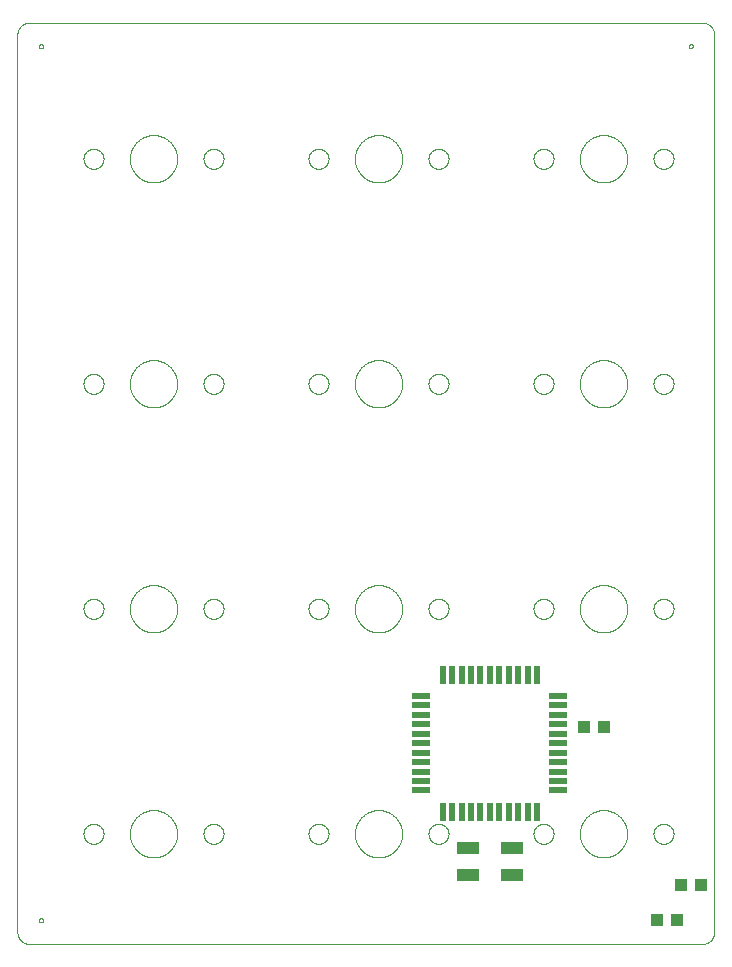
<source format=gbp>
G75*
%MOIN*%
%OFA0B0*%
%FSLAX25Y25*%
%IPPOS*%
%LPD*%
%AMOC8*
5,1,8,0,0,1.08239X$1,22.5*
%
%ADD10C,0.00000*%
%ADD11R,0.05906X0.01969*%
%ADD12R,0.01969X0.05906*%
%ADD13R,0.07480X0.04331*%
%ADD14R,0.04331X0.03937*%
D10*
X0005049Y0008592D02*
X0005049Y0307804D01*
X0005051Y0307928D01*
X0005057Y0308051D01*
X0005066Y0308175D01*
X0005080Y0308297D01*
X0005097Y0308420D01*
X0005119Y0308542D01*
X0005144Y0308663D01*
X0005173Y0308783D01*
X0005205Y0308902D01*
X0005242Y0309021D01*
X0005282Y0309138D01*
X0005325Y0309253D01*
X0005373Y0309368D01*
X0005424Y0309480D01*
X0005478Y0309591D01*
X0005536Y0309701D01*
X0005597Y0309808D01*
X0005662Y0309914D01*
X0005730Y0310017D01*
X0005801Y0310118D01*
X0005875Y0310217D01*
X0005952Y0310314D01*
X0006033Y0310408D01*
X0006116Y0310499D01*
X0006202Y0310588D01*
X0006291Y0310674D01*
X0006382Y0310757D01*
X0006476Y0310838D01*
X0006573Y0310915D01*
X0006672Y0310989D01*
X0006773Y0311060D01*
X0006876Y0311128D01*
X0006982Y0311193D01*
X0007089Y0311254D01*
X0007199Y0311312D01*
X0007310Y0311366D01*
X0007422Y0311417D01*
X0007537Y0311465D01*
X0007652Y0311508D01*
X0007769Y0311548D01*
X0007888Y0311585D01*
X0008007Y0311617D01*
X0008127Y0311646D01*
X0008248Y0311671D01*
X0008370Y0311693D01*
X0008493Y0311710D01*
X0008615Y0311724D01*
X0008739Y0311733D01*
X0008862Y0311739D01*
X0008986Y0311741D01*
X0233395Y0311741D01*
X0233519Y0311739D01*
X0233642Y0311733D01*
X0233766Y0311724D01*
X0233888Y0311710D01*
X0234011Y0311693D01*
X0234133Y0311671D01*
X0234254Y0311646D01*
X0234374Y0311617D01*
X0234493Y0311585D01*
X0234612Y0311548D01*
X0234729Y0311508D01*
X0234844Y0311465D01*
X0234959Y0311417D01*
X0235071Y0311366D01*
X0235182Y0311312D01*
X0235292Y0311254D01*
X0235399Y0311193D01*
X0235505Y0311128D01*
X0235608Y0311060D01*
X0235709Y0310989D01*
X0235808Y0310915D01*
X0235905Y0310838D01*
X0235999Y0310757D01*
X0236090Y0310674D01*
X0236179Y0310588D01*
X0236265Y0310499D01*
X0236348Y0310408D01*
X0236429Y0310314D01*
X0236506Y0310217D01*
X0236580Y0310118D01*
X0236651Y0310017D01*
X0236719Y0309914D01*
X0236784Y0309808D01*
X0236845Y0309701D01*
X0236903Y0309591D01*
X0236957Y0309480D01*
X0237008Y0309368D01*
X0237056Y0309253D01*
X0237099Y0309138D01*
X0237139Y0309021D01*
X0237176Y0308902D01*
X0237208Y0308783D01*
X0237237Y0308663D01*
X0237262Y0308542D01*
X0237284Y0308420D01*
X0237301Y0308297D01*
X0237315Y0308175D01*
X0237324Y0308051D01*
X0237330Y0307928D01*
X0237332Y0307804D01*
X0237332Y0008592D01*
X0237330Y0008468D01*
X0237324Y0008345D01*
X0237315Y0008221D01*
X0237301Y0008099D01*
X0237284Y0007976D01*
X0237262Y0007854D01*
X0237237Y0007733D01*
X0237208Y0007613D01*
X0237176Y0007494D01*
X0237139Y0007375D01*
X0237099Y0007258D01*
X0237056Y0007143D01*
X0237008Y0007028D01*
X0236957Y0006916D01*
X0236903Y0006805D01*
X0236845Y0006695D01*
X0236784Y0006588D01*
X0236719Y0006482D01*
X0236651Y0006379D01*
X0236580Y0006278D01*
X0236506Y0006179D01*
X0236429Y0006082D01*
X0236348Y0005988D01*
X0236265Y0005897D01*
X0236179Y0005808D01*
X0236090Y0005722D01*
X0235999Y0005639D01*
X0235905Y0005558D01*
X0235808Y0005481D01*
X0235709Y0005407D01*
X0235608Y0005336D01*
X0235505Y0005268D01*
X0235399Y0005203D01*
X0235292Y0005142D01*
X0235182Y0005084D01*
X0235071Y0005030D01*
X0234959Y0004979D01*
X0234844Y0004931D01*
X0234729Y0004888D01*
X0234612Y0004848D01*
X0234493Y0004811D01*
X0234374Y0004779D01*
X0234254Y0004750D01*
X0234133Y0004725D01*
X0234011Y0004703D01*
X0233888Y0004686D01*
X0233766Y0004672D01*
X0233642Y0004663D01*
X0233519Y0004657D01*
X0233395Y0004655D01*
X0008986Y0004655D01*
X0008862Y0004657D01*
X0008739Y0004663D01*
X0008615Y0004672D01*
X0008493Y0004686D01*
X0008370Y0004703D01*
X0008248Y0004725D01*
X0008127Y0004750D01*
X0008007Y0004779D01*
X0007888Y0004811D01*
X0007769Y0004848D01*
X0007652Y0004888D01*
X0007537Y0004931D01*
X0007422Y0004979D01*
X0007310Y0005030D01*
X0007199Y0005084D01*
X0007089Y0005142D01*
X0006982Y0005203D01*
X0006876Y0005268D01*
X0006773Y0005336D01*
X0006672Y0005407D01*
X0006573Y0005481D01*
X0006476Y0005558D01*
X0006382Y0005639D01*
X0006291Y0005722D01*
X0006202Y0005808D01*
X0006116Y0005897D01*
X0006033Y0005988D01*
X0005952Y0006082D01*
X0005875Y0006179D01*
X0005801Y0006278D01*
X0005730Y0006379D01*
X0005662Y0006482D01*
X0005597Y0006588D01*
X0005536Y0006695D01*
X0005478Y0006805D01*
X0005424Y0006916D01*
X0005373Y0007028D01*
X0005325Y0007143D01*
X0005282Y0007258D01*
X0005242Y0007375D01*
X0005205Y0007494D01*
X0005173Y0007613D01*
X0005144Y0007733D01*
X0005119Y0007854D01*
X0005097Y0007976D01*
X0005080Y0008099D01*
X0005066Y0008221D01*
X0005057Y0008345D01*
X0005051Y0008468D01*
X0005049Y0008592D01*
X0012234Y0012529D02*
X0012236Y0012581D01*
X0012242Y0012633D01*
X0012252Y0012684D01*
X0012265Y0012734D01*
X0012283Y0012784D01*
X0012304Y0012831D01*
X0012328Y0012877D01*
X0012357Y0012921D01*
X0012388Y0012963D01*
X0012422Y0013002D01*
X0012459Y0013039D01*
X0012499Y0013072D01*
X0012542Y0013103D01*
X0012586Y0013130D01*
X0012632Y0013154D01*
X0012681Y0013174D01*
X0012730Y0013190D01*
X0012781Y0013203D01*
X0012832Y0013212D01*
X0012884Y0013217D01*
X0012936Y0013218D01*
X0012988Y0013215D01*
X0013040Y0013208D01*
X0013091Y0013197D01*
X0013141Y0013183D01*
X0013190Y0013164D01*
X0013237Y0013142D01*
X0013282Y0013117D01*
X0013326Y0013088D01*
X0013367Y0013056D01*
X0013406Y0013021D01*
X0013441Y0012983D01*
X0013474Y0012942D01*
X0013504Y0012900D01*
X0013530Y0012855D01*
X0013553Y0012808D01*
X0013572Y0012759D01*
X0013588Y0012709D01*
X0013600Y0012659D01*
X0013608Y0012607D01*
X0013612Y0012555D01*
X0013612Y0012503D01*
X0013608Y0012451D01*
X0013600Y0012399D01*
X0013588Y0012349D01*
X0013572Y0012299D01*
X0013553Y0012250D01*
X0013530Y0012203D01*
X0013504Y0012158D01*
X0013474Y0012116D01*
X0013441Y0012075D01*
X0013406Y0012037D01*
X0013367Y0012002D01*
X0013326Y0011970D01*
X0013282Y0011941D01*
X0013237Y0011916D01*
X0013190Y0011894D01*
X0013141Y0011875D01*
X0013091Y0011861D01*
X0013040Y0011850D01*
X0012988Y0011843D01*
X0012936Y0011840D01*
X0012884Y0011841D01*
X0012832Y0011846D01*
X0012781Y0011855D01*
X0012730Y0011868D01*
X0012681Y0011884D01*
X0012632Y0011904D01*
X0012586Y0011928D01*
X0012542Y0011955D01*
X0012499Y0011986D01*
X0012459Y0012019D01*
X0012422Y0012056D01*
X0012388Y0012095D01*
X0012357Y0012137D01*
X0012328Y0012181D01*
X0012304Y0012227D01*
X0012283Y0012274D01*
X0012265Y0012324D01*
X0012252Y0012374D01*
X0012242Y0012425D01*
X0012236Y0012477D01*
X0012234Y0012529D01*
X0027057Y0041387D02*
X0027059Y0041502D01*
X0027065Y0041618D01*
X0027075Y0041733D01*
X0027089Y0041848D01*
X0027107Y0041962D01*
X0027129Y0042075D01*
X0027154Y0042188D01*
X0027184Y0042299D01*
X0027217Y0042410D01*
X0027254Y0042519D01*
X0027295Y0042627D01*
X0027340Y0042734D01*
X0027388Y0042839D01*
X0027440Y0042942D01*
X0027496Y0043043D01*
X0027555Y0043143D01*
X0027617Y0043240D01*
X0027683Y0043335D01*
X0027751Y0043428D01*
X0027823Y0043518D01*
X0027898Y0043606D01*
X0027977Y0043691D01*
X0028058Y0043773D01*
X0028141Y0043853D01*
X0028228Y0043929D01*
X0028317Y0044003D01*
X0028408Y0044073D01*
X0028502Y0044141D01*
X0028598Y0044205D01*
X0028697Y0044265D01*
X0028797Y0044322D01*
X0028899Y0044376D01*
X0029003Y0044426D01*
X0029109Y0044473D01*
X0029216Y0044516D01*
X0029325Y0044555D01*
X0029435Y0044590D01*
X0029546Y0044621D01*
X0029658Y0044649D01*
X0029771Y0044673D01*
X0029885Y0044693D01*
X0030000Y0044709D01*
X0030115Y0044721D01*
X0030230Y0044729D01*
X0030345Y0044733D01*
X0030461Y0044733D01*
X0030576Y0044729D01*
X0030691Y0044721D01*
X0030806Y0044709D01*
X0030921Y0044693D01*
X0031035Y0044673D01*
X0031148Y0044649D01*
X0031260Y0044621D01*
X0031371Y0044590D01*
X0031481Y0044555D01*
X0031590Y0044516D01*
X0031697Y0044473D01*
X0031803Y0044426D01*
X0031907Y0044376D01*
X0032009Y0044322D01*
X0032109Y0044265D01*
X0032208Y0044205D01*
X0032304Y0044141D01*
X0032398Y0044073D01*
X0032489Y0044003D01*
X0032578Y0043929D01*
X0032665Y0043853D01*
X0032748Y0043773D01*
X0032829Y0043691D01*
X0032908Y0043606D01*
X0032983Y0043518D01*
X0033055Y0043428D01*
X0033123Y0043335D01*
X0033189Y0043240D01*
X0033251Y0043143D01*
X0033310Y0043043D01*
X0033366Y0042942D01*
X0033418Y0042839D01*
X0033466Y0042734D01*
X0033511Y0042627D01*
X0033552Y0042519D01*
X0033589Y0042410D01*
X0033622Y0042299D01*
X0033652Y0042188D01*
X0033677Y0042075D01*
X0033699Y0041962D01*
X0033717Y0041848D01*
X0033731Y0041733D01*
X0033741Y0041618D01*
X0033747Y0041502D01*
X0033749Y0041387D01*
X0033747Y0041272D01*
X0033741Y0041156D01*
X0033731Y0041041D01*
X0033717Y0040926D01*
X0033699Y0040812D01*
X0033677Y0040699D01*
X0033652Y0040586D01*
X0033622Y0040475D01*
X0033589Y0040364D01*
X0033552Y0040255D01*
X0033511Y0040147D01*
X0033466Y0040040D01*
X0033418Y0039935D01*
X0033366Y0039832D01*
X0033310Y0039731D01*
X0033251Y0039631D01*
X0033189Y0039534D01*
X0033123Y0039439D01*
X0033055Y0039346D01*
X0032983Y0039256D01*
X0032908Y0039168D01*
X0032829Y0039083D01*
X0032748Y0039001D01*
X0032665Y0038921D01*
X0032578Y0038845D01*
X0032489Y0038771D01*
X0032398Y0038701D01*
X0032304Y0038633D01*
X0032208Y0038569D01*
X0032109Y0038509D01*
X0032009Y0038452D01*
X0031907Y0038398D01*
X0031803Y0038348D01*
X0031697Y0038301D01*
X0031590Y0038258D01*
X0031481Y0038219D01*
X0031371Y0038184D01*
X0031260Y0038153D01*
X0031148Y0038125D01*
X0031035Y0038101D01*
X0030921Y0038081D01*
X0030806Y0038065D01*
X0030691Y0038053D01*
X0030576Y0038045D01*
X0030461Y0038041D01*
X0030345Y0038041D01*
X0030230Y0038045D01*
X0030115Y0038053D01*
X0030000Y0038065D01*
X0029885Y0038081D01*
X0029771Y0038101D01*
X0029658Y0038125D01*
X0029546Y0038153D01*
X0029435Y0038184D01*
X0029325Y0038219D01*
X0029216Y0038258D01*
X0029109Y0038301D01*
X0029003Y0038348D01*
X0028899Y0038398D01*
X0028797Y0038452D01*
X0028697Y0038509D01*
X0028598Y0038569D01*
X0028502Y0038633D01*
X0028408Y0038701D01*
X0028317Y0038771D01*
X0028228Y0038845D01*
X0028141Y0038921D01*
X0028058Y0039001D01*
X0027977Y0039083D01*
X0027898Y0039168D01*
X0027823Y0039256D01*
X0027751Y0039346D01*
X0027683Y0039439D01*
X0027617Y0039534D01*
X0027555Y0039631D01*
X0027496Y0039731D01*
X0027440Y0039832D01*
X0027388Y0039935D01*
X0027340Y0040040D01*
X0027295Y0040147D01*
X0027254Y0040255D01*
X0027217Y0040364D01*
X0027184Y0040475D01*
X0027154Y0040586D01*
X0027129Y0040699D01*
X0027107Y0040812D01*
X0027089Y0040926D01*
X0027075Y0041041D01*
X0027065Y0041156D01*
X0027059Y0041272D01*
X0027057Y0041387D01*
X0042529Y0041387D02*
X0042531Y0041580D01*
X0042538Y0041773D01*
X0042550Y0041966D01*
X0042567Y0042159D01*
X0042588Y0042351D01*
X0042614Y0042542D01*
X0042645Y0042733D01*
X0042680Y0042923D01*
X0042720Y0043112D01*
X0042765Y0043300D01*
X0042814Y0043487D01*
X0042868Y0043673D01*
X0042926Y0043857D01*
X0042989Y0044040D01*
X0043057Y0044221D01*
X0043128Y0044400D01*
X0043205Y0044578D01*
X0043285Y0044754D01*
X0043370Y0044927D01*
X0043459Y0045099D01*
X0043552Y0045268D01*
X0043649Y0045435D01*
X0043751Y0045600D01*
X0043856Y0045762D01*
X0043965Y0045921D01*
X0044079Y0046078D01*
X0044196Y0046231D01*
X0044316Y0046382D01*
X0044441Y0046530D01*
X0044569Y0046675D01*
X0044700Y0046816D01*
X0044835Y0046955D01*
X0044974Y0047090D01*
X0045115Y0047221D01*
X0045260Y0047349D01*
X0045408Y0047474D01*
X0045559Y0047594D01*
X0045712Y0047711D01*
X0045869Y0047825D01*
X0046028Y0047934D01*
X0046190Y0048039D01*
X0046355Y0048141D01*
X0046522Y0048238D01*
X0046691Y0048331D01*
X0046863Y0048420D01*
X0047036Y0048505D01*
X0047212Y0048585D01*
X0047390Y0048662D01*
X0047569Y0048733D01*
X0047750Y0048801D01*
X0047933Y0048864D01*
X0048117Y0048922D01*
X0048303Y0048976D01*
X0048490Y0049025D01*
X0048678Y0049070D01*
X0048867Y0049110D01*
X0049057Y0049145D01*
X0049248Y0049176D01*
X0049439Y0049202D01*
X0049631Y0049223D01*
X0049824Y0049240D01*
X0050017Y0049252D01*
X0050210Y0049259D01*
X0050403Y0049261D01*
X0050596Y0049259D01*
X0050789Y0049252D01*
X0050982Y0049240D01*
X0051175Y0049223D01*
X0051367Y0049202D01*
X0051558Y0049176D01*
X0051749Y0049145D01*
X0051939Y0049110D01*
X0052128Y0049070D01*
X0052316Y0049025D01*
X0052503Y0048976D01*
X0052689Y0048922D01*
X0052873Y0048864D01*
X0053056Y0048801D01*
X0053237Y0048733D01*
X0053416Y0048662D01*
X0053594Y0048585D01*
X0053770Y0048505D01*
X0053943Y0048420D01*
X0054115Y0048331D01*
X0054284Y0048238D01*
X0054451Y0048141D01*
X0054616Y0048039D01*
X0054778Y0047934D01*
X0054937Y0047825D01*
X0055094Y0047711D01*
X0055247Y0047594D01*
X0055398Y0047474D01*
X0055546Y0047349D01*
X0055691Y0047221D01*
X0055832Y0047090D01*
X0055971Y0046955D01*
X0056106Y0046816D01*
X0056237Y0046675D01*
X0056365Y0046530D01*
X0056490Y0046382D01*
X0056610Y0046231D01*
X0056727Y0046078D01*
X0056841Y0045921D01*
X0056950Y0045762D01*
X0057055Y0045600D01*
X0057157Y0045435D01*
X0057254Y0045268D01*
X0057347Y0045099D01*
X0057436Y0044927D01*
X0057521Y0044754D01*
X0057601Y0044578D01*
X0057678Y0044400D01*
X0057749Y0044221D01*
X0057817Y0044040D01*
X0057880Y0043857D01*
X0057938Y0043673D01*
X0057992Y0043487D01*
X0058041Y0043300D01*
X0058086Y0043112D01*
X0058126Y0042923D01*
X0058161Y0042733D01*
X0058192Y0042542D01*
X0058218Y0042351D01*
X0058239Y0042159D01*
X0058256Y0041966D01*
X0058268Y0041773D01*
X0058275Y0041580D01*
X0058277Y0041387D01*
X0058275Y0041194D01*
X0058268Y0041001D01*
X0058256Y0040808D01*
X0058239Y0040615D01*
X0058218Y0040423D01*
X0058192Y0040232D01*
X0058161Y0040041D01*
X0058126Y0039851D01*
X0058086Y0039662D01*
X0058041Y0039474D01*
X0057992Y0039287D01*
X0057938Y0039101D01*
X0057880Y0038917D01*
X0057817Y0038734D01*
X0057749Y0038553D01*
X0057678Y0038374D01*
X0057601Y0038196D01*
X0057521Y0038020D01*
X0057436Y0037847D01*
X0057347Y0037675D01*
X0057254Y0037506D01*
X0057157Y0037339D01*
X0057055Y0037174D01*
X0056950Y0037012D01*
X0056841Y0036853D01*
X0056727Y0036696D01*
X0056610Y0036543D01*
X0056490Y0036392D01*
X0056365Y0036244D01*
X0056237Y0036099D01*
X0056106Y0035958D01*
X0055971Y0035819D01*
X0055832Y0035684D01*
X0055691Y0035553D01*
X0055546Y0035425D01*
X0055398Y0035300D01*
X0055247Y0035180D01*
X0055094Y0035063D01*
X0054937Y0034949D01*
X0054778Y0034840D01*
X0054616Y0034735D01*
X0054451Y0034633D01*
X0054284Y0034536D01*
X0054115Y0034443D01*
X0053943Y0034354D01*
X0053770Y0034269D01*
X0053594Y0034189D01*
X0053416Y0034112D01*
X0053237Y0034041D01*
X0053056Y0033973D01*
X0052873Y0033910D01*
X0052689Y0033852D01*
X0052503Y0033798D01*
X0052316Y0033749D01*
X0052128Y0033704D01*
X0051939Y0033664D01*
X0051749Y0033629D01*
X0051558Y0033598D01*
X0051367Y0033572D01*
X0051175Y0033551D01*
X0050982Y0033534D01*
X0050789Y0033522D01*
X0050596Y0033515D01*
X0050403Y0033513D01*
X0050210Y0033515D01*
X0050017Y0033522D01*
X0049824Y0033534D01*
X0049631Y0033551D01*
X0049439Y0033572D01*
X0049248Y0033598D01*
X0049057Y0033629D01*
X0048867Y0033664D01*
X0048678Y0033704D01*
X0048490Y0033749D01*
X0048303Y0033798D01*
X0048117Y0033852D01*
X0047933Y0033910D01*
X0047750Y0033973D01*
X0047569Y0034041D01*
X0047390Y0034112D01*
X0047212Y0034189D01*
X0047036Y0034269D01*
X0046863Y0034354D01*
X0046691Y0034443D01*
X0046522Y0034536D01*
X0046355Y0034633D01*
X0046190Y0034735D01*
X0046028Y0034840D01*
X0045869Y0034949D01*
X0045712Y0035063D01*
X0045559Y0035180D01*
X0045408Y0035300D01*
X0045260Y0035425D01*
X0045115Y0035553D01*
X0044974Y0035684D01*
X0044835Y0035819D01*
X0044700Y0035958D01*
X0044569Y0036099D01*
X0044441Y0036244D01*
X0044316Y0036392D01*
X0044196Y0036543D01*
X0044079Y0036696D01*
X0043965Y0036853D01*
X0043856Y0037012D01*
X0043751Y0037174D01*
X0043649Y0037339D01*
X0043552Y0037506D01*
X0043459Y0037675D01*
X0043370Y0037847D01*
X0043285Y0038020D01*
X0043205Y0038196D01*
X0043128Y0038374D01*
X0043057Y0038553D01*
X0042989Y0038734D01*
X0042926Y0038917D01*
X0042868Y0039101D01*
X0042814Y0039287D01*
X0042765Y0039474D01*
X0042720Y0039662D01*
X0042680Y0039851D01*
X0042645Y0040041D01*
X0042614Y0040232D01*
X0042588Y0040423D01*
X0042567Y0040615D01*
X0042550Y0040808D01*
X0042538Y0041001D01*
X0042531Y0041194D01*
X0042529Y0041387D01*
X0067057Y0041387D02*
X0067059Y0041502D01*
X0067065Y0041618D01*
X0067075Y0041733D01*
X0067089Y0041848D01*
X0067107Y0041962D01*
X0067129Y0042075D01*
X0067154Y0042188D01*
X0067184Y0042299D01*
X0067217Y0042410D01*
X0067254Y0042519D01*
X0067295Y0042627D01*
X0067340Y0042734D01*
X0067388Y0042839D01*
X0067440Y0042942D01*
X0067496Y0043043D01*
X0067555Y0043143D01*
X0067617Y0043240D01*
X0067683Y0043335D01*
X0067751Y0043428D01*
X0067823Y0043518D01*
X0067898Y0043606D01*
X0067977Y0043691D01*
X0068058Y0043773D01*
X0068141Y0043853D01*
X0068228Y0043929D01*
X0068317Y0044003D01*
X0068408Y0044073D01*
X0068502Y0044141D01*
X0068598Y0044205D01*
X0068697Y0044265D01*
X0068797Y0044322D01*
X0068899Y0044376D01*
X0069003Y0044426D01*
X0069109Y0044473D01*
X0069216Y0044516D01*
X0069325Y0044555D01*
X0069435Y0044590D01*
X0069546Y0044621D01*
X0069658Y0044649D01*
X0069771Y0044673D01*
X0069885Y0044693D01*
X0070000Y0044709D01*
X0070115Y0044721D01*
X0070230Y0044729D01*
X0070345Y0044733D01*
X0070461Y0044733D01*
X0070576Y0044729D01*
X0070691Y0044721D01*
X0070806Y0044709D01*
X0070921Y0044693D01*
X0071035Y0044673D01*
X0071148Y0044649D01*
X0071260Y0044621D01*
X0071371Y0044590D01*
X0071481Y0044555D01*
X0071590Y0044516D01*
X0071697Y0044473D01*
X0071803Y0044426D01*
X0071907Y0044376D01*
X0072009Y0044322D01*
X0072109Y0044265D01*
X0072208Y0044205D01*
X0072304Y0044141D01*
X0072398Y0044073D01*
X0072489Y0044003D01*
X0072578Y0043929D01*
X0072665Y0043853D01*
X0072748Y0043773D01*
X0072829Y0043691D01*
X0072908Y0043606D01*
X0072983Y0043518D01*
X0073055Y0043428D01*
X0073123Y0043335D01*
X0073189Y0043240D01*
X0073251Y0043143D01*
X0073310Y0043043D01*
X0073366Y0042942D01*
X0073418Y0042839D01*
X0073466Y0042734D01*
X0073511Y0042627D01*
X0073552Y0042519D01*
X0073589Y0042410D01*
X0073622Y0042299D01*
X0073652Y0042188D01*
X0073677Y0042075D01*
X0073699Y0041962D01*
X0073717Y0041848D01*
X0073731Y0041733D01*
X0073741Y0041618D01*
X0073747Y0041502D01*
X0073749Y0041387D01*
X0073747Y0041272D01*
X0073741Y0041156D01*
X0073731Y0041041D01*
X0073717Y0040926D01*
X0073699Y0040812D01*
X0073677Y0040699D01*
X0073652Y0040586D01*
X0073622Y0040475D01*
X0073589Y0040364D01*
X0073552Y0040255D01*
X0073511Y0040147D01*
X0073466Y0040040D01*
X0073418Y0039935D01*
X0073366Y0039832D01*
X0073310Y0039731D01*
X0073251Y0039631D01*
X0073189Y0039534D01*
X0073123Y0039439D01*
X0073055Y0039346D01*
X0072983Y0039256D01*
X0072908Y0039168D01*
X0072829Y0039083D01*
X0072748Y0039001D01*
X0072665Y0038921D01*
X0072578Y0038845D01*
X0072489Y0038771D01*
X0072398Y0038701D01*
X0072304Y0038633D01*
X0072208Y0038569D01*
X0072109Y0038509D01*
X0072009Y0038452D01*
X0071907Y0038398D01*
X0071803Y0038348D01*
X0071697Y0038301D01*
X0071590Y0038258D01*
X0071481Y0038219D01*
X0071371Y0038184D01*
X0071260Y0038153D01*
X0071148Y0038125D01*
X0071035Y0038101D01*
X0070921Y0038081D01*
X0070806Y0038065D01*
X0070691Y0038053D01*
X0070576Y0038045D01*
X0070461Y0038041D01*
X0070345Y0038041D01*
X0070230Y0038045D01*
X0070115Y0038053D01*
X0070000Y0038065D01*
X0069885Y0038081D01*
X0069771Y0038101D01*
X0069658Y0038125D01*
X0069546Y0038153D01*
X0069435Y0038184D01*
X0069325Y0038219D01*
X0069216Y0038258D01*
X0069109Y0038301D01*
X0069003Y0038348D01*
X0068899Y0038398D01*
X0068797Y0038452D01*
X0068697Y0038509D01*
X0068598Y0038569D01*
X0068502Y0038633D01*
X0068408Y0038701D01*
X0068317Y0038771D01*
X0068228Y0038845D01*
X0068141Y0038921D01*
X0068058Y0039001D01*
X0067977Y0039083D01*
X0067898Y0039168D01*
X0067823Y0039256D01*
X0067751Y0039346D01*
X0067683Y0039439D01*
X0067617Y0039534D01*
X0067555Y0039631D01*
X0067496Y0039731D01*
X0067440Y0039832D01*
X0067388Y0039935D01*
X0067340Y0040040D01*
X0067295Y0040147D01*
X0067254Y0040255D01*
X0067217Y0040364D01*
X0067184Y0040475D01*
X0067154Y0040586D01*
X0067129Y0040699D01*
X0067107Y0040812D01*
X0067089Y0040926D01*
X0067075Y0041041D01*
X0067065Y0041156D01*
X0067059Y0041272D01*
X0067057Y0041387D01*
X0102057Y0041387D02*
X0102059Y0041502D01*
X0102065Y0041618D01*
X0102075Y0041733D01*
X0102089Y0041848D01*
X0102107Y0041962D01*
X0102129Y0042075D01*
X0102154Y0042188D01*
X0102184Y0042299D01*
X0102217Y0042410D01*
X0102254Y0042519D01*
X0102295Y0042627D01*
X0102340Y0042734D01*
X0102388Y0042839D01*
X0102440Y0042942D01*
X0102496Y0043043D01*
X0102555Y0043143D01*
X0102617Y0043240D01*
X0102683Y0043335D01*
X0102751Y0043428D01*
X0102823Y0043518D01*
X0102898Y0043606D01*
X0102977Y0043691D01*
X0103058Y0043773D01*
X0103141Y0043853D01*
X0103228Y0043929D01*
X0103317Y0044003D01*
X0103408Y0044073D01*
X0103502Y0044141D01*
X0103598Y0044205D01*
X0103697Y0044265D01*
X0103797Y0044322D01*
X0103899Y0044376D01*
X0104003Y0044426D01*
X0104109Y0044473D01*
X0104216Y0044516D01*
X0104325Y0044555D01*
X0104435Y0044590D01*
X0104546Y0044621D01*
X0104658Y0044649D01*
X0104771Y0044673D01*
X0104885Y0044693D01*
X0105000Y0044709D01*
X0105115Y0044721D01*
X0105230Y0044729D01*
X0105345Y0044733D01*
X0105461Y0044733D01*
X0105576Y0044729D01*
X0105691Y0044721D01*
X0105806Y0044709D01*
X0105921Y0044693D01*
X0106035Y0044673D01*
X0106148Y0044649D01*
X0106260Y0044621D01*
X0106371Y0044590D01*
X0106481Y0044555D01*
X0106590Y0044516D01*
X0106697Y0044473D01*
X0106803Y0044426D01*
X0106907Y0044376D01*
X0107009Y0044322D01*
X0107109Y0044265D01*
X0107208Y0044205D01*
X0107304Y0044141D01*
X0107398Y0044073D01*
X0107489Y0044003D01*
X0107578Y0043929D01*
X0107665Y0043853D01*
X0107748Y0043773D01*
X0107829Y0043691D01*
X0107908Y0043606D01*
X0107983Y0043518D01*
X0108055Y0043428D01*
X0108123Y0043335D01*
X0108189Y0043240D01*
X0108251Y0043143D01*
X0108310Y0043043D01*
X0108366Y0042942D01*
X0108418Y0042839D01*
X0108466Y0042734D01*
X0108511Y0042627D01*
X0108552Y0042519D01*
X0108589Y0042410D01*
X0108622Y0042299D01*
X0108652Y0042188D01*
X0108677Y0042075D01*
X0108699Y0041962D01*
X0108717Y0041848D01*
X0108731Y0041733D01*
X0108741Y0041618D01*
X0108747Y0041502D01*
X0108749Y0041387D01*
X0108747Y0041272D01*
X0108741Y0041156D01*
X0108731Y0041041D01*
X0108717Y0040926D01*
X0108699Y0040812D01*
X0108677Y0040699D01*
X0108652Y0040586D01*
X0108622Y0040475D01*
X0108589Y0040364D01*
X0108552Y0040255D01*
X0108511Y0040147D01*
X0108466Y0040040D01*
X0108418Y0039935D01*
X0108366Y0039832D01*
X0108310Y0039731D01*
X0108251Y0039631D01*
X0108189Y0039534D01*
X0108123Y0039439D01*
X0108055Y0039346D01*
X0107983Y0039256D01*
X0107908Y0039168D01*
X0107829Y0039083D01*
X0107748Y0039001D01*
X0107665Y0038921D01*
X0107578Y0038845D01*
X0107489Y0038771D01*
X0107398Y0038701D01*
X0107304Y0038633D01*
X0107208Y0038569D01*
X0107109Y0038509D01*
X0107009Y0038452D01*
X0106907Y0038398D01*
X0106803Y0038348D01*
X0106697Y0038301D01*
X0106590Y0038258D01*
X0106481Y0038219D01*
X0106371Y0038184D01*
X0106260Y0038153D01*
X0106148Y0038125D01*
X0106035Y0038101D01*
X0105921Y0038081D01*
X0105806Y0038065D01*
X0105691Y0038053D01*
X0105576Y0038045D01*
X0105461Y0038041D01*
X0105345Y0038041D01*
X0105230Y0038045D01*
X0105115Y0038053D01*
X0105000Y0038065D01*
X0104885Y0038081D01*
X0104771Y0038101D01*
X0104658Y0038125D01*
X0104546Y0038153D01*
X0104435Y0038184D01*
X0104325Y0038219D01*
X0104216Y0038258D01*
X0104109Y0038301D01*
X0104003Y0038348D01*
X0103899Y0038398D01*
X0103797Y0038452D01*
X0103697Y0038509D01*
X0103598Y0038569D01*
X0103502Y0038633D01*
X0103408Y0038701D01*
X0103317Y0038771D01*
X0103228Y0038845D01*
X0103141Y0038921D01*
X0103058Y0039001D01*
X0102977Y0039083D01*
X0102898Y0039168D01*
X0102823Y0039256D01*
X0102751Y0039346D01*
X0102683Y0039439D01*
X0102617Y0039534D01*
X0102555Y0039631D01*
X0102496Y0039731D01*
X0102440Y0039832D01*
X0102388Y0039935D01*
X0102340Y0040040D01*
X0102295Y0040147D01*
X0102254Y0040255D01*
X0102217Y0040364D01*
X0102184Y0040475D01*
X0102154Y0040586D01*
X0102129Y0040699D01*
X0102107Y0040812D01*
X0102089Y0040926D01*
X0102075Y0041041D01*
X0102065Y0041156D01*
X0102059Y0041272D01*
X0102057Y0041387D01*
X0117529Y0041387D02*
X0117531Y0041580D01*
X0117538Y0041773D01*
X0117550Y0041966D01*
X0117567Y0042159D01*
X0117588Y0042351D01*
X0117614Y0042542D01*
X0117645Y0042733D01*
X0117680Y0042923D01*
X0117720Y0043112D01*
X0117765Y0043300D01*
X0117814Y0043487D01*
X0117868Y0043673D01*
X0117926Y0043857D01*
X0117989Y0044040D01*
X0118057Y0044221D01*
X0118128Y0044400D01*
X0118205Y0044578D01*
X0118285Y0044754D01*
X0118370Y0044927D01*
X0118459Y0045099D01*
X0118552Y0045268D01*
X0118649Y0045435D01*
X0118751Y0045600D01*
X0118856Y0045762D01*
X0118965Y0045921D01*
X0119079Y0046078D01*
X0119196Y0046231D01*
X0119316Y0046382D01*
X0119441Y0046530D01*
X0119569Y0046675D01*
X0119700Y0046816D01*
X0119835Y0046955D01*
X0119974Y0047090D01*
X0120115Y0047221D01*
X0120260Y0047349D01*
X0120408Y0047474D01*
X0120559Y0047594D01*
X0120712Y0047711D01*
X0120869Y0047825D01*
X0121028Y0047934D01*
X0121190Y0048039D01*
X0121355Y0048141D01*
X0121522Y0048238D01*
X0121691Y0048331D01*
X0121863Y0048420D01*
X0122036Y0048505D01*
X0122212Y0048585D01*
X0122390Y0048662D01*
X0122569Y0048733D01*
X0122750Y0048801D01*
X0122933Y0048864D01*
X0123117Y0048922D01*
X0123303Y0048976D01*
X0123490Y0049025D01*
X0123678Y0049070D01*
X0123867Y0049110D01*
X0124057Y0049145D01*
X0124248Y0049176D01*
X0124439Y0049202D01*
X0124631Y0049223D01*
X0124824Y0049240D01*
X0125017Y0049252D01*
X0125210Y0049259D01*
X0125403Y0049261D01*
X0125596Y0049259D01*
X0125789Y0049252D01*
X0125982Y0049240D01*
X0126175Y0049223D01*
X0126367Y0049202D01*
X0126558Y0049176D01*
X0126749Y0049145D01*
X0126939Y0049110D01*
X0127128Y0049070D01*
X0127316Y0049025D01*
X0127503Y0048976D01*
X0127689Y0048922D01*
X0127873Y0048864D01*
X0128056Y0048801D01*
X0128237Y0048733D01*
X0128416Y0048662D01*
X0128594Y0048585D01*
X0128770Y0048505D01*
X0128943Y0048420D01*
X0129115Y0048331D01*
X0129284Y0048238D01*
X0129451Y0048141D01*
X0129616Y0048039D01*
X0129778Y0047934D01*
X0129937Y0047825D01*
X0130094Y0047711D01*
X0130247Y0047594D01*
X0130398Y0047474D01*
X0130546Y0047349D01*
X0130691Y0047221D01*
X0130832Y0047090D01*
X0130971Y0046955D01*
X0131106Y0046816D01*
X0131237Y0046675D01*
X0131365Y0046530D01*
X0131490Y0046382D01*
X0131610Y0046231D01*
X0131727Y0046078D01*
X0131841Y0045921D01*
X0131950Y0045762D01*
X0132055Y0045600D01*
X0132157Y0045435D01*
X0132254Y0045268D01*
X0132347Y0045099D01*
X0132436Y0044927D01*
X0132521Y0044754D01*
X0132601Y0044578D01*
X0132678Y0044400D01*
X0132749Y0044221D01*
X0132817Y0044040D01*
X0132880Y0043857D01*
X0132938Y0043673D01*
X0132992Y0043487D01*
X0133041Y0043300D01*
X0133086Y0043112D01*
X0133126Y0042923D01*
X0133161Y0042733D01*
X0133192Y0042542D01*
X0133218Y0042351D01*
X0133239Y0042159D01*
X0133256Y0041966D01*
X0133268Y0041773D01*
X0133275Y0041580D01*
X0133277Y0041387D01*
X0133275Y0041194D01*
X0133268Y0041001D01*
X0133256Y0040808D01*
X0133239Y0040615D01*
X0133218Y0040423D01*
X0133192Y0040232D01*
X0133161Y0040041D01*
X0133126Y0039851D01*
X0133086Y0039662D01*
X0133041Y0039474D01*
X0132992Y0039287D01*
X0132938Y0039101D01*
X0132880Y0038917D01*
X0132817Y0038734D01*
X0132749Y0038553D01*
X0132678Y0038374D01*
X0132601Y0038196D01*
X0132521Y0038020D01*
X0132436Y0037847D01*
X0132347Y0037675D01*
X0132254Y0037506D01*
X0132157Y0037339D01*
X0132055Y0037174D01*
X0131950Y0037012D01*
X0131841Y0036853D01*
X0131727Y0036696D01*
X0131610Y0036543D01*
X0131490Y0036392D01*
X0131365Y0036244D01*
X0131237Y0036099D01*
X0131106Y0035958D01*
X0130971Y0035819D01*
X0130832Y0035684D01*
X0130691Y0035553D01*
X0130546Y0035425D01*
X0130398Y0035300D01*
X0130247Y0035180D01*
X0130094Y0035063D01*
X0129937Y0034949D01*
X0129778Y0034840D01*
X0129616Y0034735D01*
X0129451Y0034633D01*
X0129284Y0034536D01*
X0129115Y0034443D01*
X0128943Y0034354D01*
X0128770Y0034269D01*
X0128594Y0034189D01*
X0128416Y0034112D01*
X0128237Y0034041D01*
X0128056Y0033973D01*
X0127873Y0033910D01*
X0127689Y0033852D01*
X0127503Y0033798D01*
X0127316Y0033749D01*
X0127128Y0033704D01*
X0126939Y0033664D01*
X0126749Y0033629D01*
X0126558Y0033598D01*
X0126367Y0033572D01*
X0126175Y0033551D01*
X0125982Y0033534D01*
X0125789Y0033522D01*
X0125596Y0033515D01*
X0125403Y0033513D01*
X0125210Y0033515D01*
X0125017Y0033522D01*
X0124824Y0033534D01*
X0124631Y0033551D01*
X0124439Y0033572D01*
X0124248Y0033598D01*
X0124057Y0033629D01*
X0123867Y0033664D01*
X0123678Y0033704D01*
X0123490Y0033749D01*
X0123303Y0033798D01*
X0123117Y0033852D01*
X0122933Y0033910D01*
X0122750Y0033973D01*
X0122569Y0034041D01*
X0122390Y0034112D01*
X0122212Y0034189D01*
X0122036Y0034269D01*
X0121863Y0034354D01*
X0121691Y0034443D01*
X0121522Y0034536D01*
X0121355Y0034633D01*
X0121190Y0034735D01*
X0121028Y0034840D01*
X0120869Y0034949D01*
X0120712Y0035063D01*
X0120559Y0035180D01*
X0120408Y0035300D01*
X0120260Y0035425D01*
X0120115Y0035553D01*
X0119974Y0035684D01*
X0119835Y0035819D01*
X0119700Y0035958D01*
X0119569Y0036099D01*
X0119441Y0036244D01*
X0119316Y0036392D01*
X0119196Y0036543D01*
X0119079Y0036696D01*
X0118965Y0036853D01*
X0118856Y0037012D01*
X0118751Y0037174D01*
X0118649Y0037339D01*
X0118552Y0037506D01*
X0118459Y0037675D01*
X0118370Y0037847D01*
X0118285Y0038020D01*
X0118205Y0038196D01*
X0118128Y0038374D01*
X0118057Y0038553D01*
X0117989Y0038734D01*
X0117926Y0038917D01*
X0117868Y0039101D01*
X0117814Y0039287D01*
X0117765Y0039474D01*
X0117720Y0039662D01*
X0117680Y0039851D01*
X0117645Y0040041D01*
X0117614Y0040232D01*
X0117588Y0040423D01*
X0117567Y0040615D01*
X0117550Y0040808D01*
X0117538Y0041001D01*
X0117531Y0041194D01*
X0117529Y0041387D01*
X0142057Y0041387D02*
X0142059Y0041502D01*
X0142065Y0041618D01*
X0142075Y0041733D01*
X0142089Y0041848D01*
X0142107Y0041962D01*
X0142129Y0042075D01*
X0142154Y0042188D01*
X0142184Y0042299D01*
X0142217Y0042410D01*
X0142254Y0042519D01*
X0142295Y0042627D01*
X0142340Y0042734D01*
X0142388Y0042839D01*
X0142440Y0042942D01*
X0142496Y0043043D01*
X0142555Y0043143D01*
X0142617Y0043240D01*
X0142683Y0043335D01*
X0142751Y0043428D01*
X0142823Y0043518D01*
X0142898Y0043606D01*
X0142977Y0043691D01*
X0143058Y0043773D01*
X0143141Y0043853D01*
X0143228Y0043929D01*
X0143317Y0044003D01*
X0143408Y0044073D01*
X0143502Y0044141D01*
X0143598Y0044205D01*
X0143697Y0044265D01*
X0143797Y0044322D01*
X0143899Y0044376D01*
X0144003Y0044426D01*
X0144109Y0044473D01*
X0144216Y0044516D01*
X0144325Y0044555D01*
X0144435Y0044590D01*
X0144546Y0044621D01*
X0144658Y0044649D01*
X0144771Y0044673D01*
X0144885Y0044693D01*
X0145000Y0044709D01*
X0145115Y0044721D01*
X0145230Y0044729D01*
X0145345Y0044733D01*
X0145461Y0044733D01*
X0145576Y0044729D01*
X0145691Y0044721D01*
X0145806Y0044709D01*
X0145921Y0044693D01*
X0146035Y0044673D01*
X0146148Y0044649D01*
X0146260Y0044621D01*
X0146371Y0044590D01*
X0146481Y0044555D01*
X0146590Y0044516D01*
X0146697Y0044473D01*
X0146803Y0044426D01*
X0146907Y0044376D01*
X0147009Y0044322D01*
X0147109Y0044265D01*
X0147208Y0044205D01*
X0147304Y0044141D01*
X0147398Y0044073D01*
X0147489Y0044003D01*
X0147578Y0043929D01*
X0147665Y0043853D01*
X0147748Y0043773D01*
X0147829Y0043691D01*
X0147908Y0043606D01*
X0147983Y0043518D01*
X0148055Y0043428D01*
X0148123Y0043335D01*
X0148189Y0043240D01*
X0148251Y0043143D01*
X0148310Y0043043D01*
X0148366Y0042942D01*
X0148418Y0042839D01*
X0148466Y0042734D01*
X0148511Y0042627D01*
X0148552Y0042519D01*
X0148589Y0042410D01*
X0148622Y0042299D01*
X0148652Y0042188D01*
X0148677Y0042075D01*
X0148699Y0041962D01*
X0148717Y0041848D01*
X0148731Y0041733D01*
X0148741Y0041618D01*
X0148747Y0041502D01*
X0148749Y0041387D01*
X0148747Y0041272D01*
X0148741Y0041156D01*
X0148731Y0041041D01*
X0148717Y0040926D01*
X0148699Y0040812D01*
X0148677Y0040699D01*
X0148652Y0040586D01*
X0148622Y0040475D01*
X0148589Y0040364D01*
X0148552Y0040255D01*
X0148511Y0040147D01*
X0148466Y0040040D01*
X0148418Y0039935D01*
X0148366Y0039832D01*
X0148310Y0039731D01*
X0148251Y0039631D01*
X0148189Y0039534D01*
X0148123Y0039439D01*
X0148055Y0039346D01*
X0147983Y0039256D01*
X0147908Y0039168D01*
X0147829Y0039083D01*
X0147748Y0039001D01*
X0147665Y0038921D01*
X0147578Y0038845D01*
X0147489Y0038771D01*
X0147398Y0038701D01*
X0147304Y0038633D01*
X0147208Y0038569D01*
X0147109Y0038509D01*
X0147009Y0038452D01*
X0146907Y0038398D01*
X0146803Y0038348D01*
X0146697Y0038301D01*
X0146590Y0038258D01*
X0146481Y0038219D01*
X0146371Y0038184D01*
X0146260Y0038153D01*
X0146148Y0038125D01*
X0146035Y0038101D01*
X0145921Y0038081D01*
X0145806Y0038065D01*
X0145691Y0038053D01*
X0145576Y0038045D01*
X0145461Y0038041D01*
X0145345Y0038041D01*
X0145230Y0038045D01*
X0145115Y0038053D01*
X0145000Y0038065D01*
X0144885Y0038081D01*
X0144771Y0038101D01*
X0144658Y0038125D01*
X0144546Y0038153D01*
X0144435Y0038184D01*
X0144325Y0038219D01*
X0144216Y0038258D01*
X0144109Y0038301D01*
X0144003Y0038348D01*
X0143899Y0038398D01*
X0143797Y0038452D01*
X0143697Y0038509D01*
X0143598Y0038569D01*
X0143502Y0038633D01*
X0143408Y0038701D01*
X0143317Y0038771D01*
X0143228Y0038845D01*
X0143141Y0038921D01*
X0143058Y0039001D01*
X0142977Y0039083D01*
X0142898Y0039168D01*
X0142823Y0039256D01*
X0142751Y0039346D01*
X0142683Y0039439D01*
X0142617Y0039534D01*
X0142555Y0039631D01*
X0142496Y0039731D01*
X0142440Y0039832D01*
X0142388Y0039935D01*
X0142340Y0040040D01*
X0142295Y0040147D01*
X0142254Y0040255D01*
X0142217Y0040364D01*
X0142184Y0040475D01*
X0142154Y0040586D01*
X0142129Y0040699D01*
X0142107Y0040812D01*
X0142089Y0040926D01*
X0142075Y0041041D01*
X0142065Y0041156D01*
X0142059Y0041272D01*
X0142057Y0041387D01*
X0177057Y0041387D02*
X0177059Y0041502D01*
X0177065Y0041618D01*
X0177075Y0041733D01*
X0177089Y0041848D01*
X0177107Y0041962D01*
X0177129Y0042075D01*
X0177154Y0042188D01*
X0177184Y0042299D01*
X0177217Y0042410D01*
X0177254Y0042519D01*
X0177295Y0042627D01*
X0177340Y0042734D01*
X0177388Y0042839D01*
X0177440Y0042942D01*
X0177496Y0043043D01*
X0177555Y0043143D01*
X0177617Y0043240D01*
X0177683Y0043335D01*
X0177751Y0043428D01*
X0177823Y0043518D01*
X0177898Y0043606D01*
X0177977Y0043691D01*
X0178058Y0043773D01*
X0178141Y0043853D01*
X0178228Y0043929D01*
X0178317Y0044003D01*
X0178408Y0044073D01*
X0178502Y0044141D01*
X0178598Y0044205D01*
X0178697Y0044265D01*
X0178797Y0044322D01*
X0178899Y0044376D01*
X0179003Y0044426D01*
X0179109Y0044473D01*
X0179216Y0044516D01*
X0179325Y0044555D01*
X0179435Y0044590D01*
X0179546Y0044621D01*
X0179658Y0044649D01*
X0179771Y0044673D01*
X0179885Y0044693D01*
X0180000Y0044709D01*
X0180115Y0044721D01*
X0180230Y0044729D01*
X0180345Y0044733D01*
X0180461Y0044733D01*
X0180576Y0044729D01*
X0180691Y0044721D01*
X0180806Y0044709D01*
X0180921Y0044693D01*
X0181035Y0044673D01*
X0181148Y0044649D01*
X0181260Y0044621D01*
X0181371Y0044590D01*
X0181481Y0044555D01*
X0181590Y0044516D01*
X0181697Y0044473D01*
X0181803Y0044426D01*
X0181907Y0044376D01*
X0182009Y0044322D01*
X0182109Y0044265D01*
X0182208Y0044205D01*
X0182304Y0044141D01*
X0182398Y0044073D01*
X0182489Y0044003D01*
X0182578Y0043929D01*
X0182665Y0043853D01*
X0182748Y0043773D01*
X0182829Y0043691D01*
X0182908Y0043606D01*
X0182983Y0043518D01*
X0183055Y0043428D01*
X0183123Y0043335D01*
X0183189Y0043240D01*
X0183251Y0043143D01*
X0183310Y0043043D01*
X0183366Y0042942D01*
X0183418Y0042839D01*
X0183466Y0042734D01*
X0183511Y0042627D01*
X0183552Y0042519D01*
X0183589Y0042410D01*
X0183622Y0042299D01*
X0183652Y0042188D01*
X0183677Y0042075D01*
X0183699Y0041962D01*
X0183717Y0041848D01*
X0183731Y0041733D01*
X0183741Y0041618D01*
X0183747Y0041502D01*
X0183749Y0041387D01*
X0183747Y0041272D01*
X0183741Y0041156D01*
X0183731Y0041041D01*
X0183717Y0040926D01*
X0183699Y0040812D01*
X0183677Y0040699D01*
X0183652Y0040586D01*
X0183622Y0040475D01*
X0183589Y0040364D01*
X0183552Y0040255D01*
X0183511Y0040147D01*
X0183466Y0040040D01*
X0183418Y0039935D01*
X0183366Y0039832D01*
X0183310Y0039731D01*
X0183251Y0039631D01*
X0183189Y0039534D01*
X0183123Y0039439D01*
X0183055Y0039346D01*
X0182983Y0039256D01*
X0182908Y0039168D01*
X0182829Y0039083D01*
X0182748Y0039001D01*
X0182665Y0038921D01*
X0182578Y0038845D01*
X0182489Y0038771D01*
X0182398Y0038701D01*
X0182304Y0038633D01*
X0182208Y0038569D01*
X0182109Y0038509D01*
X0182009Y0038452D01*
X0181907Y0038398D01*
X0181803Y0038348D01*
X0181697Y0038301D01*
X0181590Y0038258D01*
X0181481Y0038219D01*
X0181371Y0038184D01*
X0181260Y0038153D01*
X0181148Y0038125D01*
X0181035Y0038101D01*
X0180921Y0038081D01*
X0180806Y0038065D01*
X0180691Y0038053D01*
X0180576Y0038045D01*
X0180461Y0038041D01*
X0180345Y0038041D01*
X0180230Y0038045D01*
X0180115Y0038053D01*
X0180000Y0038065D01*
X0179885Y0038081D01*
X0179771Y0038101D01*
X0179658Y0038125D01*
X0179546Y0038153D01*
X0179435Y0038184D01*
X0179325Y0038219D01*
X0179216Y0038258D01*
X0179109Y0038301D01*
X0179003Y0038348D01*
X0178899Y0038398D01*
X0178797Y0038452D01*
X0178697Y0038509D01*
X0178598Y0038569D01*
X0178502Y0038633D01*
X0178408Y0038701D01*
X0178317Y0038771D01*
X0178228Y0038845D01*
X0178141Y0038921D01*
X0178058Y0039001D01*
X0177977Y0039083D01*
X0177898Y0039168D01*
X0177823Y0039256D01*
X0177751Y0039346D01*
X0177683Y0039439D01*
X0177617Y0039534D01*
X0177555Y0039631D01*
X0177496Y0039731D01*
X0177440Y0039832D01*
X0177388Y0039935D01*
X0177340Y0040040D01*
X0177295Y0040147D01*
X0177254Y0040255D01*
X0177217Y0040364D01*
X0177184Y0040475D01*
X0177154Y0040586D01*
X0177129Y0040699D01*
X0177107Y0040812D01*
X0177089Y0040926D01*
X0177075Y0041041D01*
X0177065Y0041156D01*
X0177059Y0041272D01*
X0177057Y0041387D01*
X0192529Y0041387D02*
X0192531Y0041580D01*
X0192538Y0041773D01*
X0192550Y0041966D01*
X0192567Y0042159D01*
X0192588Y0042351D01*
X0192614Y0042542D01*
X0192645Y0042733D01*
X0192680Y0042923D01*
X0192720Y0043112D01*
X0192765Y0043300D01*
X0192814Y0043487D01*
X0192868Y0043673D01*
X0192926Y0043857D01*
X0192989Y0044040D01*
X0193057Y0044221D01*
X0193128Y0044400D01*
X0193205Y0044578D01*
X0193285Y0044754D01*
X0193370Y0044927D01*
X0193459Y0045099D01*
X0193552Y0045268D01*
X0193649Y0045435D01*
X0193751Y0045600D01*
X0193856Y0045762D01*
X0193965Y0045921D01*
X0194079Y0046078D01*
X0194196Y0046231D01*
X0194316Y0046382D01*
X0194441Y0046530D01*
X0194569Y0046675D01*
X0194700Y0046816D01*
X0194835Y0046955D01*
X0194974Y0047090D01*
X0195115Y0047221D01*
X0195260Y0047349D01*
X0195408Y0047474D01*
X0195559Y0047594D01*
X0195712Y0047711D01*
X0195869Y0047825D01*
X0196028Y0047934D01*
X0196190Y0048039D01*
X0196355Y0048141D01*
X0196522Y0048238D01*
X0196691Y0048331D01*
X0196863Y0048420D01*
X0197036Y0048505D01*
X0197212Y0048585D01*
X0197390Y0048662D01*
X0197569Y0048733D01*
X0197750Y0048801D01*
X0197933Y0048864D01*
X0198117Y0048922D01*
X0198303Y0048976D01*
X0198490Y0049025D01*
X0198678Y0049070D01*
X0198867Y0049110D01*
X0199057Y0049145D01*
X0199248Y0049176D01*
X0199439Y0049202D01*
X0199631Y0049223D01*
X0199824Y0049240D01*
X0200017Y0049252D01*
X0200210Y0049259D01*
X0200403Y0049261D01*
X0200596Y0049259D01*
X0200789Y0049252D01*
X0200982Y0049240D01*
X0201175Y0049223D01*
X0201367Y0049202D01*
X0201558Y0049176D01*
X0201749Y0049145D01*
X0201939Y0049110D01*
X0202128Y0049070D01*
X0202316Y0049025D01*
X0202503Y0048976D01*
X0202689Y0048922D01*
X0202873Y0048864D01*
X0203056Y0048801D01*
X0203237Y0048733D01*
X0203416Y0048662D01*
X0203594Y0048585D01*
X0203770Y0048505D01*
X0203943Y0048420D01*
X0204115Y0048331D01*
X0204284Y0048238D01*
X0204451Y0048141D01*
X0204616Y0048039D01*
X0204778Y0047934D01*
X0204937Y0047825D01*
X0205094Y0047711D01*
X0205247Y0047594D01*
X0205398Y0047474D01*
X0205546Y0047349D01*
X0205691Y0047221D01*
X0205832Y0047090D01*
X0205971Y0046955D01*
X0206106Y0046816D01*
X0206237Y0046675D01*
X0206365Y0046530D01*
X0206490Y0046382D01*
X0206610Y0046231D01*
X0206727Y0046078D01*
X0206841Y0045921D01*
X0206950Y0045762D01*
X0207055Y0045600D01*
X0207157Y0045435D01*
X0207254Y0045268D01*
X0207347Y0045099D01*
X0207436Y0044927D01*
X0207521Y0044754D01*
X0207601Y0044578D01*
X0207678Y0044400D01*
X0207749Y0044221D01*
X0207817Y0044040D01*
X0207880Y0043857D01*
X0207938Y0043673D01*
X0207992Y0043487D01*
X0208041Y0043300D01*
X0208086Y0043112D01*
X0208126Y0042923D01*
X0208161Y0042733D01*
X0208192Y0042542D01*
X0208218Y0042351D01*
X0208239Y0042159D01*
X0208256Y0041966D01*
X0208268Y0041773D01*
X0208275Y0041580D01*
X0208277Y0041387D01*
X0208275Y0041194D01*
X0208268Y0041001D01*
X0208256Y0040808D01*
X0208239Y0040615D01*
X0208218Y0040423D01*
X0208192Y0040232D01*
X0208161Y0040041D01*
X0208126Y0039851D01*
X0208086Y0039662D01*
X0208041Y0039474D01*
X0207992Y0039287D01*
X0207938Y0039101D01*
X0207880Y0038917D01*
X0207817Y0038734D01*
X0207749Y0038553D01*
X0207678Y0038374D01*
X0207601Y0038196D01*
X0207521Y0038020D01*
X0207436Y0037847D01*
X0207347Y0037675D01*
X0207254Y0037506D01*
X0207157Y0037339D01*
X0207055Y0037174D01*
X0206950Y0037012D01*
X0206841Y0036853D01*
X0206727Y0036696D01*
X0206610Y0036543D01*
X0206490Y0036392D01*
X0206365Y0036244D01*
X0206237Y0036099D01*
X0206106Y0035958D01*
X0205971Y0035819D01*
X0205832Y0035684D01*
X0205691Y0035553D01*
X0205546Y0035425D01*
X0205398Y0035300D01*
X0205247Y0035180D01*
X0205094Y0035063D01*
X0204937Y0034949D01*
X0204778Y0034840D01*
X0204616Y0034735D01*
X0204451Y0034633D01*
X0204284Y0034536D01*
X0204115Y0034443D01*
X0203943Y0034354D01*
X0203770Y0034269D01*
X0203594Y0034189D01*
X0203416Y0034112D01*
X0203237Y0034041D01*
X0203056Y0033973D01*
X0202873Y0033910D01*
X0202689Y0033852D01*
X0202503Y0033798D01*
X0202316Y0033749D01*
X0202128Y0033704D01*
X0201939Y0033664D01*
X0201749Y0033629D01*
X0201558Y0033598D01*
X0201367Y0033572D01*
X0201175Y0033551D01*
X0200982Y0033534D01*
X0200789Y0033522D01*
X0200596Y0033515D01*
X0200403Y0033513D01*
X0200210Y0033515D01*
X0200017Y0033522D01*
X0199824Y0033534D01*
X0199631Y0033551D01*
X0199439Y0033572D01*
X0199248Y0033598D01*
X0199057Y0033629D01*
X0198867Y0033664D01*
X0198678Y0033704D01*
X0198490Y0033749D01*
X0198303Y0033798D01*
X0198117Y0033852D01*
X0197933Y0033910D01*
X0197750Y0033973D01*
X0197569Y0034041D01*
X0197390Y0034112D01*
X0197212Y0034189D01*
X0197036Y0034269D01*
X0196863Y0034354D01*
X0196691Y0034443D01*
X0196522Y0034536D01*
X0196355Y0034633D01*
X0196190Y0034735D01*
X0196028Y0034840D01*
X0195869Y0034949D01*
X0195712Y0035063D01*
X0195559Y0035180D01*
X0195408Y0035300D01*
X0195260Y0035425D01*
X0195115Y0035553D01*
X0194974Y0035684D01*
X0194835Y0035819D01*
X0194700Y0035958D01*
X0194569Y0036099D01*
X0194441Y0036244D01*
X0194316Y0036392D01*
X0194196Y0036543D01*
X0194079Y0036696D01*
X0193965Y0036853D01*
X0193856Y0037012D01*
X0193751Y0037174D01*
X0193649Y0037339D01*
X0193552Y0037506D01*
X0193459Y0037675D01*
X0193370Y0037847D01*
X0193285Y0038020D01*
X0193205Y0038196D01*
X0193128Y0038374D01*
X0193057Y0038553D01*
X0192989Y0038734D01*
X0192926Y0038917D01*
X0192868Y0039101D01*
X0192814Y0039287D01*
X0192765Y0039474D01*
X0192720Y0039662D01*
X0192680Y0039851D01*
X0192645Y0040041D01*
X0192614Y0040232D01*
X0192588Y0040423D01*
X0192567Y0040615D01*
X0192550Y0040808D01*
X0192538Y0041001D01*
X0192531Y0041194D01*
X0192529Y0041387D01*
X0217057Y0041387D02*
X0217059Y0041502D01*
X0217065Y0041618D01*
X0217075Y0041733D01*
X0217089Y0041848D01*
X0217107Y0041962D01*
X0217129Y0042075D01*
X0217154Y0042188D01*
X0217184Y0042299D01*
X0217217Y0042410D01*
X0217254Y0042519D01*
X0217295Y0042627D01*
X0217340Y0042734D01*
X0217388Y0042839D01*
X0217440Y0042942D01*
X0217496Y0043043D01*
X0217555Y0043143D01*
X0217617Y0043240D01*
X0217683Y0043335D01*
X0217751Y0043428D01*
X0217823Y0043518D01*
X0217898Y0043606D01*
X0217977Y0043691D01*
X0218058Y0043773D01*
X0218141Y0043853D01*
X0218228Y0043929D01*
X0218317Y0044003D01*
X0218408Y0044073D01*
X0218502Y0044141D01*
X0218598Y0044205D01*
X0218697Y0044265D01*
X0218797Y0044322D01*
X0218899Y0044376D01*
X0219003Y0044426D01*
X0219109Y0044473D01*
X0219216Y0044516D01*
X0219325Y0044555D01*
X0219435Y0044590D01*
X0219546Y0044621D01*
X0219658Y0044649D01*
X0219771Y0044673D01*
X0219885Y0044693D01*
X0220000Y0044709D01*
X0220115Y0044721D01*
X0220230Y0044729D01*
X0220345Y0044733D01*
X0220461Y0044733D01*
X0220576Y0044729D01*
X0220691Y0044721D01*
X0220806Y0044709D01*
X0220921Y0044693D01*
X0221035Y0044673D01*
X0221148Y0044649D01*
X0221260Y0044621D01*
X0221371Y0044590D01*
X0221481Y0044555D01*
X0221590Y0044516D01*
X0221697Y0044473D01*
X0221803Y0044426D01*
X0221907Y0044376D01*
X0222009Y0044322D01*
X0222109Y0044265D01*
X0222208Y0044205D01*
X0222304Y0044141D01*
X0222398Y0044073D01*
X0222489Y0044003D01*
X0222578Y0043929D01*
X0222665Y0043853D01*
X0222748Y0043773D01*
X0222829Y0043691D01*
X0222908Y0043606D01*
X0222983Y0043518D01*
X0223055Y0043428D01*
X0223123Y0043335D01*
X0223189Y0043240D01*
X0223251Y0043143D01*
X0223310Y0043043D01*
X0223366Y0042942D01*
X0223418Y0042839D01*
X0223466Y0042734D01*
X0223511Y0042627D01*
X0223552Y0042519D01*
X0223589Y0042410D01*
X0223622Y0042299D01*
X0223652Y0042188D01*
X0223677Y0042075D01*
X0223699Y0041962D01*
X0223717Y0041848D01*
X0223731Y0041733D01*
X0223741Y0041618D01*
X0223747Y0041502D01*
X0223749Y0041387D01*
X0223747Y0041272D01*
X0223741Y0041156D01*
X0223731Y0041041D01*
X0223717Y0040926D01*
X0223699Y0040812D01*
X0223677Y0040699D01*
X0223652Y0040586D01*
X0223622Y0040475D01*
X0223589Y0040364D01*
X0223552Y0040255D01*
X0223511Y0040147D01*
X0223466Y0040040D01*
X0223418Y0039935D01*
X0223366Y0039832D01*
X0223310Y0039731D01*
X0223251Y0039631D01*
X0223189Y0039534D01*
X0223123Y0039439D01*
X0223055Y0039346D01*
X0222983Y0039256D01*
X0222908Y0039168D01*
X0222829Y0039083D01*
X0222748Y0039001D01*
X0222665Y0038921D01*
X0222578Y0038845D01*
X0222489Y0038771D01*
X0222398Y0038701D01*
X0222304Y0038633D01*
X0222208Y0038569D01*
X0222109Y0038509D01*
X0222009Y0038452D01*
X0221907Y0038398D01*
X0221803Y0038348D01*
X0221697Y0038301D01*
X0221590Y0038258D01*
X0221481Y0038219D01*
X0221371Y0038184D01*
X0221260Y0038153D01*
X0221148Y0038125D01*
X0221035Y0038101D01*
X0220921Y0038081D01*
X0220806Y0038065D01*
X0220691Y0038053D01*
X0220576Y0038045D01*
X0220461Y0038041D01*
X0220345Y0038041D01*
X0220230Y0038045D01*
X0220115Y0038053D01*
X0220000Y0038065D01*
X0219885Y0038081D01*
X0219771Y0038101D01*
X0219658Y0038125D01*
X0219546Y0038153D01*
X0219435Y0038184D01*
X0219325Y0038219D01*
X0219216Y0038258D01*
X0219109Y0038301D01*
X0219003Y0038348D01*
X0218899Y0038398D01*
X0218797Y0038452D01*
X0218697Y0038509D01*
X0218598Y0038569D01*
X0218502Y0038633D01*
X0218408Y0038701D01*
X0218317Y0038771D01*
X0218228Y0038845D01*
X0218141Y0038921D01*
X0218058Y0039001D01*
X0217977Y0039083D01*
X0217898Y0039168D01*
X0217823Y0039256D01*
X0217751Y0039346D01*
X0217683Y0039439D01*
X0217617Y0039534D01*
X0217555Y0039631D01*
X0217496Y0039731D01*
X0217440Y0039832D01*
X0217388Y0039935D01*
X0217340Y0040040D01*
X0217295Y0040147D01*
X0217254Y0040255D01*
X0217217Y0040364D01*
X0217184Y0040475D01*
X0217154Y0040586D01*
X0217129Y0040699D01*
X0217107Y0040812D01*
X0217089Y0040926D01*
X0217075Y0041041D01*
X0217065Y0041156D01*
X0217059Y0041272D01*
X0217057Y0041387D01*
X0217057Y0116387D02*
X0217059Y0116502D01*
X0217065Y0116618D01*
X0217075Y0116733D01*
X0217089Y0116848D01*
X0217107Y0116962D01*
X0217129Y0117075D01*
X0217154Y0117188D01*
X0217184Y0117299D01*
X0217217Y0117410D01*
X0217254Y0117519D01*
X0217295Y0117627D01*
X0217340Y0117734D01*
X0217388Y0117839D01*
X0217440Y0117942D01*
X0217496Y0118043D01*
X0217555Y0118143D01*
X0217617Y0118240D01*
X0217683Y0118335D01*
X0217751Y0118428D01*
X0217823Y0118518D01*
X0217898Y0118606D01*
X0217977Y0118691D01*
X0218058Y0118773D01*
X0218141Y0118853D01*
X0218228Y0118929D01*
X0218317Y0119003D01*
X0218408Y0119073D01*
X0218502Y0119141D01*
X0218598Y0119205D01*
X0218697Y0119265D01*
X0218797Y0119322D01*
X0218899Y0119376D01*
X0219003Y0119426D01*
X0219109Y0119473D01*
X0219216Y0119516D01*
X0219325Y0119555D01*
X0219435Y0119590D01*
X0219546Y0119621D01*
X0219658Y0119649D01*
X0219771Y0119673D01*
X0219885Y0119693D01*
X0220000Y0119709D01*
X0220115Y0119721D01*
X0220230Y0119729D01*
X0220345Y0119733D01*
X0220461Y0119733D01*
X0220576Y0119729D01*
X0220691Y0119721D01*
X0220806Y0119709D01*
X0220921Y0119693D01*
X0221035Y0119673D01*
X0221148Y0119649D01*
X0221260Y0119621D01*
X0221371Y0119590D01*
X0221481Y0119555D01*
X0221590Y0119516D01*
X0221697Y0119473D01*
X0221803Y0119426D01*
X0221907Y0119376D01*
X0222009Y0119322D01*
X0222109Y0119265D01*
X0222208Y0119205D01*
X0222304Y0119141D01*
X0222398Y0119073D01*
X0222489Y0119003D01*
X0222578Y0118929D01*
X0222665Y0118853D01*
X0222748Y0118773D01*
X0222829Y0118691D01*
X0222908Y0118606D01*
X0222983Y0118518D01*
X0223055Y0118428D01*
X0223123Y0118335D01*
X0223189Y0118240D01*
X0223251Y0118143D01*
X0223310Y0118043D01*
X0223366Y0117942D01*
X0223418Y0117839D01*
X0223466Y0117734D01*
X0223511Y0117627D01*
X0223552Y0117519D01*
X0223589Y0117410D01*
X0223622Y0117299D01*
X0223652Y0117188D01*
X0223677Y0117075D01*
X0223699Y0116962D01*
X0223717Y0116848D01*
X0223731Y0116733D01*
X0223741Y0116618D01*
X0223747Y0116502D01*
X0223749Y0116387D01*
X0223747Y0116272D01*
X0223741Y0116156D01*
X0223731Y0116041D01*
X0223717Y0115926D01*
X0223699Y0115812D01*
X0223677Y0115699D01*
X0223652Y0115586D01*
X0223622Y0115475D01*
X0223589Y0115364D01*
X0223552Y0115255D01*
X0223511Y0115147D01*
X0223466Y0115040D01*
X0223418Y0114935D01*
X0223366Y0114832D01*
X0223310Y0114731D01*
X0223251Y0114631D01*
X0223189Y0114534D01*
X0223123Y0114439D01*
X0223055Y0114346D01*
X0222983Y0114256D01*
X0222908Y0114168D01*
X0222829Y0114083D01*
X0222748Y0114001D01*
X0222665Y0113921D01*
X0222578Y0113845D01*
X0222489Y0113771D01*
X0222398Y0113701D01*
X0222304Y0113633D01*
X0222208Y0113569D01*
X0222109Y0113509D01*
X0222009Y0113452D01*
X0221907Y0113398D01*
X0221803Y0113348D01*
X0221697Y0113301D01*
X0221590Y0113258D01*
X0221481Y0113219D01*
X0221371Y0113184D01*
X0221260Y0113153D01*
X0221148Y0113125D01*
X0221035Y0113101D01*
X0220921Y0113081D01*
X0220806Y0113065D01*
X0220691Y0113053D01*
X0220576Y0113045D01*
X0220461Y0113041D01*
X0220345Y0113041D01*
X0220230Y0113045D01*
X0220115Y0113053D01*
X0220000Y0113065D01*
X0219885Y0113081D01*
X0219771Y0113101D01*
X0219658Y0113125D01*
X0219546Y0113153D01*
X0219435Y0113184D01*
X0219325Y0113219D01*
X0219216Y0113258D01*
X0219109Y0113301D01*
X0219003Y0113348D01*
X0218899Y0113398D01*
X0218797Y0113452D01*
X0218697Y0113509D01*
X0218598Y0113569D01*
X0218502Y0113633D01*
X0218408Y0113701D01*
X0218317Y0113771D01*
X0218228Y0113845D01*
X0218141Y0113921D01*
X0218058Y0114001D01*
X0217977Y0114083D01*
X0217898Y0114168D01*
X0217823Y0114256D01*
X0217751Y0114346D01*
X0217683Y0114439D01*
X0217617Y0114534D01*
X0217555Y0114631D01*
X0217496Y0114731D01*
X0217440Y0114832D01*
X0217388Y0114935D01*
X0217340Y0115040D01*
X0217295Y0115147D01*
X0217254Y0115255D01*
X0217217Y0115364D01*
X0217184Y0115475D01*
X0217154Y0115586D01*
X0217129Y0115699D01*
X0217107Y0115812D01*
X0217089Y0115926D01*
X0217075Y0116041D01*
X0217065Y0116156D01*
X0217059Y0116272D01*
X0217057Y0116387D01*
X0192529Y0116387D02*
X0192531Y0116580D01*
X0192538Y0116773D01*
X0192550Y0116966D01*
X0192567Y0117159D01*
X0192588Y0117351D01*
X0192614Y0117542D01*
X0192645Y0117733D01*
X0192680Y0117923D01*
X0192720Y0118112D01*
X0192765Y0118300D01*
X0192814Y0118487D01*
X0192868Y0118673D01*
X0192926Y0118857D01*
X0192989Y0119040D01*
X0193057Y0119221D01*
X0193128Y0119400D01*
X0193205Y0119578D01*
X0193285Y0119754D01*
X0193370Y0119927D01*
X0193459Y0120099D01*
X0193552Y0120268D01*
X0193649Y0120435D01*
X0193751Y0120600D01*
X0193856Y0120762D01*
X0193965Y0120921D01*
X0194079Y0121078D01*
X0194196Y0121231D01*
X0194316Y0121382D01*
X0194441Y0121530D01*
X0194569Y0121675D01*
X0194700Y0121816D01*
X0194835Y0121955D01*
X0194974Y0122090D01*
X0195115Y0122221D01*
X0195260Y0122349D01*
X0195408Y0122474D01*
X0195559Y0122594D01*
X0195712Y0122711D01*
X0195869Y0122825D01*
X0196028Y0122934D01*
X0196190Y0123039D01*
X0196355Y0123141D01*
X0196522Y0123238D01*
X0196691Y0123331D01*
X0196863Y0123420D01*
X0197036Y0123505D01*
X0197212Y0123585D01*
X0197390Y0123662D01*
X0197569Y0123733D01*
X0197750Y0123801D01*
X0197933Y0123864D01*
X0198117Y0123922D01*
X0198303Y0123976D01*
X0198490Y0124025D01*
X0198678Y0124070D01*
X0198867Y0124110D01*
X0199057Y0124145D01*
X0199248Y0124176D01*
X0199439Y0124202D01*
X0199631Y0124223D01*
X0199824Y0124240D01*
X0200017Y0124252D01*
X0200210Y0124259D01*
X0200403Y0124261D01*
X0200596Y0124259D01*
X0200789Y0124252D01*
X0200982Y0124240D01*
X0201175Y0124223D01*
X0201367Y0124202D01*
X0201558Y0124176D01*
X0201749Y0124145D01*
X0201939Y0124110D01*
X0202128Y0124070D01*
X0202316Y0124025D01*
X0202503Y0123976D01*
X0202689Y0123922D01*
X0202873Y0123864D01*
X0203056Y0123801D01*
X0203237Y0123733D01*
X0203416Y0123662D01*
X0203594Y0123585D01*
X0203770Y0123505D01*
X0203943Y0123420D01*
X0204115Y0123331D01*
X0204284Y0123238D01*
X0204451Y0123141D01*
X0204616Y0123039D01*
X0204778Y0122934D01*
X0204937Y0122825D01*
X0205094Y0122711D01*
X0205247Y0122594D01*
X0205398Y0122474D01*
X0205546Y0122349D01*
X0205691Y0122221D01*
X0205832Y0122090D01*
X0205971Y0121955D01*
X0206106Y0121816D01*
X0206237Y0121675D01*
X0206365Y0121530D01*
X0206490Y0121382D01*
X0206610Y0121231D01*
X0206727Y0121078D01*
X0206841Y0120921D01*
X0206950Y0120762D01*
X0207055Y0120600D01*
X0207157Y0120435D01*
X0207254Y0120268D01*
X0207347Y0120099D01*
X0207436Y0119927D01*
X0207521Y0119754D01*
X0207601Y0119578D01*
X0207678Y0119400D01*
X0207749Y0119221D01*
X0207817Y0119040D01*
X0207880Y0118857D01*
X0207938Y0118673D01*
X0207992Y0118487D01*
X0208041Y0118300D01*
X0208086Y0118112D01*
X0208126Y0117923D01*
X0208161Y0117733D01*
X0208192Y0117542D01*
X0208218Y0117351D01*
X0208239Y0117159D01*
X0208256Y0116966D01*
X0208268Y0116773D01*
X0208275Y0116580D01*
X0208277Y0116387D01*
X0208275Y0116194D01*
X0208268Y0116001D01*
X0208256Y0115808D01*
X0208239Y0115615D01*
X0208218Y0115423D01*
X0208192Y0115232D01*
X0208161Y0115041D01*
X0208126Y0114851D01*
X0208086Y0114662D01*
X0208041Y0114474D01*
X0207992Y0114287D01*
X0207938Y0114101D01*
X0207880Y0113917D01*
X0207817Y0113734D01*
X0207749Y0113553D01*
X0207678Y0113374D01*
X0207601Y0113196D01*
X0207521Y0113020D01*
X0207436Y0112847D01*
X0207347Y0112675D01*
X0207254Y0112506D01*
X0207157Y0112339D01*
X0207055Y0112174D01*
X0206950Y0112012D01*
X0206841Y0111853D01*
X0206727Y0111696D01*
X0206610Y0111543D01*
X0206490Y0111392D01*
X0206365Y0111244D01*
X0206237Y0111099D01*
X0206106Y0110958D01*
X0205971Y0110819D01*
X0205832Y0110684D01*
X0205691Y0110553D01*
X0205546Y0110425D01*
X0205398Y0110300D01*
X0205247Y0110180D01*
X0205094Y0110063D01*
X0204937Y0109949D01*
X0204778Y0109840D01*
X0204616Y0109735D01*
X0204451Y0109633D01*
X0204284Y0109536D01*
X0204115Y0109443D01*
X0203943Y0109354D01*
X0203770Y0109269D01*
X0203594Y0109189D01*
X0203416Y0109112D01*
X0203237Y0109041D01*
X0203056Y0108973D01*
X0202873Y0108910D01*
X0202689Y0108852D01*
X0202503Y0108798D01*
X0202316Y0108749D01*
X0202128Y0108704D01*
X0201939Y0108664D01*
X0201749Y0108629D01*
X0201558Y0108598D01*
X0201367Y0108572D01*
X0201175Y0108551D01*
X0200982Y0108534D01*
X0200789Y0108522D01*
X0200596Y0108515D01*
X0200403Y0108513D01*
X0200210Y0108515D01*
X0200017Y0108522D01*
X0199824Y0108534D01*
X0199631Y0108551D01*
X0199439Y0108572D01*
X0199248Y0108598D01*
X0199057Y0108629D01*
X0198867Y0108664D01*
X0198678Y0108704D01*
X0198490Y0108749D01*
X0198303Y0108798D01*
X0198117Y0108852D01*
X0197933Y0108910D01*
X0197750Y0108973D01*
X0197569Y0109041D01*
X0197390Y0109112D01*
X0197212Y0109189D01*
X0197036Y0109269D01*
X0196863Y0109354D01*
X0196691Y0109443D01*
X0196522Y0109536D01*
X0196355Y0109633D01*
X0196190Y0109735D01*
X0196028Y0109840D01*
X0195869Y0109949D01*
X0195712Y0110063D01*
X0195559Y0110180D01*
X0195408Y0110300D01*
X0195260Y0110425D01*
X0195115Y0110553D01*
X0194974Y0110684D01*
X0194835Y0110819D01*
X0194700Y0110958D01*
X0194569Y0111099D01*
X0194441Y0111244D01*
X0194316Y0111392D01*
X0194196Y0111543D01*
X0194079Y0111696D01*
X0193965Y0111853D01*
X0193856Y0112012D01*
X0193751Y0112174D01*
X0193649Y0112339D01*
X0193552Y0112506D01*
X0193459Y0112675D01*
X0193370Y0112847D01*
X0193285Y0113020D01*
X0193205Y0113196D01*
X0193128Y0113374D01*
X0193057Y0113553D01*
X0192989Y0113734D01*
X0192926Y0113917D01*
X0192868Y0114101D01*
X0192814Y0114287D01*
X0192765Y0114474D01*
X0192720Y0114662D01*
X0192680Y0114851D01*
X0192645Y0115041D01*
X0192614Y0115232D01*
X0192588Y0115423D01*
X0192567Y0115615D01*
X0192550Y0115808D01*
X0192538Y0116001D01*
X0192531Y0116194D01*
X0192529Y0116387D01*
X0177057Y0116387D02*
X0177059Y0116502D01*
X0177065Y0116618D01*
X0177075Y0116733D01*
X0177089Y0116848D01*
X0177107Y0116962D01*
X0177129Y0117075D01*
X0177154Y0117188D01*
X0177184Y0117299D01*
X0177217Y0117410D01*
X0177254Y0117519D01*
X0177295Y0117627D01*
X0177340Y0117734D01*
X0177388Y0117839D01*
X0177440Y0117942D01*
X0177496Y0118043D01*
X0177555Y0118143D01*
X0177617Y0118240D01*
X0177683Y0118335D01*
X0177751Y0118428D01*
X0177823Y0118518D01*
X0177898Y0118606D01*
X0177977Y0118691D01*
X0178058Y0118773D01*
X0178141Y0118853D01*
X0178228Y0118929D01*
X0178317Y0119003D01*
X0178408Y0119073D01*
X0178502Y0119141D01*
X0178598Y0119205D01*
X0178697Y0119265D01*
X0178797Y0119322D01*
X0178899Y0119376D01*
X0179003Y0119426D01*
X0179109Y0119473D01*
X0179216Y0119516D01*
X0179325Y0119555D01*
X0179435Y0119590D01*
X0179546Y0119621D01*
X0179658Y0119649D01*
X0179771Y0119673D01*
X0179885Y0119693D01*
X0180000Y0119709D01*
X0180115Y0119721D01*
X0180230Y0119729D01*
X0180345Y0119733D01*
X0180461Y0119733D01*
X0180576Y0119729D01*
X0180691Y0119721D01*
X0180806Y0119709D01*
X0180921Y0119693D01*
X0181035Y0119673D01*
X0181148Y0119649D01*
X0181260Y0119621D01*
X0181371Y0119590D01*
X0181481Y0119555D01*
X0181590Y0119516D01*
X0181697Y0119473D01*
X0181803Y0119426D01*
X0181907Y0119376D01*
X0182009Y0119322D01*
X0182109Y0119265D01*
X0182208Y0119205D01*
X0182304Y0119141D01*
X0182398Y0119073D01*
X0182489Y0119003D01*
X0182578Y0118929D01*
X0182665Y0118853D01*
X0182748Y0118773D01*
X0182829Y0118691D01*
X0182908Y0118606D01*
X0182983Y0118518D01*
X0183055Y0118428D01*
X0183123Y0118335D01*
X0183189Y0118240D01*
X0183251Y0118143D01*
X0183310Y0118043D01*
X0183366Y0117942D01*
X0183418Y0117839D01*
X0183466Y0117734D01*
X0183511Y0117627D01*
X0183552Y0117519D01*
X0183589Y0117410D01*
X0183622Y0117299D01*
X0183652Y0117188D01*
X0183677Y0117075D01*
X0183699Y0116962D01*
X0183717Y0116848D01*
X0183731Y0116733D01*
X0183741Y0116618D01*
X0183747Y0116502D01*
X0183749Y0116387D01*
X0183747Y0116272D01*
X0183741Y0116156D01*
X0183731Y0116041D01*
X0183717Y0115926D01*
X0183699Y0115812D01*
X0183677Y0115699D01*
X0183652Y0115586D01*
X0183622Y0115475D01*
X0183589Y0115364D01*
X0183552Y0115255D01*
X0183511Y0115147D01*
X0183466Y0115040D01*
X0183418Y0114935D01*
X0183366Y0114832D01*
X0183310Y0114731D01*
X0183251Y0114631D01*
X0183189Y0114534D01*
X0183123Y0114439D01*
X0183055Y0114346D01*
X0182983Y0114256D01*
X0182908Y0114168D01*
X0182829Y0114083D01*
X0182748Y0114001D01*
X0182665Y0113921D01*
X0182578Y0113845D01*
X0182489Y0113771D01*
X0182398Y0113701D01*
X0182304Y0113633D01*
X0182208Y0113569D01*
X0182109Y0113509D01*
X0182009Y0113452D01*
X0181907Y0113398D01*
X0181803Y0113348D01*
X0181697Y0113301D01*
X0181590Y0113258D01*
X0181481Y0113219D01*
X0181371Y0113184D01*
X0181260Y0113153D01*
X0181148Y0113125D01*
X0181035Y0113101D01*
X0180921Y0113081D01*
X0180806Y0113065D01*
X0180691Y0113053D01*
X0180576Y0113045D01*
X0180461Y0113041D01*
X0180345Y0113041D01*
X0180230Y0113045D01*
X0180115Y0113053D01*
X0180000Y0113065D01*
X0179885Y0113081D01*
X0179771Y0113101D01*
X0179658Y0113125D01*
X0179546Y0113153D01*
X0179435Y0113184D01*
X0179325Y0113219D01*
X0179216Y0113258D01*
X0179109Y0113301D01*
X0179003Y0113348D01*
X0178899Y0113398D01*
X0178797Y0113452D01*
X0178697Y0113509D01*
X0178598Y0113569D01*
X0178502Y0113633D01*
X0178408Y0113701D01*
X0178317Y0113771D01*
X0178228Y0113845D01*
X0178141Y0113921D01*
X0178058Y0114001D01*
X0177977Y0114083D01*
X0177898Y0114168D01*
X0177823Y0114256D01*
X0177751Y0114346D01*
X0177683Y0114439D01*
X0177617Y0114534D01*
X0177555Y0114631D01*
X0177496Y0114731D01*
X0177440Y0114832D01*
X0177388Y0114935D01*
X0177340Y0115040D01*
X0177295Y0115147D01*
X0177254Y0115255D01*
X0177217Y0115364D01*
X0177184Y0115475D01*
X0177154Y0115586D01*
X0177129Y0115699D01*
X0177107Y0115812D01*
X0177089Y0115926D01*
X0177075Y0116041D01*
X0177065Y0116156D01*
X0177059Y0116272D01*
X0177057Y0116387D01*
X0142057Y0116387D02*
X0142059Y0116502D01*
X0142065Y0116618D01*
X0142075Y0116733D01*
X0142089Y0116848D01*
X0142107Y0116962D01*
X0142129Y0117075D01*
X0142154Y0117188D01*
X0142184Y0117299D01*
X0142217Y0117410D01*
X0142254Y0117519D01*
X0142295Y0117627D01*
X0142340Y0117734D01*
X0142388Y0117839D01*
X0142440Y0117942D01*
X0142496Y0118043D01*
X0142555Y0118143D01*
X0142617Y0118240D01*
X0142683Y0118335D01*
X0142751Y0118428D01*
X0142823Y0118518D01*
X0142898Y0118606D01*
X0142977Y0118691D01*
X0143058Y0118773D01*
X0143141Y0118853D01*
X0143228Y0118929D01*
X0143317Y0119003D01*
X0143408Y0119073D01*
X0143502Y0119141D01*
X0143598Y0119205D01*
X0143697Y0119265D01*
X0143797Y0119322D01*
X0143899Y0119376D01*
X0144003Y0119426D01*
X0144109Y0119473D01*
X0144216Y0119516D01*
X0144325Y0119555D01*
X0144435Y0119590D01*
X0144546Y0119621D01*
X0144658Y0119649D01*
X0144771Y0119673D01*
X0144885Y0119693D01*
X0145000Y0119709D01*
X0145115Y0119721D01*
X0145230Y0119729D01*
X0145345Y0119733D01*
X0145461Y0119733D01*
X0145576Y0119729D01*
X0145691Y0119721D01*
X0145806Y0119709D01*
X0145921Y0119693D01*
X0146035Y0119673D01*
X0146148Y0119649D01*
X0146260Y0119621D01*
X0146371Y0119590D01*
X0146481Y0119555D01*
X0146590Y0119516D01*
X0146697Y0119473D01*
X0146803Y0119426D01*
X0146907Y0119376D01*
X0147009Y0119322D01*
X0147109Y0119265D01*
X0147208Y0119205D01*
X0147304Y0119141D01*
X0147398Y0119073D01*
X0147489Y0119003D01*
X0147578Y0118929D01*
X0147665Y0118853D01*
X0147748Y0118773D01*
X0147829Y0118691D01*
X0147908Y0118606D01*
X0147983Y0118518D01*
X0148055Y0118428D01*
X0148123Y0118335D01*
X0148189Y0118240D01*
X0148251Y0118143D01*
X0148310Y0118043D01*
X0148366Y0117942D01*
X0148418Y0117839D01*
X0148466Y0117734D01*
X0148511Y0117627D01*
X0148552Y0117519D01*
X0148589Y0117410D01*
X0148622Y0117299D01*
X0148652Y0117188D01*
X0148677Y0117075D01*
X0148699Y0116962D01*
X0148717Y0116848D01*
X0148731Y0116733D01*
X0148741Y0116618D01*
X0148747Y0116502D01*
X0148749Y0116387D01*
X0148747Y0116272D01*
X0148741Y0116156D01*
X0148731Y0116041D01*
X0148717Y0115926D01*
X0148699Y0115812D01*
X0148677Y0115699D01*
X0148652Y0115586D01*
X0148622Y0115475D01*
X0148589Y0115364D01*
X0148552Y0115255D01*
X0148511Y0115147D01*
X0148466Y0115040D01*
X0148418Y0114935D01*
X0148366Y0114832D01*
X0148310Y0114731D01*
X0148251Y0114631D01*
X0148189Y0114534D01*
X0148123Y0114439D01*
X0148055Y0114346D01*
X0147983Y0114256D01*
X0147908Y0114168D01*
X0147829Y0114083D01*
X0147748Y0114001D01*
X0147665Y0113921D01*
X0147578Y0113845D01*
X0147489Y0113771D01*
X0147398Y0113701D01*
X0147304Y0113633D01*
X0147208Y0113569D01*
X0147109Y0113509D01*
X0147009Y0113452D01*
X0146907Y0113398D01*
X0146803Y0113348D01*
X0146697Y0113301D01*
X0146590Y0113258D01*
X0146481Y0113219D01*
X0146371Y0113184D01*
X0146260Y0113153D01*
X0146148Y0113125D01*
X0146035Y0113101D01*
X0145921Y0113081D01*
X0145806Y0113065D01*
X0145691Y0113053D01*
X0145576Y0113045D01*
X0145461Y0113041D01*
X0145345Y0113041D01*
X0145230Y0113045D01*
X0145115Y0113053D01*
X0145000Y0113065D01*
X0144885Y0113081D01*
X0144771Y0113101D01*
X0144658Y0113125D01*
X0144546Y0113153D01*
X0144435Y0113184D01*
X0144325Y0113219D01*
X0144216Y0113258D01*
X0144109Y0113301D01*
X0144003Y0113348D01*
X0143899Y0113398D01*
X0143797Y0113452D01*
X0143697Y0113509D01*
X0143598Y0113569D01*
X0143502Y0113633D01*
X0143408Y0113701D01*
X0143317Y0113771D01*
X0143228Y0113845D01*
X0143141Y0113921D01*
X0143058Y0114001D01*
X0142977Y0114083D01*
X0142898Y0114168D01*
X0142823Y0114256D01*
X0142751Y0114346D01*
X0142683Y0114439D01*
X0142617Y0114534D01*
X0142555Y0114631D01*
X0142496Y0114731D01*
X0142440Y0114832D01*
X0142388Y0114935D01*
X0142340Y0115040D01*
X0142295Y0115147D01*
X0142254Y0115255D01*
X0142217Y0115364D01*
X0142184Y0115475D01*
X0142154Y0115586D01*
X0142129Y0115699D01*
X0142107Y0115812D01*
X0142089Y0115926D01*
X0142075Y0116041D01*
X0142065Y0116156D01*
X0142059Y0116272D01*
X0142057Y0116387D01*
X0117529Y0116387D02*
X0117531Y0116580D01*
X0117538Y0116773D01*
X0117550Y0116966D01*
X0117567Y0117159D01*
X0117588Y0117351D01*
X0117614Y0117542D01*
X0117645Y0117733D01*
X0117680Y0117923D01*
X0117720Y0118112D01*
X0117765Y0118300D01*
X0117814Y0118487D01*
X0117868Y0118673D01*
X0117926Y0118857D01*
X0117989Y0119040D01*
X0118057Y0119221D01*
X0118128Y0119400D01*
X0118205Y0119578D01*
X0118285Y0119754D01*
X0118370Y0119927D01*
X0118459Y0120099D01*
X0118552Y0120268D01*
X0118649Y0120435D01*
X0118751Y0120600D01*
X0118856Y0120762D01*
X0118965Y0120921D01*
X0119079Y0121078D01*
X0119196Y0121231D01*
X0119316Y0121382D01*
X0119441Y0121530D01*
X0119569Y0121675D01*
X0119700Y0121816D01*
X0119835Y0121955D01*
X0119974Y0122090D01*
X0120115Y0122221D01*
X0120260Y0122349D01*
X0120408Y0122474D01*
X0120559Y0122594D01*
X0120712Y0122711D01*
X0120869Y0122825D01*
X0121028Y0122934D01*
X0121190Y0123039D01*
X0121355Y0123141D01*
X0121522Y0123238D01*
X0121691Y0123331D01*
X0121863Y0123420D01*
X0122036Y0123505D01*
X0122212Y0123585D01*
X0122390Y0123662D01*
X0122569Y0123733D01*
X0122750Y0123801D01*
X0122933Y0123864D01*
X0123117Y0123922D01*
X0123303Y0123976D01*
X0123490Y0124025D01*
X0123678Y0124070D01*
X0123867Y0124110D01*
X0124057Y0124145D01*
X0124248Y0124176D01*
X0124439Y0124202D01*
X0124631Y0124223D01*
X0124824Y0124240D01*
X0125017Y0124252D01*
X0125210Y0124259D01*
X0125403Y0124261D01*
X0125596Y0124259D01*
X0125789Y0124252D01*
X0125982Y0124240D01*
X0126175Y0124223D01*
X0126367Y0124202D01*
X0126558Y0124176D01*
X0126749Y0124145D01*
X0126939Y0124110D01*
X0127128Y0124070D01*
X0127316Y0124025D01*
X0127503Y0123976D01*
X0127689Y0123922D01*
X0127873Y0123864D01*
X0128056Y0123801D01*
X0128237Y0123733D01*
X0128416Y0123662D01*
X0128594Y0123585D01*
X0128770Y0123505D01*
X0128943Y0123420D01*
X0129115Y0123331D01*
X0129284Y0123238D01*
X0129451Y0123141D01*
X0129616Y0123039D01*
X0129778Y0122934D01*
X0129937Y0122825D01*
X0130094Y0122711D01*
X0130247Y0122594D01*
X0130398Y0122474D01*
X0130546Y0122349D01*
X0130691Y0122221D01*
X0130832Y0122090D01*
X0130971Y0121955D01*
X0131106Y0121816D01*
X0131237Y0121675D01*
X0131365Y0121530D01*
X0131490Y0121382D01*
X0131610Y0121231D01*
X0131727Y0121078D01*
X0131841Y0120921D01*
X0131950Y0120762D01*
X0132055Y0120600D01*
X0132157Y0120435D01*
X0132254Y0120268D01*
X0132347Y0120099D01*
X0132436Y0119927D01*
X0132521Y0119754D01*
X0132601Y0119578D01*
X0132678Y0119400D01*
X0132749Y0119221D01*
X0132817Y0119040D01*
X0132880Y0118857D01*
X0132938Y0118673D01*
X0132992Y0118487D01*
X0133041Y0118300D01*
X0133086Y0118112D01*
X0133126Y0117923D01*
X0133161Y0117733D01*
X0133192Y0117542D01*
X0133218Y0117351D01*
X0133239Y0117159D01*
X0133256Y0116966D01*
X0133268Y0116773D01*
X0133275Y0116580D01*
X0133277Y0116387D01*
X0133275Y0116194D01*
X0133268Y0116001D01*
X0133256Y0115808D01*
X0133239Y0115615D01*
X0133218Y0115423D01*
X0133192Y0115232D01*
X0133161Y0115041D01*
X0133126Y0114851D01*
X0133086Y0114662D01*
X0133041Y0114474D01*
X0132992Y0114287D01*
X0132938Y0114101D01*
X0132880Y0113917D01*
X0132817Y0113734D01*
X0132749Y0113553D01*
X0132678Y0113374D01*
X0132601Y0113196D01*
X0132521Y0113020D01*
X0132436Y0112847D01*
X0132347Y0112675D01*
X0132254Y0112506D01*
X0132157Y0112339D01*
X0132055Y0112174D01*
X0131950Y0112012D01*
X0131841Y0111853D01*
X0131727Y0111696D01*
X0131610Y0111543D01*
X0131490Y0111392D01*
X0131365Y0111244D01*
X0131237Y0111099D01*
X0131106Y0110958D01*
X0130971Y0110819D01*
X0130832Y0110684D01*
X0130691Y0110553D01*
X0130546Y0110425D01*
X0130398Y0110300D01*
X0130247Y0110180D01*
X0130094Y0110063D01*
X0129937Y0109949D01*
X0129778Y0109840D01*
X0129616Y0109735D01*
X0129451Y0109633D01*
X0129284Y0109536D01*
X0129115Y0109443D01*
X0128943Y0109354D01*
X0128770Y0109269D01*
X0128594Y0109189D01*
X0128416Y0109112D01*
X0128237Y0109041D01*
X0128056Y0108973D01*
X0127873Y0108910D01*
X0127689Y0108852D01*
X0127503Y0108798D01*
X0127316Y0108749D01*
X0127128Y0108704D01*
X0126939Y0108664D01*
X0126749Y0108629D01*
X0126558Y0108598D01*
X0126367Y0108572D01*
X0126175Y0108551D01*
X0125982Y0108534D01*
X0125789Y0108522D01*
X0125596Y0108515D01*
X0125403Y0108513D01*
X0125210Y0108515D01*
X0125017Y0108522D01*
X0124824Y0108534D01*
X0124631Y0108551D01*
X0124439Y0108572D01*
X0124248Y0108598D01*
X0124057Y0108629D01*
X0123867Y0108664D01*
X0123678Y0108704D01*
X0123490Y0108749D01*
X0123303Y0108798D01*
X0123117Y0108852D01*
X0122933Y0108910D01*
X0122750Y0108973D01*
X0122569Y0109041D01*
X0122390Y0109112D01*
X0122212Y0109189D01*
X0122036Y0109269D01*
X0121863Y0109354D01*
X0121691Y0109443D01*
X0121522Y0109536D01*
X0121355Y0109633D01*
X0121190Y0109735D01*
X0121028Y0109840D01*
X0120869Y0109949D01*
X0120712Y0110063D01*
X0120559Y0110180D01*
X0120408Y0110300D01*
X0120260Y0110425D01*
X0120115Y0110553D01*
X0119974Y0110684D01*
X0119835Y0110819D01*
X0119700Y0110958D01*
X0119569Y0111099D01*
X0119441Y0111244D01*
X0119316Y0111392D01*
X0119196Y0111543D01*
X0119079Y0111696D01*
X0118965Y0111853D01*
X0118856Y0112012D01*
X0118751Y0112174D01*
X0118649Y0112339D01*
X0118552Y0112506D01*
X0118459Y0112675D01*
X0118370Y0112847D01*
X0118285Y0113020D01*
X0118205Y0113196D01*
X0118128Y0113374D01*
X0118057Y0113553D01*
X0117989Y0113734D01*
X0117926Y0113917D01*
X0117868Y0114101D01*
X0117814Y0114287D01*
X0117765Y0114474D01*
X0117720Y0114662D01*
X0117680Y0114851D01*
X0117645Y0115041D01*
X0117614Y0115232D01*
X0117588Y0115423D01*
X0117567Y0115615D01*
X0117550Y0115808D01*
X0117538Y0116001D01*
X0117531Y0116194D01*
X0117529Y0116387D01*
X0102057Y0116387D02*
X0102059Y0116502D01*
X0102065Y0116618D01*
X0102075Y0116733D01*
X0102089Y0116848D01*
X0102107Y0116962D01*
X0102129Y0117075D01*
X0102154Y0117188D01*
X0102184Y0117299D01*
X0102217Y0117410D01*
X0102254Y0117519D01*
X0102295Y0117627D01*
X0102340Y0117734D01*
X0102388Y0117839D01*
X0102440Y0117942D01*
X0102496Y0118043D01*
X0102555Y0118143D01*
X0102617Y0118240D01*
X0102683Y0118335D01*
X0102751Y0118428D01*
X0102823Y0118518D01*
X0102898Y0118606D01*
X0102977Y0118691D01*
X0103058Y0118773D01*
X0103141Y0118853D01*
X0103228Y0118929D01*
X0103317Y0119003D01*
X0103408Y0119073D01*
X0103502Y0119141D01*
X0103598Y0119205D01*
X0103697Y0119265D01*
X0103797Y0119322D01*
X0103899Y0119376D01*
X0104003Y0119426D01*
X0104109Y0119473D01*
X0104216Y0119516D01*
X0104325Y0119555D01*
X0104435Y0119590D01*
X0104546Y0119621D01*
X0104658Y0119649D01*
X0104771Y0119673D01*
X0104885Y0119693D01*
X0105000Y0119709D01*
X0105115Y0119721D01*
X0105230Y0119729D01*
X0105345Y0119733D01*
X0105461Y0119733D01*
X0105576Y0119729D01*
X0105691Y0119721D01*
X0105806Y0119709D01*
X0105921Y0119693D01*
X0106035Y0119673D01*
X0106148Y0119649D01*
X0106260Y0119621D01*
X0106371Y0119590D01*
X0106481Y0119555D01*
X0106590Y0119516D01*
X0106697Y0119473D01*
X0106803Y0119426D01*
X0106907Y0119376D01*
X0107009Y0119322D01*
X0107109Y0119265D01*
X0107208Y0119205D01*
X0107304Y0119141D01*
X0107398Y0119073D01*
X0107489Y0119003D01*
X0107578Y0118929D01*
X0107665Y0118853D01*
X0107748Y0118773D01*
X0107829Y0118691D01*
X0107908Y0118606D01*
X0107983Y0118518D01*
X0108055Y0118428D01*
X0108123Y0118335D01*
X0108189Y0118240D01*
X0108251Y0118143D01*
X0108310Y0118043D01*
X0108366Y0117942D01*
X0108418Y0117839D01*
X0108466Y0117734D01*
X0108511Y0117627D01*
X0108552Y0117519D01*
X0108589Y0117410D01*
X0108622Y0117299D01*
X0108652Y0117188D01*
X0108677Y0117075D01*
X0108699Y0116962D01*
X0108717Y0116848D01*
X0108731Y0116733D01*
X0108741Y0116618D01*
X0108747Y0116502D01*
X0108749Y0116387D01*
X0108747Y0116272D01*
X0108741Y0116156D01*
X0108731Y0116041D01*
X0108717Y0115926D01*
X0108699Y0115812D01*
X0108677Y0115699D01*
X0108652Y0115586D01*
X0108622Y0115475D01*
X0108589Y0115364D01*
X0108552Y0115255D01*
X0108511Y0115147D01*
X0108466Y0115040D01*
X0108418Y0114935D01*
X0108366Y0114832D01*
X0108310Y0114731D01*
X0108251Y0114631D01*
X0108189Y0114534D01*
X0108123Y0114439D01*
X0108055Y0114346D01*
X0107983Y0114256D01*
X0107908Y0114168D01*
X0107829Y0114083D01*
X0107748Y0114001D01*
X0107665Y0113921D01*
X0107578Y0113845D01*
X0107489Y0113771D01*
X0107398Y0113701D01*
X0107304Y0113633D01*
X0107208Y0113569D01*
X0107109Y0113509D01*
X0107009Y0113452D01*
X0106907Y0113398D01*
X0106803Y0113348D01*
X0106697Y0113301D01*
X0106590Y0113258D01*
X0106481Y0113219D01*
X0106371Y0113184D01*
X0106260Y0113153D01*
X0106148Y0113125D01*
X0106035Y0113101D01*
X0105921Y0113081D01*
X0105806Y0113065D01*
X0105691Y0113053D01*
X0105576Y0113045D01*
X0105461Y0113041D01*
X0105345Y0113041D01*
X0105230Y0113045D01*
X0105115Y0113053D01*
X0105000Y0113065D01*
X0104885Y0113081D01*
X0104771Y0113101D01*
X0104658Y0113125D01*
X0104546Y0113153D01*
X0104435Y0113184D01*
X0104325Y0113219D01*
X0104216Y0113258D01*
X0104109Y0113301D01*
X0104003Y0113348D01*
X0103899Y0113398D01*
X0103797Y0113452D01*
X0103697Y0113509D01*
X0103598Y0113569D01*
X0103502Y0113633D01*
X0103408Y0113701D01*
X0103317Y0113771D01*
X0103228Y0113845D01*
X0103141Y0113921D01*
X0103058Y0114001D01*
X0102977Y0114083D01*
X0102898Y0114168D01*
X0102823Y0114256D01*
X0102751Y0114346D01*
X0102683Y0114439D01*
X0102617Y0114534D01*
X0102555Y0114631D01*
X0102496Y0114731D01*
X0102440Y0114832D01*
X0102388Y0114935D01*
X0102340Y0115040D01*
X0102295Y0115147D01*
X0102254Y0115255D01*
X0102217Y0115364D01*
X0102184Y0115475D01*
X0102154Y0115586D01*
X0102129Y0115699D01*
X0102107Y0115812D01*
X0102089Y0115926D01*
X0102075Y0116041D01*
X0102065Y0116156D01*
X0102059Y0116272D01*
X0102057Y0116387D01*
X0067057Y0116387D02*
X0067059Y0116502D01*
X0067065Y0116618D01*
X0067075Y0116733D01*
X0067089Y0116848D01*
X0067107Y0116962D01*
X0067129Y0117075D01*
X0067154Y0117188D01*
X0067184Y0117299D01*
X0067217Y0117410D01*
X0067254Y0117519D01*
X0067295Y0117627D01*
X0067340Y0117734D01*
X0067388Y0117839D01*
X0067440Y0117942D01*
X0067496Y0118043D01*
X0067555Y0118143D01*
X0067617Y0118240D01*
X0067683Y0118335D01*
X0067751Y0118428D01*
X0067823Y0118518D01*
X0067898Y0118606D01*
X0067977Y0118691D01*
X0068058Y0118773D01*
X0068141Y0118853D01*
X0068228Y0118929D01*
X0068317Y0119003D01*
X0068408Y0119073D01*
X0068502Y0119141D01*
X0068598Y0119205D01*
X0068697Y0119265D01*
X0068797Y0119322D01*
X0068899Y0119376D01*
X0069003Y0119426D01*
X0069109Y0119473D01*
X0069216Y0119516D01*
X0069325Y0119555D01*
X0069435Y0119590D01*
X0069546Y0119621D01*
X0069658Y0119649D01*
X0069771Y0119673D01*
X0069885Y0119693D01*
X0070000Y0119709D01*
X0070115Y0119721D01*
X0070230Y0119729D01*
X0070345Y0119733D01*
X0070461Y0119733D01*
X0070576Y0119729D01*
X0070691Y0119721D01*
X0070806Y0119709D01*
X0070921Y0119693D01*
X0071035Y0119673D01*
X0071148Y0119649D01*
X0071260Y0119621D01*
X0071371Y0119590D01*
X0071481Y0119555D01*
X0071590Y0119516D01*
X0071697Y0119473D01*
X0071803Y0119426D01*
X0071907Y0119376D01*
X0072009Y0119322D01*
X0072109Y0119265D01*
X0072208Y0119205D01*
X0072304Y0119141D01*
X0072398Y0119073D01*
X0072489Y0119003D01*
X0072578Y0118929D01*
X0072665Y0118853D01*
X0072748Y0118773D01*
X0072829Y0118691D01*
X0072908Y0118606D01*
X0072983Y0118518D01*
X0073055Y0118428D01*
X0073123Y0118335D01*
X0073189Y0118240D01*
X0073251Y0118143D01*
X0073310Y0118043D01*
X0073366Y0117942D01*
X0073418Y0117839D01*
X0073466Y0117734D01*
X0073511Y0117627D01*
X0073552Y0117519D01*
X0073589Y0117410D01*
X0073622Y0117299D01*
X0073652Y0117188D01*
X0073677Y0117075D01*
X0073699Y0116962D01*
X0073717Y0116848D01*
X0073731Y0116733D01*
X0073741Y0116618D01*
X0073747Y0116502D01*
X0073749Y0116387D01*
X0073747Y0116272D01*
X0073741Y0116156D01*
X0073731Y0116041D01*
X0073717Y0115926D01*
X0073699Y0115812D01*
X0073677Y0115699D01*
X0073652Y0115586D01*
X0073622Y0115475D01*
X0073589Y0115364D01*
X0073552Y0115255D01*
X0073511Y0115147D01*
X0073466Y0115040D01*
X0073418Y0114935D01*
X0073366Y0114832D01*
X0073310Y0114731D01*
X0073251Y0114631D01*
X0073189Y0114534D01*
X0073123Y0114439D01*
X0073055Y0114346D01*
X0072983Y0114256D01*
X0072908Y0114168D01*
X0072829Y0114083D01*
X0072748Y0114001D01*
X0072665Y0113921D01*
X0072578Y0113845D01*
X0072489Y0113771D01*
X0072398Y0113701D01*
X0072304Y0113633D01*
X0072208Y0113569D01*
X0072109Y0113509D01*
X0072009Y0113452D01*
X0071907Y0113398D01*
X0071803Y0113348D01*
X0071697Y0113301D01*
X0071590Y0113258D01*
X0071481Y0113219D01*
X0071371Y0113184D01*
X0071260Y0113153D01*
X0071148Y0113125D01*
X0071035Y0113101D01*
X0070921Y0113081D01*
X0070806Y0113065D01*
X0070691Y0113053D01*
X0070576Y0113045D01*
X0070461Y0113041D01*
X0070345Y0113041D01*
X0070230Y0113045D01*
X0070115Y0113053D01*
X0070000Y0113065D01*
X0069885Y0113081D01*
X0069771Y0113101D01*
X0069658Y0113125D01*
X0069546Y0113153D01*
X0069435Y0113184D01*
X0069325Y0113219D01*
X0069216Y0113258D01*
X0069109Y0113301D01*
X0069003Y0113348D01*
X0068899Y0113398D01*
X0068797Y0113452D01*
X0068697Y0113509D01*
X0068598Y0113569D01*
X0068502Y0113633D01*
X0068408Y0113701D01*
X0068317Y0113771D01*
X0068228Y0113845D01*
X0068141Y0113921D01*
X0068058Y0114001D01*
X0067977Y0114083D01*
X0067898Y0114168D01*
X0067823Y0114256D01*
X0067751Y0114346D01*
X0067683Y0114439D01*
X0067617Y0114534D01*
X0067555Y0114631D01*
X0067496Y0114731D01*
X0067440Y0114832D01*
X0067388Y0114935D01*
X0067340Y0115040D01*
X0067295Y0115147D01*
X0067254Y0115255D01*
X0067217Y0115364D01*
X0067184Y0115475D01*
X0067154Y0115586D01*
X0067129Y0115699D01*
X0067107Y0115812D01*
X0067089Y0115926D01*
X0067075Y0116041D01*
X0067065Y0116156D01*
X0067059Y0116272D01*
X0067057Y0116387D01*
X0042529Y0116387D02*
X0042531Y0116580D01*
X0042538Y0116773D01*
X0042550Y0116966D01*
X0042567Y0117159D01*
X0042588Y0117351D01*
X0042614Y0117542D01*
X0042645Y0117733D01*
X0042680Y0117923D01*
X0042720Y0118112D01*
X0042765Y0118300D01*
X0042814Y0118487D01*
X0042868Y0118673D01*
X0042926Y0118857D01*
X0042989Y0119040D01*
X0043057Y0119221D01*
X0043128Y0119400D01*
X0043205Y0119578D01*
X0043285Y0119754D01*
X0043370Y0119927D01*
X0043459Y0120099D01*
X0043552Y0120268D01*
X0043649Y0120435D01*
X0043751Y0120600D01*
X0043856Y0120762D01*
X0043965Y0120921D01*
X0044079Y0121078D01*
X0044196Y0121231D01*
X0044316Y0121382D01*
X0044441Y0121530D01*
X0044569Y0121675D01*
X0044700Y0121816D01*
X0044835Y0121955D01*
X0044974Y0122090D01*
X0045115Y0122221D01*
X0045260Y0122349D01*
X0045408Y0122474D01*
X0045559Y0122594D01*
X0045712Y0122711D01*
X0045869Y0122825D01*
X0046028Y0122934D01*
X0046190Y0123039D01*
X0046355Y0123141D01*
X0046522Y0123238D01*
X0046691Y0123331D01*
X0046863Y0123420D01*
X0047036Y0123505D01*
X0047212Y0123585D01*
X0047390Y0123662D01*
X0047569Y0123733D01*
X0047750Y0123801D01*
X0047933Y0123864D01*
X0048117Y0123922D01*
X0048303Y0123976D01*
X0048490Y0124025D01*
X0048678Y0124070D01*
X0048867Y0124110D01*
X0049057Y0124145D01*
X0049248Y0124176D01*
X0049439Y0124202D01*
X0049631Y0124223D01*
X0049824Y0124240D01*
X0050017Y0124252D01*
X0050210Y0124259D01*
X0050403Y0124261D01*
X0050596Y0124259D01*
X0050789Y0124252D01*
X0050982Y0124240D01*
X0051175Y0124223D01*
X0051367Y0124202D01*
X0051558Y0124176D01*
X0051749Y0124145D01*
X0051939Y0124110D01*
X0052128Y0124070D01*
X0052316Y0124025D01*
X0052503Y0123976D01*
X0052689Y0123922D01*
X0052873Y0123864D01*
X0053056Y0123801D01*
X0053237Y0123733D01*
X0053416Y0123662D01*
X0053594Y0123585D01*
X0053770Y0123505D01*
X0053943Y0123420D01*
X0054115Y0123331D01*
X0054284Y0123238D01*
X0054451Y0123141D01*
X0054616Y0123039D01*
X0054778Y0122934D01*
X0054937Y0122825D01*
X0055094Y0122711D01*
X0055247Y0122594D01*
X0055398Y0122474D01*
X0055546Y0122349D01*
X0055691Y0122221D01*
X0055832Y0122090D01*
X0055971Y0121955D01*
X0056106Y0121816D01*
X0056237Y0121675D01*
X0056365Y0121530D01*
X0056490Y0121382D01*
X0056610Y0121231D01*
X0056727Y0121078D01*
X0056841Y0120921D01*
X0056950Y0120762D01*
X0057055Y0120600D01*
X0057157Y0120435D01*
X0057254Y0120268D01*
X0057347Y0120099D01*
X0057436Y0119927D01*
X0057521Y0119754D01*
X0057601Y0119578D01*
X0057678Y0119400D01*
X0057749Y0119221D01*
X0057817Y0119040D01*
X0057880Y0118857D01*
X0057938Y0118673D01*
X0057992Y0118487D01*
X0058041Y0118300D01*
X0058086Y0118112D01*
X0058126Y0117923D01*
X0058161Y0117733D01*
X0058192Y0117542D01*
X0058218Y0117351D01*
X0058239Y0117159D01*
X0058256Y0116966D01*
X0058268Y0116773D01*
X0058275Y0116580D01*
X0058277Y0116387D01*
X0058275Y0116194D01*
X0058268Y0116001D01*
X0058256Y0115808D01*
X0058239Y0115615D01*
X0058218Y0115423D01*
X0058192Y0115232D01*
X0058161Y0115041D01*
X0058126Y0114851D01*
X0058086Y0114662D01*
X0058041Y0114474D01*
X0057992Y0114287D01*
X0057938Y0114101D01*
X0057880Y0113917D01*
X0057817Y0113734D01*
X0057749Y0113553D01*
X0057678Y0113374D01*
X0057601Y0113196D01*
X0057521Y0113020D01*
X0057436Y0112847D01*
X0057347Y0112675D01*
X0057254Y0112506D01*
X0057157Y0112339D01*
X0057055Y0112174D01*
X0056950Y0112012D01*
X0056841Y0111853D01*
X0056727Y0111696D01*
X0056610Y0111543D01*
X0056490Y0111392D01*
X0056365Y0111244D01*
X0056237Y0111099D01*
X0056106Y0110958D01*
X0055971Y0110819D01*
X0055832Y0110684D01*
X0055691Y0110553D01*
X0055546Y0110425D01*
X0055398Y0110300D01*
X0055247Y0110180D01*
X0055094Y0110063D01*
X0054937Y0109949D01*
X0054778Y0109840D01*
X0054616Y0109735D01*
X0054451Y0109633D01*
X0054284Y0109536D01*
X0054115Y0109443D01*
X0053943Y0109354D01*
X0053770Y0109269D01*
X0053594Y0109189D01*
X0053416Y0109112D01*
X0053237Y0109041D01*
X0053056Y0108973D01*
X0052873Y0108910D01*
X0052689Y0108852D01*
X0052503Y0108798D01*
X0052316Y0108749D01*
X0052128Y0108704D01*
X0051939Y0108664D01*
X0051749Y0108629D01*
X0051558Y0108598D01*
X0051367Y0108572D01*
X0051175Y0108551D01*
X0050982Y0108534D01*
X0050789Y0108522D01*
X0050596Y0108515D01*
X0050403Y0108513D01*
X0050210Y0108515D01*
X0050017Y0108522D01*
X0049824Y0108534D01*
X0049631Y0108551D01*
X0049439Y0108572D01*
X0049248Y0108598D01*
X0049057Y0108629D01*
X0048867Y0108664D01*
X0048678Y0108704D01*
X0048490Y0108749D01*
X0048303Y0108798D01*
X0048117Y0108852D01*
X0047933Y0108910D01*
X0047750Y0108973D01*
X0047569Y0109041D01*
X0047390Y0109112D01*
X0047212Y0109189D01*
X0047036Y0109269D01*
X0046863Y0109354D01*
X0046691Y0109443D01*
X0046522Y0109536D01*
X0046355Y0109633D01*
X0046190Y0109735D01*
X0046028Y0109840D01*
X0045869Y0109949D01*
X0045712Y0110063D01*
X0045559Y0110180D01*
X0045408Y0110300D01*
X0045260Y0110425D01*
X0045115Y0110553D01*
X0044974Y0110684D01*
X0044835Y0110819D01*
X0044700Y0110958D01*
X0044569Y0111099D01*
X0044441Y0111244D01*
X0044316Y0111392D01*
X0044196Y0111543D01*
X0044079Y0111696D01*
X0043965Y0111853D01*
X0043856Y0112012D01*
X0043751Y0112174D01*
X0043649Y0112339D01*
X0043552Y0112506D01*
X0043459Y0112675D01*
X0043370Y0112847D01*
X0043285Y0113020D01*
X0043205Y0113196D01*
X0043128Y0113374D01*
X0043057Y0113553D01*
X0042989Y0113734D01*
X0042926Y0113917D01*
X0042868Y0114101D01*
X0042814Y0114287D01*
X0042765Y0114474D01*
X0042720Y0114662D01*
X0042680Y0114851D01*
X0042645Y0115041D01*
X0042614Y0115232D01*
X0042588Y0115423D01*
X0042567Y0115615D01*
X0042550Y0115808D01*
X0042538Y0116001D01*
X0042531Y0116194D01*
X0042529Y0116387D01*
X0027057Y0116387D02*
X0027059Y0116502D01*
X0027065Y0116618D01*
X0027075Y0116733D01*
X0027089Y0116848D01*
X0027107Y0116962D01*
X0027129Y0117075D01*
X0027154Y0117188D01*
X0027184Y0117299D01*
X0027217Y0117410D01*
X0027254Y0117519D01*
X0027295Y0117627D01*
X0027340Y0117734D01*
X0027388Y0117839D01*
X0027440Y0117942D01*
X0027496Y0118043D01*
X0027555Y0118143D01*
X0027617Y0118240D01*
X0027683Y0118335D01*
X0027751Y0118428D01*
X0027823Y0118518D01*
X0027898Y0118606D01*
X0027977Y0118691D01*
X0028058Y0118773D01*
X0028141Y0118853D01*
X0028228Y0118929D01*
X0028317Y0119003D01*
X0028408Y0119073D01*
X0028502Y0119141D01*
X0028598Y0119205D01*
X0028697Y0119265D01*
X0028797Y0119322D01*
X0028899Y0119376D01*
X0029003Y0119426D01*
X0029109Y0119473D01*
X0029216Y0119516D01*
X0029325Y0119555D01*
X0029435Y0119590D01*
X0029546Y0119621D01*
X0029658Y0119649D01*
X0029771Y0119673D01*
X0029885Y0119693D01*
X0030000Y0119709D01*
X0030115Y0119721D01*
X0030230Y0119729D01*
X0030345Y0119733D01*
X0030461Y0119733D01*
X0030576Y0119729D01*
X0030691Y0119721D01*
X0030806Y0119709D01*
X0030921Y0119693D01*
X0031035Y0119673D01*
X0031148Y0119649D01*
X0031260Y0119621D01*
X0031371Y0119590D01*
X0031481Y0119555D01*
X0031590Y0119516D01*
X0031697Y0119473D01*
X0031803Y0119426D01*
X0031907Y0119376D01*
X0032009Y0119322D01*
X0032109Y0119265D01*
X0032208Y0119205D01*
X0032304Y0119141D01*
X0032398Y0119073D01*
X0032489Y0119003D01*
X0032578Y0118929D01*
X0032665Y0118853D01*
X0032748Y0118773D01*
X0032829Y0118691D01*
X0032908Y0118606D01*
X0032983Y0118518D01*
X0033055Y0118428D01*
X0033123Y0118335D01*
X0033189Y0118240D01*
X0033251Y0118143D01*
X0033310Y0118043D01*
X0033366Y0117942D01*
X0033418Y0117839D01*
X0033466Y0117734D01*
X0033511Y0117627D01*
X0033552Y0117519D01*
X0033589Y0117410D01*
X0033622Y0117299D01*
X0033652Y0117188D01*
X0033677Y0117075D01*
X0033699Y0116962D01*
X0033717Y0116848D01*
X0033731Y0116733D01*
X0033741Y0116618D01*
X0033747Y0116502D01*
X0033749Y0116387D01*
X0033747Y0116272D01*
X0033741Y0116156D01*
X0033731Y0116041D01*
X0033717Y0115926D01*
X0033699Y0115812D01*
X0033677Y0115699D01*
X0033652Y0115586D01*
X0033622Y0115475D01*
X0033589Y0115364D01*
X0033552Y0115255D01*
X0033511Y0115147D01*
X0033466Y0115040D01*
X0033418Y0114935D01*
X0033366Y0114832D01*
X0033310Y0114731D01*
X0033251Y0114631D01*
X0033189Y0114534D01*
X0033123Y0114439D01*
X0033055Y0114346D01*
X0032983Y0114256D01*
X0032908Y0114168D01*
X0032829Y0114083D01*
X0032748Y0114001D01*
X0032665Y0113921D01*
X0032578Y0113845D01*
X0032489Y0113771D01*
X0032398Y0113701D01*
X0032304Y0113633D01*
X0032208Y0113569D01*
X0032109Y0113509D01*
X0032009Y0113452D01*
X0031907Y0113398D01*
X0031803Y0113348D01*
X0031697Y0113301D01*
X0031590Y0113258D01*
X0031481Y0113219D01*
X0031371Y0113184D01*
X0031260Y0113153D01*
X0031148Y0113125D01*
X0031035Y0113101D01*
X0030921Y0113081D01*
X0030806Y0113065D01*
X0030691Y0113053D01*
X0030576Y0113045D01*
X0030461Y0113041D01*
X0030345Y0113041D01*
X0030230Y0113045D01*
X0030115Y0113053D01*
X0030000Y0113065D01*
X0029885Y0113081D01*
X0029771Y0113101D01*
X0029658Y0113125D01*
X0029546Y0113153D01*
X0029435Y0113184D01*
X0029325Y0113219D01*
X0029216Y0113258D01*
X0029109Y0113301D01*
X0029003Y0113348D01*
X0028899Y0113398D01*
X0028797Y0113452D01*
X0028697Y0113509D01*
X0028598Y0113569D01*
X0028502Y0113633D01*
X0028408Y0113701D01*
X0028317Y0113771D01*
X0028228Y0113845D01*
X0028141Y0113921D01*
X0028058Y0114001D01*
X0027977Y0114083D01*
X0027898Y0114168D01*
X0027823Y0114256D01*
X0027751Y0114346D01*
X0027683Y0114439D01*
X0027617Y0114534D01*
X0027555Y0114631D01*
X0027496Y0114731D01*
X0027440Y0114832D01*
X0027388Y0114935D01*
X0027340Y0115040D01*
X0027295Y0115147D01*
X0027254Y0115255D01*
X0027217Y0115364D01*
X0027184Y0115475D01*
X0027154Y0115586D01*
X0027129Y0115699D01*
X0027107Y0115812D01*
X0027089Y0115926D01*
X0027075Y0116041D01*
X0027065Y0116156D01*
X0027059Y0116272D01*
X0027057Y0116387D01*
X0027057Y0191387D02*
X0027059Y0191502D01*
X0027065Y0191618D01*
X0027075Y0191733D01*
X0027089Y0191848D01*
X0027107Y0191962D01*
X0027129Y0192075D01*
X0027154Y0192188D01*
X0027184Y0192299D01*
X0027217Y0192410D01*
X0027254Y0192519D01*
X0027295Y0192627D01*
X0027340Y0192734D01*
X0027388Y0192839D01*
X0027440Y0192942D01*
X0027496Y0193043D01*
X0027555Y0193143D01*
X0027617Y0193240D01*
X0027683Y0193335D01*
X0027751Y0193428D01*
X0027823Y0193518D01*
X0027898Y0193606D01*
X0027977Y0193691D01*
X0028058Y0193773D01*
X0028141Y0193853D01*
X0028228Y0193929D01*
X0028317Y0194003D01*
X0028408Y0194073D01*
X0028502Y0194141D01*
X0028598Y0194205D01*
X0028697Y0194265D01*
X0028797Y0194322D01*
X0028899Y0194376D01*
X0029003Y0194426D01*
X0029109Y0194473D01*
X0029216Y0194516D01*
X0029325Y0194555D01*
X0029435Y0194590D01*
X0029546Y0194621D01*
X0029658Y0194649D01*
X0029771Y0194673D01*
X0029885Y0194693D01*
X0030000Y0194709D01*
X0030115Y0194721D01*
X0030230Y0194729D01*
X0030345Y0194733D01*
X0030461Y0194733D01*
X0030576Y0194729D01*
X0030691Y0194721D01*
X0030806Y0194709D01*
X0030921Y0194693D01*
X0031035Y0194673D01*
X0031148Y0194649D01*
X0031260Y0194621D01*
X0031371Y0194590D01*
X0031481Y0194555D01*
X0031590Y0194516D01*
X0031697Y0194473D01*
X0031803Y0194426D01*
X0031907Y0194376D01*
X0032009Y0194322D01*
X0032109Y0194265D01*
X0032208Y0194205D01*
X0032304Y0194141D01*
X0032398Y0194073D01*
X0032489Y0194003D01*
X0032578Y0193929D01*
X0032665Y0193853D01*
X0032748Y0193773D01*
X0032829Y0193691D01*
X0032908Y0193606D01*
X0032983Y0193518D01*
X0033055Y0193428D01*
X0033123Y0193335D01*
X0033189Y0193240D01*
X0033251Y0193143D01*
X0033310Y0193043D01*
X0033366Y0192942D01*
X0033418Y0192839D01*
X0033466Y0192734D01*
X0033511Y0192627D01*
X0033552Y0192519D01*
X0033589Y0192410D01*
X0033622Y0192299D01*
X0033652Y0192188D01*
X0033677Y0192075D01*
X0033699Y0191962D01*
X0033717Y0191848D01*
X0033731Y0191733D01*
X0033741Y0191618D01*
X0033747Y0191502D01*
X0033749Y0191387D01*
X0033747Y0191272D01*
X0033741Y0191156D01*
X0033731Y0191041D01*
X0033717Y0190926D01*
X0033699Y0190812D01*
X0033677Y0190699D01*
X0033652Y0190586D01*
X0033622Y0190475D01*
X0033589Y0190364D01*
X0033552Y0190255D01*
X0033511Y0190147D01*
X0033466Y0190040D01*
X0033418Y0189935D01*
X0033366Y0189832D01*
X0033310Y0189731D01*
X0033251Y0189631D01*
X0033189Y0189534D01*
X0033123Y0189439D01*
X0033055Y0189346D01*
X0032983Y0189256D01*
X0032908Y0189168D01*
X0032829Y0189083D01*
X0032748Y0189001D01*
X0032665Y0188921D01*
X0032578Y0188845D01*
X0032489Y0188771D01*
X0032398Y0188701D01*
X0032304Y0188633D01*
X0032208Y0188569D01*
X0032109Y0188509D01*
X0032009Y0188452D01*
X0031907Y0188398D01*
X0031803Y0188348D01*
X0031697Y0188301D01*
X0031590Y0188258D01*
X0031481Y0188219D01*
X0031371Y0188184D01*
X0031260Y0188153D01*
X0031148Y0188125D01*
X0031035Y0188101D01*
X0030921Y0188081D01*
X0030806Y0188065D01*
X0030691Y0188053D01*
X0030576Y0188045D01*
X0030461Y0188041D01*
X0030345Y0188041D01*
X0030230Y0188045D01*
X0030115Y0188053D01*
X0030000Y0188065D01*
X0029885Y0188081D01*
X0029771Y0188101D01*
X0029658Y0188125D01*
X0029546Y0188153D01*
X0029435Y0188184D01*
X0029325Y0188219D01*
X0029216Y0188258D01*
X0029109Y0188301D01*
X0029003Y0188348D01*
X0028899Y0188398D01*
X0028797Y0188452D01*
X0028697Y0188509D01*
X0028598Y0188569D01*
X0028502Y0188633D01*
X0028408Y0188701D01*
X0028317Y0188771D01*
X0028228Y0188845D01*
X0028141Y0188921D01*
X0028058Y0189001D01*
X0027977Y0189083D01*
X0027898Y0189168D01*
X0027823Y0189256D01*
X0027751Y0189346D01*
X0027683Y0189439D01*
X0027617Y0189534D01*
X0027555Y0189631D01*
X0027496Y0189731D01*
X0027440Y0189832D01*
X0027388Y0189935D01*
X0027340Y0190040D01*
X0027295Y0190147D01*
X0027254Y0190255D01*
X0027217Y0190364D01*
X0027184Y0190475D01*
X0027154Y0190586D01*
X0027129Y0190699D01*
X0027107Y0190812D01*
X0027089Y0190926D01*
X0027075Y0191041D01*
X0027065Y0191156D01*
X0027059Y0191272D01*
X0027057Y0191387D01*
X0042529Y0191387D02*
X0042531Y0191580D01*
X0042538Y0191773D01*
X0042550Y0191966D01*
X0042567Y0192159D01*
X0042588Y0192351D01*
X0042614Y0192542D01*
X0042645Y0192733D01*
X0042680Y0192923D01*
X0042720Y0193112D01*
X0042765Y0193300D01*
X0042814Y0193487D01*
X0042868Y0193673D01*
X0042926Y0193857D01*
X0042989Y0194040D01*
X0043057Y0194221D01*
X0043128Y0194400D01*
X0043205Y0194578D01*
X0043285Y0194754D01*
X0043370Y0194927D01*
X0043459Y0195099D01*
X0043552Y0195268D01*
X0043649Y0195435D01*
X0043751Y0195600D01*
X0043856Y0195762D01*
X0043965Y0195921D01*
X0044079Y0196078D01*
X0044196Y0196231D01*
X0044316Y0196382D01*
X0044441Y0196530D01*
X0044569Y0196675D01*
X0044700Y0196816D01*
X0044835Y0196955D01*
X0044974Y0197090D01*
X0045115Y0197221D01*
X0045260Y0197349D01*
X0045408Y0197474D01*
X0045559Y0197594D01*
X0045712Y0197711D01*
X0045869Y0197825D01*
X0046028Y0197934D01*
X0046190Y0198039D01*
X0046355Y0198141D01*
X0046522Y0198238D01*
X0046691Y0198331D01*
X0046863Y0198420D01*
X0047036Y0198505D01*
X0047212Y0198585D01*
X0047390Y0198662D01*
X0047569Y0198733D01*
X0047750Y0198801D01*
X0047933Y0198864D01*
X0048117Y0198922D01*
X0048303Y0198976D01*
X0048490Y0199025D01*
X0048678Y0199070D01*
X0048867Y0199110D01*
X0049057Y0199145D01*
X0049248Y0199176D01*
X0049439Y0199202D01*
X0049631Y0199223D01*
X0049824Y0199240D01*
X0050017Y0199252D01*
X0050210Y0199259D01*
X0050403Y0199261D01*
X0050596Y0199259D01*
X0050789Y0199252D01*
X0050982Y0199240D01*
X0051175Y0199223D01*
X0051367Y0199202D01*
X0051558Y0199176D01*
X0051749Y0199145D01*
X0051939Y0199110D01*
X0052128Y0199070D01*
X0052316Y0199025D01*
X0052503Y0198976D01*
X0052689Y0198922D01*
X0052873Y0198864D01*
X0053056Y0198801D01*
X0053237Y0198733D01*
X0053416Y0198662D01*
X0053594Y0198585D01*
X0053770Y0198505D01*
X0053943Y0198420D01*
X0054115Y0198331D01*
X0054284Y0198238D01*
X0054451Y0198141D01*
X0054616Y0198039D01*
X0054778Y0197934D01*
X0054937Y0197825D01*
X0055094Y0197711D01*
X0055247Y0197594D01*
X0055398Y0197474D01*
X0055546Y0197349D01*
X0055691Y0197221D01*
X0055832Y0197090D01*
X0055971Y0196955D01*
X0056106Y0196816D01*
X0056237Y0196675D01*
X0056365Y0196530D01*
X0056490Y0196382D01*
X0056610Y0196231D01*
X0056727Y0196078D01*
X0056841Y0195921D01*
X0056950Y0195762D01*
X0057055Y0195600D01*
X0057157Y0195435D01*
X0057254Y0195268D01*
X0057347Y0195099D01*
X0057436Y0194927D01*
X0057521Y0194754D01*
X0057601Y0194578D01*
X0057678Y0194400D01*
X0057749Y0194221D01*
X0057817Y0194040D01*
X0057880Y0193857D01*
X0057938Y0193673D01*
X0057992Y0193487D01*
X0058041Y0193300D01*
X0058086Y0193112D01*
X0058126Y0192923D01*
X0058161Y0192733D01*
X0058192Y0192542D01*
X0058218Y0192351D01*
X0058239Y0192159D01*
X0058256Y0191966D01*
X0058268Y0191773D01*
X0058275Y0191580D01*
X0058277Y0191387D01*
X0058275Y0191194D01*
X0058268Y0191001D01*
X0058256Y0190808D01*
X0058239Y0190615D01*
X0058218Y0190423D01*
X0058192Y0190232D01*
X0058161Y0190041D01*
X0058126Y0189851D01*
X0058086Y0189662D01*
X0058041Y0189474D01*
X0057992Y0189287D01*
X0057938Y0189101D01*
X0057880Y0188917D01*
X0057817Y0188734D01*
X0057749Y0188553D01*
X0057678Y0188374D01*
X0057601Y0188196D01*
X0057521Y0188020D01*
X0057436Y0187847D01*
X0057347Y0187675D01*
X0057254Y0187506D01*
X0057157Y0187339D01*
X0057055Y0187174D01*
X0056950Y0187012D01*
X0056841Y0186853D01*
X0056727Y0186696D01*
X0056610Y0186543D01*
X0056490Y0186392D01*
X0056365Y0186244D01*
X0056237Y0186099D01*
X0056106Y0185958D01*
X0055971Y0185819D01*
X0055832Y0185684D01*
X0055691Y0185553D01*
X0055546Y0185425D01*
X0055398Y0185300D01*
X0055247Y0185180D01*
X0055094Y0185063D01*
X0054937Y0184949D01*
X0054778Y0184840D01*
X0054616Y0184735D01*
X0054451Y0184633D01*
X0054284Y0184536D01*
X0054115Y0184443D01*
X0053943Y0184354D01*
X0053770Y0184269D01*
X0053594Y0184189D01*
X0053416Y0184112D01*
X0053237Y0184041D01*
X0053056Y0183973D01*
X0052873Y0183910D01*
X0052689Y0183852D01*
X0052503Y0183798D01*
X0052316Y0183749D01*
X0052128Y0183704D01*
X0051939Y0183664D01*
X0051749Y0183629D01*
X0051558Y0183598D01*
X0051367Y0183572D01*
X0051175Y0183551D01*
X0050982Y0183534D01*
X0050789Y0183522D01*
X0050596Y0183515D01*
X0050403Y0183513D01*
X0050210Y0183515D01*
X0050017Y0183522D01*
X0049824Y0183534D01*
X0049631Y0183551D01*
X0049439Y0183572D01*
X0049248Y0183598D01*
X0049057Y0183629D01*
X0048867Y0183664D01*
X0048678Y0183704D01*
X0048490Y0183749D01*
X0048303Y0183798D01*
X0048117Y0183852D01*
X0047933Y0183910D01*
X0047750Y0183973D01*
X0047569Y0184041D01*
X0047390Y0184112D01*
X0047212Y0184189D01*
X0047036Y0184269D01*
X0046863Y0184354D01*
X0046691Y0184443D01*
X0046522Y0184536D01*
X0046355Y0184633D01*
X0046190Y0184735D01*
X0046028Y0184840D01*
X0045869Y0184949D01*
X0045712Y0185063D01*
X0045559Y0185180D01*
X0045408Y0185300D01*
X0045260Y0185425D01*
X0045115Y0185553D01*
X0044974Y0185684D01*
X0044835Y0185819D01*
X0044700Y0185958D01*
X0044569Y0186099D01*
X0044441Y0186244D01*
X0044316Y0186392D01*
X0044196Y0186543D01*
X0044079Y0186696D01*
X0043965Y0186853D01*
X0043856Y0187012D01*
X0043751Y0187174D01*
X0043649Y0187339D01*
X0043552Y0187506D01*
X0043459Y0187675D01*
X0043370Y0187847D01*
X0043285Y0188020D01*
X0043205Y0188196D01*
X0043128Y0188374D01*
X0043057Y0188553D01*
X0042989Y0188734D01*
X0042926Y0188917D01*
X0042868Y0189101D01*
X0042814Y0189287D01*
X0042765Y0189474D01*
X0042720Y0189662D01*
X0042680Y0189851D01*
X0042645Y0190041D01*
X0042614Y0190232D01*
X0042588Y0190423D01*
X0042567Y0190615D01*
X0042550Y0190808D01*
X0042538Y0191001D01*
X0042531Y0191194D01*
X0042529Y0191387D01*
X0067057Y0191387D02*
X0067059Y0191502D01*
X0067065Y0191618D01*
X0067075Y0191733D01*
X0067089Y0191848D01*
X0067107Y0191962D01*
X0067129Y0192075D01*
X0067154Y0192188D01*
X0067184Y0192299D01*
X0067217Y0192410D01*
X0067254Y0192519D01*
X0067295Y0192627D01*
X0067340Y0192734D01*
X0067388Y0192839D01*
X0067440Y0192942D01*
X0067496Y0193043D01*
X0067555Y0193143D01*
X0067617Y0193240D01*
X0067683Y0193335D01*
X0067751Y0193428D01*
X0067823Y0193518D01*
X0067898Y0193606D01*
X0067977Y0193691D01*
X0068058Y0193773D01*
X0068141Y0193853D01*
X0068228Y0193929D01*
X0068317Y0194003D01*
X0068408Y0194073D01*
X0068502Y0194141D01*
X0068598Y0194205D01*
X0068697Y0194265D01*
X0068797Y0194322D01*
X0068899Y0194376D01*
X0069003Y0194426D01*
X0069109Y0194473D01*
X0069216Y0194516D01*
X0069325Y0194555D01*
X0069435Y0194590D01*
X0069546Y0194621D01*
X0069658Y0194649D01*
X0069771Y0194673D01*
X0069885Y0194693D01*
X0070000Y0194709D01*
X0070115Y0194721D01*
X0070230Y0194729D01*
X0070345Y0194733D01*
X0070461Y0194733D01*
X0070576Y0194729D01*
X0070691Y0194721D01*
X0070806Y0194709D01*
X0070921Y0194693D01*
X0071035Y0194673D01*
X0071148Y0194649D01*
X0071260Y0194621D01*
X0071371Y0194590D01*
X0071481Y0194555D01*
X0071590Y0194516D01*
X0071697Y0194473D01*
X0071803Y0194426D01*
X0071907Y0194376D01*
X0072009Y0194322D01*
X0072109Y0194265D01*
X0072208Y0194205D01*
X0072304Y0194141D01*
X0072398Y0194073D01*
X0072489Y0194003D01*
X0072578Y0193929D01*
X0072665Y0193853D01*
X0072748Y0193773D01*
X0072829Y0193691D01*
X0072908Y0193606D01*
X0072983Y0193518D01*
X0073055Y0193428D01*
X0073123Y0193335D01*
X0073189Y0193240D01*
X0073251Y0193143D01*
X0073310Y0193043D01*
X0073366Y0192942D01*
X0073418Y0192839D01*
X0073466Y0192734D01*
X0073511Y0192627D01*
X0073552Y0192519D01*
X0073589Y0192410D01*
X0073622Y0192299D01*
X0073652Y0192188D01*
X0073677Y0192075D01*
X0073699Y0191962D01*
X0073717Y0191848D01*
X0073731Y0191733D01*
X0073741Y0191618D01*
X0073747Y0191502D01*
X0073749Y0191387D01*
X0073747Y0191272D01*
X0073741Y0191156D01*
X0073731Y0191041D01*
X0073717Y0190926D01*
X0073699Y0190812D01*
X0073677Y0190699D01*
X0073652Y0190586D01*
X0073622Y0190475D01*
X0073589Y0190364D01*
X0073552Y0190255D01*
X0073511Y0190147D01*
X0073466Y0190040D01*
X0073418Y0189935D01*
X0073366Y0189832D01*
X0073310Y0189731D01*
X0073251Y0189631D01*
X0073189Y0189534D01*
X0073123Y0189439D01*
X0073055Y0189346D01*
X0072983Y0189256D01*
X0072908Y0189168D01*
X0072829Y0189083D01*
X0072748Y0189001D01*
X0072665Y0188921D01*
X0072578Y0188845D01*
X0072489Y0188771D01*
X0072398Y0188701D01*
X0072304Y0188633D01*
X0072208Y0188569D01*
X0072109Y0188509D01*
X0072009Y0188452D01*
X0071907Y0188398D01*
X0071803Y0188348D01*
X0071697Y0188301D01*
X0071590Y0188258D01*
X0071481Y0188219D01*
X0071371Y0188184D01*
X0071260Y0188153D01*
X0071148Y0188125D01*
X0071035Y0188101D01*
X0070921Y0188081D01*
X0070806Y0188065D01*
X0070691Y0188053D01*
X0070576Y0188045D01*
X0070461Y0188041D01*
X0070345Y0188041D01*
X0070230Y0188045D01*
X0070115Y0188053D01*
X0070000Y0188065D01*
X0069885Y0188081D01*
X0069771Y0188101D01*
X0069658Y0188125D01*
X0069546Y0188153D01*
X0069435Y0188184D01*
X0069325Y0188219D01*
X0069216Y0188258D01*
X0069109Y0188301D01*
X0069003Y0188348D01*
X0068899Y0188398D01*
X0068797Y0188452D01*
X0068697Y0188509D01*
X0068598Y0188569D01*
X0068502Y0188633D01*
X0068408Y0188701D01*
X0068317Y0188771D01*
X0068228Y0188845D01*
X0068141Y0188921D01*
X0068058Y0189001D01*
X0067977Y0189083D01*
X0067898Y0189168D01*
X0067823Y0189256D01*
X0067751Y0189346D01*
X0067683Y0189439D01*
X0067617Y0189534D01*
X0067555Y0189631D01*
X0067496Y0189731D01*
X0067440Y0189832D01*
X0067388Y0189935D01*
X0067340Y0190040D01*
X0067295Y0190147D01*
X0067254Y0190255D01*
X0067217Y0190364D01*
X0067184Y0190475D01*
X0067154Y0190586D01*
X0067129Y0190699D01*
X0067107Y0190812D01*
X0067089Y0190926D01*
X0067075Y0191041D01*
X0067065Y0191156D01*
X0067059Y0191272D01*
X0067057Y0191387D01*
X0102057Y0191387D02*
X0102059Y0191502D01*
X0102065Y0191618D01*
X0102075Y0191733D01*
X0102089Y0191848D01*
X0102107Y0191962D01*
X0102129Y0192075D01*
X0102154Y0192188D01*
X0102184Y0192299D01*
X0102217Y0192410D01*
X0102254Y0192519D01*
X0102295Y0192627D01*
X0102340Y0192734D01*
X0102388Y0192839D01*
X0102440Y0192942D01*
X0102496Y0193043D01*
X0102555Y0193143D01*
X0102617Y0193240D01*
X0102683Y0193335D01*
X0102751Y0193428D01*
X0102823Y0193518D01*
X0102898Y0193606D01*
X0102977Y0193691D01*
X0103058Y0193773D01*
X0103141Y0193853D01*
X0103228Y0193929D01*
X0103317Y0194003D01*
X0103408Y0194073D01*
X0103502Y0194141D01*
X0103598Y0194205D01*
X0103697Y0194265D01*
X0103797Y0194322D01*
X0103899Y0194376D01*
X0104003Y0194426D01*
X0104109Y0194473D01*
X0104216Y0194516D01*
X0104325Y0194555D01*
X0104435Y0194590D01*
X0104546Y0194621D01*
X0104658Y0194649D01*
X0104771Y0194673D01*
X0104885Y0194693D01*
X0105000Y0194709D01*
X0105115Y0194721D01*
X0105230Y0194729D01*
X0105345Y0194733D01*
X0105461Y0194733D01*
X0105576Y0194729D01*
X0105691Y0194721D01*
X0105806Y0194709D01*
X0105921Y0194693D01*
X0106035Y0194673D01*
X0106148Y0194649D01*
X0106260Y0194621D01*
X0106371Y0194590D01*
X0106481Y0194555D01*
X0106590Y0194516D01*
X0106697Y0194473D01*
X0106803Y0194426D01*
X0106907Y0194376D01*
X0107009Y0194322D01*
X0107109Y0194265D01*
X0107208Y0194205D01*
X0107304Y0194141D01*
X0107398Y0194073D01*
X0107489Y0194003D01*
X0107578Y0193929D01*
X0107665Y0193853D01*
X0107748Y0193773D01*
X0107829Y0193691D01*
X0107908Y0193606D01*
X0107983Y0193518D01*
X0108055Y0193428D01*
X0108123Y0193335D01*
X0108189Y0193240D01*
X0108251Y0193143D01*
X0108310Y0193043D01*
X0108366Y0192942D01*
X0108418Y0192839D01*
X0108466Y0192734D01*
X0108511Y0192627D01*
X0108552Y0192519D01*
X0108589Y0192410D01*
X0108622Y0192299D01*
X0108652Y0192188D01*
X0108677Y0192075D01*
X0108699Y0191962D01*
X0108717Y0191848D01*
X0108731Y0191733D01*
X0108741Y0191618D01*
X0108747Y0191502D01*
X0108749Y0191387D01*
X0108747Y0191272D01*
X0108741Y0191156D01*
X0108731Y0191041D01*
X0108717Y0190926D01*
X0108699Y0190812D01*
X0108677Y0190699D01*
X0108652Y0190586D01*
X0108622Y0190475D01*
X0108589Y0190364D01*
X0108552Y0190255D01*
X0108511Y0190147D01*
X0108466Y0190040D01*
X0108418Y0189935D01*
X0108366Y0189832D01*
X0108310Y0189731D01*
X0108251Y0189631D01*
X0108189Y0189534D01*
X0108123Y0189439D01*
X0108055Y0189346D01*
X0107983Y0189256D01*
X0107908Y0189168D01*
X0107829Y0189083D01*
X0107748Y0189001D01*
X0107665Y0188921D01*
X0107578Y0188845D01*
X0107489Y0188771D01*
X0107398Y0188701D01*
X0107304Y0188633D01*
X0107208Y0188569D01*
X0107109Y0188509D01*
X0107009Y0188452D01*
X0106907Y0188398D01*
X0106803Y0188348D01*
X0106697Y0188301D01*
X0106590Y0188258D01*
X0106481Y0188219D01*
X0106371Y0188184D01*
X0106260Y0188153D01*
X0106148Y0188125D01*
X0106035Y0188101D01*
X0105921Y0188081D01*
X0105806Y0188065D01*
X0105691Y0188053D01*
X0105576Y0188045D01*
X0105461Y0188041D01*
X0105345Y0188041D01*
X0105230Y0188045D01*
X0105115Y0188053D01*
X0105000Y0188065D01*
X0104885Y0188081D01*
X0104771Y0188101D01*
X0104658Y0188125D01*
X0104546Y0188153D01*
X0104435Y0188184D01*
X0104325Y0188219D01*
X0104216Y0188258D01*
X0104109Y0188301D01*
X0104003Y0188348D01*
X0103899Y0188398D01*
X0103797Y0188452D01*
X0103697Y0188509D01*
X0103598Y0188569D01*
X0103502Y0188633D01*
X0103408Y0188701D01*
X0103317Y0188771D01*
X0103228Y0188845D01*
X0103141Y0188921D01*
X0103058Y0189001D01*
X0102977Y0189083D01*
X0102898Y0189168D01*
X0102823Y0189256D01*
X0102751Y0189346D01*
X0102683Y0189439D01*
X0102617Y0189534D01*
X0102555Y0189631D01*
X0102496Y0189731D01*
X0102440Y0189832D01*
X0102388Y0189935D01*
X0102340Y0190040D01*
X0102295Y0190147D01*
X0102254Y0190255D01*
X0102217Y0190364D01*
X0102184Y0190475D01*
X0102154Y0190586D01*
X0102129Y0190699D01*
X0102107Y0190812D01*
X0102089Y0190926D01*
X0102075Y0191041D01*
X0102065Y0191156D01*
X0102059Y0191272D01*
X0102057Y0191387D01*
X0117529Y0191387D02*
X0117531Y0191580D01*
X0117538Y0191773D01*
X0117550Y0191966D01*
X0117567Y0192159D01*
X0117588Y0192351D01*
X0117614Y0192542D01*
X0117645Y0192733D01*
X0117680Y0192923D01*
X0117720Y0193112D01*
X0117765Y0193300D01*
X0117814Y0193487D01*
X0117868Y0193673D01*
X0117926Y0193857D01*
X0117989Y0194040D01*
X0118057Y0194221D01*
X0118128Y0194400D01*
X0118205Y0194578D01*
X0118285Y0194754D01*
X0118370Y0194927D01*
X0118459Y0195099D01*
X0118552Y0195268D01*
X0118649Y0195435D01*
X0118751Y0195600D01*
X0118856Y0195762D01*
X0118965Y0195921D01*
X0119079Y0196078D01*
X0119196Y0196231D01*
X0119316Y0196382D01*
X0119441Y0196530D01*
X0119569Y0196675D01*
X0119700Y0196816D01*
X0119835Y0196955D01*
X0119974Y0197090D01*
X0120115Y0197221D01*
X0120260Y0197349D01*
X0120408Y0197474D01*
X0120559Y0197594D01*
X0120712Y0197711D01*
X0120869Y0197825D01*
X0121028Y0197934D01*
X0121190Y0198039D01*
X0121355Y0198141D01*
X0121522Y0198238D01*
X0121691Y0198331D01*
X0121863Y0198420D01*
X0122036Y0198505D01*
X0122212Y0198585D01*
X0122390Y0198662D01*
X0122569Y0198733D01*
X0122750Y0198801D01*
X0122933Y0198864D01*
X0123117Y0198922D01*
X0123303Y0198976D01*
X0123490Y0199025D01*
X0123678Y0199070D01*
X0123867Y0199110D01*
X0124057Y0199145D01*
X0124248Y0199176D01*
X0124439Y0199202D01*
X0124631Y0199223D01*
X0124824Y0199240D01*
X0125017Y0199252D01*
X0125210Y0199259D01*
X0125403Y0199261D01*
X0125596Y0199259D01*
X0125789Y0199252D01*
X0125982Y0199240D01*
X0126175Y0199223D01*
X0126367Y0199202D01*
X0126558Y0199176D01*
X0126749Y0199145D01*
X0126939Y0199110D01*
X0127128Y0199070D01*
X0127316Y0199025D01*
X0127503Y0198976D01*
X0127689Y0198922D01*
X0127873Y0198864D01*
X0128056Y0198801D01*
X0128237Y0198733D01*
X0128416Y0198662D01*
X0128594Y0198585D01*
X0128770Y0198505D01*
X0128943Y0198420D01*
X0129115Y0198331D01*
X0129284Y0198238D01*
X0129451Y0198141D01*
X0129616Y0198039D01*
X0129778Y0197934D01*
X0129937Y0197825D01*
X0130094Y0197711D01*
X0130247Y0197594D01*
X0130398Y0197474D01*
X0130546Y0197349D01*
X0130691Y0197221D01*
X0130832Y0197090D01*
X0130971Y0196955D01*
X0131106Y0196816D01*
X0131237Y0196675D01*
X0131365Y0196530D01*
X0131490Y0196382D01*
X0131610Y0196231D01*
X0131727Y0196078D01*
X0131841Y0195921D01*
X0131950Y0195762D01*
X0132055Y0195600D01*
X0132157Y0195435D01*
X0132254Y0195268D01*
X0132347Y0195099D01*
X0132436Y0194927D01*
X0132521Y0194754D01*
X0132601Y0194578D01*
X0132678Y0194400D01*
X0132749Y0194221D01*
X0132817Y0194040D01*
X0132880Y0193857D01*
X0132938Y0193673D01*
X0132992Y0193487D01*
X0133041Y0193300D01*
X0133086Y0193112D01*
X0133126Y0192923D01*
X0133161Y0192733D01*
X0133192Y0192542D01*
X0133218Y0192351D01*
X0133239Y0192159D01*
X0133256Y0191966D01*
X0133268Y0191773D01*
X0133275Y0191580D01*
X0133277Y0191387D01*
X0133275Y0191194D01*
X0133268Y0191001D01*
X0133256Y0190808D01*
X0133239Y0190615D01*
X0133218Y0190423D01*
X0133192Y0190232D01*
X0133161Y0190041D01*
X0133126Y0189851D01*
X0133086Y0189662D01*
X0133041Y0189474D01*
X0132992Y0189287D01*
X0132938Y0189101D01*
X0132880Y0188917D01*
X0132817Y0188734D01*
X0132749Y0188553D01*
X0132678Y0188374D01*
X0132601Y0188196D01*
X0132521Y0188020D01*
X0132436Y0187847D01*
X0132347Y0187675D01*
X0132254Y0187506D01*
X0132157Y0187339D01*
X0132055Y0187174D01*
X0131950Y0187012D01*
X0131841Y0186853D01*
X0131727Y0186696D01*
X0131610Y0186543D01*
X0131490Y0186392D01*
X0131365Y0186244D01*
X0131237Y0186099D01*
X0131106Y0185958D01*
X0130971Y0185819D01*
X0130832Y0185684D01*
X0130691Y0185553D01*
X0130546Y0185425D01*
X0130398Y0185300D01*
X0130247Y0185180D01*
X0130094Y0185063D01*
X0129937Y0184949D01*
X0129778Y0184840D01*
X0129616Y0184735D01*
X0129451Y0184633D01*
X0129284Y0184536D01*
X0129115Y0184443D01*
X0128943Y0184354D01*
X0128770Y0184269D01*
X0128594Y0184189D01*
X0128416Y0184112D01*
X0128237Y0184041D01*
X0128056Y0183973D01*
X0127873Y0183910D01*
X0127689Y0183852D01*
X0127503Y0183798D01*
X0127316Y0183749D01*
X0127128Y0183704D01*
X0126939Y0183664D01*
X0126749Y0183629D01*
X0126558Y0183598D01*
X0126367Y0183572D01*
X0126175Y0183551D01*
X0125982Y0183534D01*
X0125789Y0183522D01*
X0125596Y0183515D01*
X0125403Y0183513D01*
X0125210Y0183515D01*
X0125017Y0183522D01*
X0124824Y0183534D01*
X0124631Y0183551D01*
X0124439Y0183572D01*
X0124248Y0183598D01*
X0124057Y0183629D01*
X0123867Y0183664D01*
X0123678Y0183704D01*
X0123490Y0183749D01*
X0123303Y0183798D01*
X0123117Y0183852D01*
X0122933Y0183910D01*
X0122750Y0183973D01*
X0122569Y0184041D01*
X0122390Y0184112D01*
X0122212Y0184189D01*
X0122036Y0184269D01*
X0121863Y0184354D01*
X0121691Y0184443D01*
X0121522Y0184536D01*
X0121355Y0184633D01*
X0121190Y0184735D01*
X0121028Y0184840D01*
X0120869Y0184949D01*
X0120712Y0185063D01*
X0120559Y0185180D01*
X0120408Y0185300D01*
X0120260Y0185425D01*
X0120115Y0185553D01*
X0119974Y0185684D01*
X0119835Y0185819D01*
X0119700Y0185958D01*
X0119569Y0186099D01*
X0119441Y0186244D01*
X0119316Y0186392D01*
X0119196Y0186543D01*
X0119079Y0186696D01*
X0118965Y0186853D01*
X0118856Y0187012D01*
X0118751Y0187174D01*
X0118649Y0187339D01*
X0118552Y0187506D01*
X0118459Y0187675D01*
X0118370Y0187847D01*
X0118285Y0188020D01*
X0118205Y0188196D01*
X0118128Y0188374D01*
X0118057Y0188553D01*
X0117989Y0188734D01*
X0117926Y0188917D01*
X0117868Y0189101D01*
X0117814Y0189287D01*
X0117765Y0189474D01*
X0117720Y0189662D01*
X0117680Y0189851D01*
X0117645Y0190041D01*
X0117614Y0190232D01*
X0117588Y0190423D01*
X0117567Y0190615D01*
X0117550Y0190808D01*
X0117538Y0191001D01*
X0117531Y0191194D01*
X0117529Y0191387D01*
X0142057Y0191387D02*
X0142059Y0191502D01*
X0142065Y0191618D01*
X0142075Y0191733D01*
X0142089Y0191848D01*
X0142107Y0191962D01*
X0142129Y0192075D01*
X0142154Y0192188D01*
X0142184Y0192299D01*
X0142217Y0192410D01*
X0142254Y0192519D01*
X0142295Y0192627D01*
X0142340Y0192734D01*
X0142388Y0192839D01*
X0142440Y0192942D01*
X0142496Y0193043D01*
X0142555Y0193143D01*
X0142617Y0193240D01*
X0142683Y0193335D01*
X0142751Y0193428D01*
X0142823Y0193518D01*
X0142898Y0193606D01*
X0142977Y0193691D01*
X0143058Y0193773D01*
X0143141Y0193853D01*
X0143228Y0193929D01*
X0143317Y0194003D01*
X0143408Y0194073D01*
X0143502Y0194141D01*
X0143598Y0194205D01*
X0143697Y0194265D01*
X0143797Y0194322D01*
X0143899Y0194376D01*
X0144003Y0194426D01*
X0144109Y0194473D01*
X0144216Y0194516D01*
X0144325Y0194555D01*
X0144435Y0194590D01*
X0144546Y0194621D01*
X0144658Y0194649D01*
X0144771Y0194673D01*
X0144885Y0194693D01*
X0145000Y0194709D01*
X0145115Y0194721D01*
X0145230Y0194729D01*
X0145345Y0194733D01*
X0145461Y0194733D01*
X0145576Y0194729D01*
X0145691Y0194721D01*
X0145806Y0194709D01*
X0145921Y0194693D01*
X0146035Y0194673D01*
X0146148Y0194649D01*
X0146260Y0194621D01*
X0146371Y0194590D01*
X0146481Y0194555D01*
X0146590Y0194516D01*
X0146697Y0194473D01*
X0146803Y0194426D01*
X0146907Y0194376D01*
X0147009Y0194322D01*
X0147109Y0194265D01*
X0147208Y0194205D01*
X0147304Y0194141D01*
X0147398Y0194073D01*
X0147489Y0194003D01*
X0147578Y0193929D01*
X0147665Y0193853D01*
X0147748Y0193773D01*
X0147829Y0193691D01*
X0147908Y0193606D01*
X0147983Y0193518D01*
X0148055Y0193428D01*
X0148123Y0193335D01*
X0148189Y0193240D01*
X0148251Y0193143D01*
X0148310Y0193043D01*
X0148366Y0192942D01*
X0148418Y0192839D01*
X0148466Y0192734D01*
X0148511Y0192627D01*
X0148552Y0192519D01*
X0148589Y0192410D01*
X0148622Y0192299D01*
X0148652Y0192188D01*
X0148677Y0192075D01*
X0148699Y0191962D01*
X0148717Y0191848D01*
X0148731Y0191733D01*
X0148741Y0191618D01*
X0148747Y0191502D01*
X0148749Y0191387D01*
X0148747Y0191272D01*
X0148741Y0191156D01*
X0148731Y0191041D01*
X0148717Y0190926D01*
X0148699Y0190812D01*
X0148677Y0190699D01*
X0148652Y0190586D01*
X0148622Y0190475D01*
X0148589Y0190364D01*
X0148552Y0190255D01*
X0148511Y0190147D01*
X0148466Y0190040D01*
X0148418Y0189935D01*
X0148366Y0189832D01*
X0148310Y0189731D01*
X0148251Y0189631D01*
X0148189Y0189534D01*
X0148123Y0189439D01*
X0148055Y0189346D01*
X0147983Y0189256D01*
X0147908Y0189168D01*
X0147829Y0189083D01*
X0147748Y0189001D01*
X0147665Y0188921D01*
X0147578Y0188845D01*
X0147489Y0188771D01*
X0147398Y0188701D01*
X0147304Y0188633D01*
X0147208Y0188569D01*
X0147109Y0188509D01*
X0147009Y0188452D01*
X0146907Y0188398D01*
X0146803Y0188348D01*
X0146697Y0188301D01*
X0146590Y0188258D01*
X0146481Y0188219D01*
X0146371Y0188184D01*
X0146260Y0188153D01*
X0146148Y0188125D01*
X0146035Y0188101D01*
X0145921Y0188081D01*
X0145806Y0188065D01*
X0145691Y0188053D01*
X0145576Y0188045D01*
X0145461Y0188041D01*
X0145345Y0188041D01*
X0145230Y0188045D01*
X0145115Y0188053D01*
X0145000Y0188065D01*
X0144885Y0188081D01*
X0144771Y0188101D01*
X0144658Y0188125D01*
X0144546Y0188153D01*
X0144435Y0188184D01*
X0144325Y0188219D01*
X0144216Y0188258D01*
X0144109Y0188301D01*
X0144003Y0188348D01*
X0143899Y0188398D01*
X0143797Y0188452D01*
X0143697Y0188509D01*
X0143598Y0188569D01*
X0143502Y0188633D01*
X0143408Y0188701D01*
X0143317Y0188771D01*
X0143228Y0188845D01*
X0143141Y0188921D01*
X0143058Y0189001D01*
X0142977Y0189083D01*
X0142898Y0189168D01*
X0142823Y0189256D01*
X0142751Y0189346D01*
X0142683Y0189439D01*
X0142617Y0189534D01*
X0142555Y0189631D01*
X0142496Y0189731D01*
X0142440Y0189832D01*
X0142388Y0189935D01*
X0142340Y0190040D01*
X0142295Y0190147D01*
X0142254Y0190255D01*
X0142217Y0190364D01*
X0142184Y0190475D01*
X0142154Y0190586D01*
X0142129Y0190699D01*
X0142107Y0190812D01*
X0142089Y0190926D01*
X0142075Y0191041D01*
X0142065Y0191156D01*
X0142059Y0191272D01*
X0142057Y0191387D01*
X0177057Y0191387D02*
X0177059Y0191502D01*
X0177065Y0191618D01*
X0177075Y0191733D01*
X0177089Y0191848D01*
X0177107Y0191962D01*
X0177129Y0192075D01*
X0177154Y0192188D01*
X0177184Y0192299D01*
X0177217Y0192410D01*
X0177254Y0192519D01*
X0177295Y0192627D01*
X0177340Y0192734D01*
X0177388Y0192839D01*
X0177440Y0192942D01*
X0177496Y0193043D01*
X0177555Y0193143D01*
X0177617Y0193240D01*
X0177683Y0193335D01*
X0177751Y0193428D01*
X0177823Y0193518D01*
X0177898Y0193606D01*
X0177977Y0193691D01*
X0178058Y0193773D01*
X0178141Y0193853D01*
X0178228Y0193929D01*
X0178317Y0194003D01*
X0178408Y0194073D01*
X0178502Y0194141D01*
X0178598Y0194205D01*
X0178697Y0194265D01*
X0178797Y0194322D01*
X0178899Y0194376D01*
X0179003Y0194426D01*
X0179109Y0194473D01*
X0179216Y0194516D01*
X0179325Y0194555D01*
X0179435Y0194590D01*
X0179546Y0194621D01*
X0179658Y0194649D01*
X0179771Y0194673D01*
X0179885Y0194693D01*
X0180000Y0194709D01*
X0180115Y0194721D01*
X0180230Y0194729D01*
X0180345Y0194733D01*
X0180461Y0194733D01*
X0180576Y0194729D01*
X0180691Y0194721D01*
X0180806Y0194709D01*
X0180921Y0194693D01*
X0181035Y0194673D01*
X0181148Y0194649D01*
X0181260Y0194621D01*
X0181371Y0194590D01*
X0181481Y0194555D01*
X0181590Y0194516D01*
X0181697Y0194473D01*
X0181803Y0194426D01*
X0181907Y0194376D01*
X0182009Y0194322D01*
X0182109Y0194265D01*
X0182208Y0194205D01*
X0182304Y0194141D01*
X0182398Y0194073D01*
X0182489Y0194003D01*
X0182578Y0193929D01*
X0182665Y0193853D01*
X0182748Y0193773D01*
X0182829Y0193691D01*
X0182908Y0193606D01*
X0182983Y0193518D01*
X0183055Y0193428D01*
X0183123Y0193335D01*
X0183189Y0193240D01*
X0183251Y0193143D01*
X0183310Y0193043D01*
X0183366Y0192942D01*
X0183418Y0192839D01*
X0183466Y0192734D01*
X0183511Y0192627D01*
X0183552Y0192519D01*
X0183589Y0192410D01*
X0183622Y0192299D01*
X0183652Y0192188D01*
X0183677Y0192075D01*
X0183699Y0191962D01*
X0183717Y0191848D01*
X0183731Y0191733D01*
X0183741Y0191618D01*
X0183747Y0191502D01*
X0183749Y0191387D01*
X0183747Y0191272D01*
X0183741Y0191156D01*
X0183731Y0191041D01*
X0183717Y0190926D01*
X0183699Y0190812D01*
X0183677Y0190699D01*
X0183652Y0190586D01*
X0183622Y0190475D01*
X0183589Y0190364D01*
X0183552Y0190255D01*
X0183511Y0190147D01*
X0183466Y0190040D01*
X0183418Y0189935D01*
X0183366Y0189832D01*
X0183310Y0189731D01*
X0183251Y0189631D01*
X0183189Y0189534D01*
X0183123Y0189439D01*
X0183055Y0189346D01*
X0182983Y0189256D01*
X0182908Y0189168D01*
X0182829Y0189083D01*
X0182748Y0189001D01*
X0182665Y0188921D01*
X0182578Y0188845D01*
X0182489Y0188771D01*
X0182398Y0188701D01*
X0182304Y0188633D01*
X0182208Y0188569D01*
X0182109Y0188509D01*
X0182009Y0188452D01*
X0181907Y0188398D01*
X0181803Y0188348D01*
X0181697Y0188301D01*
X0181590Y0188258D01*
X0181481Y0188219D01*
X0181371Y0188184D01*
X0181260Y0188153D01*
X0181148Y0188125D01*
X0181035Y0188101D01*
X0180921Y0188081D01*
X0180806Y0188065D01*
X0180691Y0188053D01*
X0180576Y0188045D01*
X0180461Y0188041D01*
X0180345Y0188041D01*
X0180230Y0188045D01*
X0180115Y0188053D01*
X0180000Y0188065D01*
X0179885Y0188081D01*
X0179771Y0188101D01*
X0179658Y0188125D01*
X0179546Y0188153D01*
X0179435Y0188184D01*
X0179325Y0188219D01*
X0179216Y0188258D01*
X0179109Y0188301D01*
X0179003Y0188348D01*
X0178899Y0188398D01*
X0178797Y0188452D01*
X0178697Y0188509D01*
X0178598Y0188569D01*
X0178502Y0188633D01*
X0178408Y0188701D01*
X0178317Y0188771D01*
X0178228Y0188845D01*
X0178141Y0188921D01*
X0178058Y0189001D01*
X0177977Y0189083D01*
X0177898Y0189168D01*
X0177823Y0189256D01*
X0177751Y0189346D01*
X0177683Y0189439D01*
X0177617Y0189534D01*
X0177555Y0189631D01*
X0177496Y0189731D01*
X0177440Y0189832D01*
X0177388Y0189935D01*
X0177340Y0190040D01*
X0177295Y0190147D01*
X0177254Y0190255D01*
X0177217Y0190364D01*
X0177184Y0190475D01*
X0177154Y0190586D01*
X0177129Y0190699D01*
X0177107Y0190812D01*
X0177089Y0190926D01*
X0177075Y0191041D01*
X0177065Y0191156D01*
X0177059Y0191272D01*
X0177057Y0191387D01*
X0192529Y0191387D02*
X0192531Y0191580D01*
X0192538Y0191773D01*
X0192550Y0191966D01*
X0192567Y0192159D01*
X0192588Y0192351D01*
X0192614Y0192542D01*
X0192645Y0192733D01*
X0192680Y0192923D01*
X0192720Y0193112D01*
X0192765Y0193300D01*
X0192814Y0193487D01*
X0192868Y0193673D01*
X0192926Y0193857D01*
X0192989Y0194040D01*
X0193057Y0194221D01*
X0193128Y0194400D01*
X0193205Y0194578D01*
X0193285Y0194754D01*
X0193370Y0194927D01*
X0193459Y0195099D01*
X0193552Y0195268D01*
X0193649Y0195435D01*
X0193751Y0195600D01*
X0193856Y0195762D01*
X0193965Y0195921D01*
X0194079Y0196078D01*
X0194196Y0196231D01*
X0194316Y0196382D01*
X0194441Y0196530D01*
X0194569Y0196675D01*
X0194700Y0196816D01*
X0194835Y0196955D01*
X0194974Y0197090D01*
X0195115Y0197221D01*
X0195260Y0197349D01*
X0195408Y0197474D01*
X0195559Y0197594D01*
X0195712Y0197711D01*
X0195869Y0197825D01*
X0196028Y0197934D01*
X0196190Y0198039D01*
X0196355Y0198141D01*
X0196522Y0198238D01*
X0196691Y0198331D01*
X0196863Y0198420D01*
X0197036Y0198505D01*
X0197212Y0198585D01*
X0197390Y0198662D01*
X0197569Y0198733D01*
X0197750Y0198801D01*
X0197933Y0198864D01*
X0198117Y0198922D01*
X0198303Y0198976D01*
X0198490Y0199025D01*
X0198678Y0199070D01*
X0198867Y0199110D01*
X0199057Y0199145D01*
X0199248Y0199176D01*
X0199439Y0199202D01*
X0199631Y0199223D01*
X0199824Y0199240D01*
X0200017Y0199252D01*
X0200210Y0199259D01*
X0200403Y0199261D01*
X0200596Y0199259D01*
X0200789Y0199252D01*
X0200982Y0199240D01*
X0201175Y0199223D01*
X0201367Y0199202D01*
X0201558Y0199176D01*
X0201749Y0199145D01*
X0201939Y0199110D01*
X0202128Y0199070D01*
X0202316Y0199025D01*
X0202503Y0198976D01*
X0202689Y0198922D01*
X0202873Y0198864D01*
X0203056Y0198801D01*
X0203237Y0198733D01*
X0203416Y0198662D01*
X0203594Y0198585D01*
X0203770Y0198505D01*
X0203943Y0198420D01*
X0204115Y0198331D01*
X0204284Y0198238D01*
X0204451Y0198141D01*
X0204616Y0198039D01*
X0204778Y0197934D01*
X0204937Y0197825D01*
X0205094Y0197711D01*
X0205247Y0197594D01*
X0205398Y0197474D01*
X0205546Y0197349D01*
X0205691Y0197221D01*
X0205832Y0197090D01*
X0205971Y0196955D01*
X0206106Y0196816D01*
X0206237Y0196675D01*
X0206365Y0196530D01*
X0206490Y0196382D01*
X0206610Y0196231D01*
X0206727Y0196078D01*
X0206841Y0195921D01*
X0206950Y0195762D01*
X0207055Y0195600D01*
X0207157Y0195435D01*
X0207254Y0195268D01*
X0207347Y0195099D01*
X0207436Y0194927D01*
X0207521Y0194754D01*
X0207601Y0194578D01*
X0207678Y0194400D01*
X0207749Y0194221D01*
X0207817Y0194040D01*
X0207880Y0193857D01*
X0207938Y0193673D01*
X0207992Y0193487D01*
X0208041Y0193300D01*
X0208086Y0193112D01*
X0208126Y0192923D01*
X0208161Y0192733D01*
X0208192Y0192542D01*
X0208218Y0192351D01*
X0208239Y0192159D01*
X0208256Y0191966D01*
X0208268Y0191773D01*
X0208275Y0191580D01*
X0208277Y0191387D01*
X0208275Y0191194D01*
X0208268Y0191001D01*
X0208256Y0190808D01*
X0208239Y0190615D01*
X0208218Y0190423D01*
X0208192Y0190232D01*
X0208161Y0190041D01*
X0208126Y0189851D01*
X0208086Y0189662D01*
X0208041Y0189474D01*
X0207992Y0189287D01*
X0207938Y0189101D01*
X0207880Y0188917D01*
X0207817Y0188734D01*
X0207749Y0188553D01*
X0207678Y0188374D01*
X0207601Y0188196D01*
X0207521Y0188020D01*
X0207436Y0187847D01*
X0207347Y0187675D01*
X0207254Y0187506D01*
X0207157Y0187339D01*
X0207055Y0187174D01*
X0206950Y0187012D01*
X0206841Y0186853D01*
X0206727Y0186696D01*
X0206610Y0186543D01*
X0206490Y0186392D01*
X0206365Y0186244D01*
X0206237Y0186099D01*
X0206106Y0185958D01*
X0205971Y0185819D01*
X0205832Y0185684D01*
X0205691Y0185553D01*
X0205546Y0185425D01*
X0205398Y0185300D01*
X0205247Y0185180D01*
X0205094Y0185063D01*
X0204937Y0184949D01*
X0204778Y0184840D01*
X0204616Y0184735D01*
X0204451Y0184633D01*
X0204284Y0184536D01*
X0204115Y0184443D01*
X0203943Y0184354D01*
X0203770Y0184269D01*
X0203594Y0184189D01*
X0203416Y0184112D01*
X0203237Y0184041D01*
X0203056Y0183973D01*
X0202873Y0183910D01*
X0202689Y0183852D01*
X0202503Y0183798D01*
X0202316Y0183749D01*
X0202128Y0183704D01*
X0201939Y0183664D01*
X0201749Y0183629D01*
X0201558Y0183598D01*
X0201367Y0183572D01*
X0201175Y0183551D01*
X0200982Y0183534D01*
X0200789Y0183522D01*
X0200596Y0183515D01*
X0200403Y0183513D01*
X0200210Y0183515D01*
X0200017Y0183522D01*
X0199824Y0183534D01*
X0199631Y0183551D01*
X0199439Y0183572D01*
X0199248Y0183598D01*
X0199057Y0183629D01*
X0198867Y0183664D01*
X0198678Y0183704D01*
X0198490Y0183749D01*
X0198303Y0183798D01*
X0198117Y0183852D01*
X0197933Y0183910D01*
X0197750Y0183973D01*
X0197569Y0184041D01*
X0197390Y0184112D01*
X0197212Y0184189D01*
X0197036Y0184269D01*
X0196863Y0184354D01*
X0196691Y0184443D01*
X0196522Y0184536D01*
X0196355Y0184633D01*
X0196190Y0184735D01*
X0196028Y0184840D01*
X0195869Y0184949D01*
X0195712Y0185063D01*
X0195559Y0185180D01*
X0195408Y0185300D01*
X0195260Y0185425D01*
X0195115Y0185553D01*
X0194974Y0185684D01*
X0194835Y0185819D01*
X0194700Y0185958D01*
X0194569Y0186099D01*
X0194441Y0186244D01*
X0194316Y0186392D01*
X0194196Y0186543D01*
X0194079Y0186696D01*
X0193965Y0186853D01*
X0193856Y0187012D01*
X0193751Y0187174D01*
X0193649Y0187339D01*
X0193552Y0187506D01*
X0193459Y0187675D01*
X0193370Y0187847D01*
X0193285Y0188020D01*
X0193205Y0188196D01*
X0193128Y0188374D01*
X0193057Y0188553D01*
X0192989Y0188734D01*
X0192926Y0188917D01*
X0192868Y0189101D01*
X0192814Y0189287D01*
X0192765Y0189474D01*
X0192720Y0189662D01*
X0192680Y0189851D01*
X0192645Y0190041D01*
X0192614Y0190232D01*
X0192588Y0190423D01*
X0192567Y0190615D01*
X0192550Y0190808D01*
X0192538Y0191001D01*
X0192531Y0191194D01*
X0192529Y0191387D01*
X0217057Y0191387D02*
X0217059Y0191502D01*
X0217065Y0191618D01*
X0217075Y0191733D01*
X0217089Y0191848D01*
X0217107Y0191962D01*
X0217129Y0192075D01*
X0217154Y0192188D01*
X0217184Y0192299D01*
X0217217Y0192410D01*
X0217254Y0192519D01*
X0217295Y0192627D01*
X0217340Y0192734D01*
X0217388Y0192839D01*
X0217440Y0192942D01*
X0217496Y0193043D01*
X0217555Y0193143D01*
X0217617Y0193240D01*
X0217683Y0193335D01*
X0217751Y0193428D01*
X0217823Y0193518D01*
X0217898Y0193606D01*
X0217977Y0193691D01*
X0218058Y0193773D01*
X0218141Y0193853D01*
X0218228Y0193929D01*
X0218317Y0194003D01*
X0218408Y0194073D01*
X0218502Y0194141D01*
X0218598Y0194205D01*
X0218697Y0194265D01*
X0218797Y0194322D01*
X0218899Y0194376D01*
X0219003Y0194426D01*
X0219109Y0194473D01*
X0219216Y0194516D01*
X0219325Y0194555D01*
X0219435Y0194590D01*
X0219546Y0194621D01*
X0219658Y0194649D01*
X0219771Y0194673D01*
X0219885Y0194693D01*
X0220000Y0194709D01*
X0220115Y0194721D01*
X0220230Y0194729D01*
X0220345Y0194733D01*
X0220461Y0194733D01*
X0220576Y0194729D01*
X0220691Y0194721D01*
X0220806Y0194709D01*
X0220921Y0194693D01*
X0221035Y0194673D01*
X0221148Y0194649D01*
X0221260Y0194621D01*
X0221371Y0194590D01*
X0221481Y0194555D01*
X0221590Y0194516D01*
X0221697Y0194473D01*
X0221803Y0194426D01*
X0221907Y0194376D01*
X0222009Y0194322D01*
X0222109Y0194265D01*
X0222208Y0194205D01*
X0222304Y0194141D01*
X0222398Y0194073D01*
X0222489Y0194003D01*
X0222578Y0193929D01*
X0222665Y0193853D01*
X0222748Y0193773D01*
X0222829Y0193691D01*
X0222908Y0193606D01*
X0222983Y0193518D01*
X0223055Y0193428D01*
X0223123Y0193335D01*
X0223189Y0193240D01*
X0223251Y0193143D01*
X0223310Y0193043D01*
X0223366Y0192942D01*
X0223418Y0192839D01*
X0223466Y0192734D01*
X0223511Y0192627D01*
X0223552Y0192519D01*
X0223589Y0192410D01*
X0223622Y0192299D01*
X0223652Y0192188D01*
X0223677Y0192075D01*
X0223699Y0191962D01*
X0223717Y0191848D01*
X0223731Y0191733D01*
X0223741Y0191618D01*
X0223747Y0191502D01*
X0223749Y0191387D01*
X0223747Y0191272D01*
X0223741Y0191156D01*
X0223731Y0191041D01*
X0223717Y0190926D01*
X0223699Y0190812D01*
X0223677Y0190699D01*
X0223652Y0190586D01*
X0223622Y0190475D01*
X0223589Y0190364D01*
X0223552Y0190255D01*
X0223511Y0190147D01*
X0223466Y0190040D01*
X0223418Y0189935D01*
X0223366Y0189832D01*
X0223310Y0189731D01*
X0223251Y0189631D01*
X0223189Y0189534D01*
X0223123Y0189439D01*
X0223055Y0189346D01*
X0222983Y0189256D01*
X0222908Y0189168D01*
X0222829Y0189083D01*
X0222748Y0189001D01*
X0222665Y0188921D01*
X0222578Y0188845D01*
X0222489Y0188771D01*
X0222398Y0188701D01*
X0222304Y0188633D01*
X0222208Y0188569D01*
X0222109Y0188509D01*
X0222009Y0188452D01*
X0221907Y0188398D01*
X0221803Y0188348D01*
X0221697Y0188301D01*
X0221590Y0188258D01*
X0221481Y0188219D01*
X0221371Y0188184D01*
X0221260Y0188153D01*
X0221148Y0188125D01*
X0221035Y0188101D01*
X0220921Y0188081D01*
X0220806Y0188065D01*
X0220691Y0188053D01*
X0220576Y0188045D01*
X0220461Y0188041D01*
X0220345Y0188041D01*
X0220230Y0188045D01*
X0220115Y0188053D01*
X0220000Y0188065D01*
X0219885Y0188081D01*
X0219771Y0188101D01*
X0219658Y0188125D01*
X0219546Y0188153D01*
X0219435Y0188184D01*
X0219325Y0188219D01*
X0219216Y0188258D01*
X0219109Y0188301D01*
X0219003Y0188348D01*
X0218899Y0188398D01*
X0218797Y0188452D01*
X0218697Y0188509D01*
X0218598Y0188569D01*
X0218502Y0188633D01*
X0218408Y0188701D01*
X0218317Y0188771D01*
X0218228Y0188845D01*
X0218141Y0188921D01*
X0218058Y0189001D01*
X0217977Y0189083D01*
X0217898Y0189168D01*
X0217823Y0189256D01*
X0217751Y0189346D01*
X0217683Y0189439D01*
X0217617Y0189534D01*
X0217555Y0189631D01*
X0217496Y0189731D01*
X0217440Y0189832D01*
X0217388Y0189935D01*
X0217340Y0190040D01*
X0217295Y0190147D01*
X0217254Y0190255D01*
X0217217Y0190364D01*
X0217184Y0190475D01*
X0217154Y0190586D01*
X0217129Y0190699D01*
X0217107Y0190812D01*
X0217089Y0190926D01*
X0217075Y0191041D01*
X0217065Y0191156D01*
X0217059Y0191272D01*
X0217057Y0191387D01*
X0217057Y0266387D02*
X0217059Y0266502D01*
X0217065Y0266618D01*
X0217075Y0266733D01*
X0217089Y0266848D01*
X0217107Y0266962D01*
X0217129Y0267075D01*
X0217154Y0267188D01*
X0217184Y0267299D01*
X0217217Y0267410D01*
X0217254Y0267519D01*
X0217295Y0267627D01*
X0217340Y0267734D01*
X0217388Y0267839D01*
X0217440Y0267942D01*
X0217496Y0268043D01*
X0217555Y0268143D01*
X0217617Y0268240D01*
X0217683Y0268335D01*
X0217751Y0268428D01*
X0217823Y0268518D01*
X0217898Y0268606D01*
X0217977Y0268691D01*
X0218058Y0268773D01*
X0218141Y0268853D01*
X0218228Y0268929D01*
X0218317Y0269003D01*
X0218408Y0269073D01*
X0218502Y0269141D01*
X0218598Y0269205D01*
X0218697Y0269265D01*
X0218797Y0269322D01*
X0218899Y0269376D01*
X0219003Y0269426D01*
X0219109Y0269473D01*
X0219216Y0269516D01*
X0219325Y0269555D01*
X0219435Y0269590D01*
X0219546Y0269621D01*
X0219658Y0269649D01*
X0219771Y0269673D01*
X0219885Y0269693D01*
X0220000Y0269709D01*
X0220115Y0269721D01*
X0220230Y0269729D01*
X0220345Y0269733D01*
X0220461Y0269733D01*
X0220576Y0269729D01*
X0220691Y0269721D01*
X0220806Y0269709D01*
X0220921Y0269693D01*
X0221035Y0269673D01*
X0221148Y0269649D01*
X0221260Y0269621D01*
X0221371Y0269590D01*
X0221481Y0269555D01*
X0221590Y0269516D01*
X0221697Y0269473D01*
X0221803Y0269426D01*
X0221907Y0269376D01*
X0222009Y0269322D01*
X0222109Y0269265D01*
X0222208Y0269205D01*
X0222304Y0269141D01*
X0222398Y0269073D01*
X0222489Y0269003D01*
X0222578Y0268929D01*
X0222665Y0268853D01*
X0222748Y0268773D01*
X0222829Y0268691D01*
X0222908Y0268606D01*
X0222983Y0268518D01*
X0223055Y0268428D01*
X0223123Y0268335D01*
X0223189Y0268240D01*
X0223251Y0268143D01*
X0223310Y0268043D01*
X0223366Y0267942D01*
X0223418Y0267839D01*
X0223466Y0267734D01*
X0223511Y0267627D01*
X0223552Y0267519D01*
X0223589Y0267410D01*
X0223622Y0267299D01*
X0223652Y0267188D01*
X0223677Y0267075D01*
X0223699Y0266962D01*
X0223717Y0266848D01*
X0223731Y0266733D01*
X0223741Y0266618D01*
X0223747Y0266502D01*
X0223749Y0266387D01*
X0223747Y0266272D01*
X0223741Y0266156D01*
X0223731Y0266041D01*
X0223717Y0265926D01*
X0223699Y0265812D01*
X0223677Y0265699D01*
X0223652Y0265586D01*
X0223622Y0265475D01*
X0223589Y0265364D01*
X0223552Y0265255D01*
X0223511Y0265147D01*
X0223466Y0265040D01*
X0223418Y0264935D01*
X0223366Y0264832D01*
X0223310Y0264731D01*
X0223251Y0264631D01*
X0223189Y0264534D01*
X0223123Y0264439D01*
X0223055Y0264346D01*
X0222983Y0264256D01*
X0222908Y0264168D01*
X0222829Y0264083D01*
X0222748Y0264001D01*
X0222665Y0263921D01*
X0222578Y0263845D01*
X0222489Y0263771D01*
X0222398Y0263701D01*
X0222304Y0263633D01*
X0222208Y0263569D01*
X0222109Y0263509D01*
X0222009Y0263452D01*
X0221907Y0263398D01*
X0221803Y0263348D01*
X0221697Y0263301D01*
X0221590Y0263258D01*
X0221481Y0263219D01*
X0221371Y0263184D01*
X0221260Y0263153D01*
X0221148Y0263125D01*
X0221035Y0263101D01*
X0220921Y0263081D01*
X0220806Y0263065D01*
X0220691Y0263053D01*
X0220576Y0263045D01*
X0220461Y0263041D01*
X0220345Y0263041D01*
X0220230Y0263045D01*
X0220115Y0263053D01*
X0220000Y0263065D01*
X0219885Y0263081D01*
X0219771Y0263101D01*
X0219658Y0263125D01*
X0219546Y0263153D01*
X0219435Y0263184D01*
X0219325Y0263219D01*
X0219216Y0263258D01*
X0219109Y0263301D01*
X0219003Y0263348D01*
X0218899Y0263398D01*
X0218797Y0263452D01*
X0218697Y0263509D01*
X0218598Y0263569D01*
X0218502Y0263633D01*
X0218408Y0263701D01*
X0218317Y0263771D01*
X0218228Y0263845D01*
X0218141Y0263921D01*
X0218058Y0264001D01*
X0217977Y0264083D01*
X0217898Y0264168D01*
X0217823Y0264256D01*
X0217751Y0264346D01*
X0217683Y0264439D01*
X0217617Y0264534D01*
X0217555Y0264631D01*
X0217496Y0264731D01*
X0217440Y0264832D01*
X0217388Y0264935D01*
X0217340Y0265040D01*
X0217295Y0265147D01*
X0217254Y0265255D01*
X0217217Y0265364D01*
X0217184Y0265475D01*
X0217154Y0265586D01*
X0217129Y0265699D01*
X0217107Y0265812D01*
X0217089Y0265926D01*
X0217075Y0266041D01*
X0217065Y0266156D01*
X0217059Y0266272D01*
X0217057Y0266387D01*
X0192529Y0266387D02*
X0192531Y0266580D01*
X0192538Y0266773D01*
X0192550Y0266966D01*
X0192567Y0267159D01*
X0192588Y0267351D01*
X0192614Y0267542D01*
X0192645Y0267733D01*
X0192680Y0267923D01*
X0192720Y0268112D01*
X0192765Y0268300D01*
X0192814Y0268487D01*
X0192868Y0268673D01*
X0192926Y0268857D01*
X0192989Y0269040D01*
X0193057Y0269221D01*
X0193128Y0269400D01*
X0193205Y0269578D01*
X0193285Y0269754D01*
X0193370Y0269927D01*
X0193459Y0270099D01*
X0193552Y0270268D01*
X0193649Y0270435D01*
X0193751Y0270600D01*
X0193856Y0270762D01*
X0193965Y0270921D01*
X0194079Y0271078D01*
X0194196Y0271231D01*
X0194316Y0271382D01*
X0194441Y0271530D01*
X0194569Y0271675D01*
X0194700Y0271816D01*
X0194835Y0271955D01*
X0194974Y0272090D01*
X0195115Y0272221D01*
X0195260Y0272349D01*
X0195408Y0272474D01*
X0195559Y0272594D01*
X0195712Y0272711D01*
X0195869Y0272825D01*
X0196028Y0272934D01*
X0196190Y0273039D01*
X0196355Y0273141D01*
X0196522Y0273238D01*
X0196691Y0273331D01*
X0196863Y0273420D01*
X0197036Y0273505D01*
X0197212Y0273585D01*
X0197390Y0273662D01*
X0197569Y0273733D01*
X0197750Y0273801D01*
X0197933Y0273864D01*
X0198117Y0273922D01*
X0198303Y0273976D01*
X0198490Y0274025D01*
X0198678Y0274070D01*
X0198867Y0274110D01*
X0199057Y0274145D01*
X0199248Y0274176D01*
X0199439Y0274202D01*
X0199631Y0274223D01*
X0199824Y0274240D01*
X0200017Y0274252D01*
X0200210Y0274259D01*
X0200403Y0274261D01*
X0200596Y0274259D01*
X0200789Y0274252D01*
X0200982Y0274240D01*
X0201175Y0274223D01*
X0201367Y0274202D01*
X0201558Y0274176D01*
X0201749Y0274145D01*
X0201939Y0274110D01*
X0202128Y0274070D01*
X0202316Y0274025D01*
X0202503Y0273976D01*
X0202689Y0273922D01*
X0202873Y0273864D01*
X0203056Y0273801D01*
X0203237Y0273733D01*
X0203416Y0273662D01*
X0203594Y0273585D01*
X0203770Y0273505D01*
X0203943Y0273420D01*
X0204115Y0273331D01*
X0204284Y0273238D01*
X0204451Y0273141D01*
X0204616Y0273039D01*
X0204778Y0272934D01*
X0204937Y0272825D01*
X0205094Y0272711D01*
X0205247Y0272594D01*
X0205398Y0272474D01*
X0205546Y0272349D01*
X0205691Y0272221D01*
X0205832Y0272090D01*
X0205971Y0271955D01*
X0206106Y0271816D01*
X0206237Y0271675D01*
X0206365Y0271530D01*
X0206490Y0271382D01*
X0206610Y0271231D01*
X0206727Y0271078D01*
X0206841Y0270921D01*
X0206950Y0270762D01*
X0207055Y0270600D01*
X0207157Y0270435D01*
X0207254Y0270268D01*
X0207347Y0270099D01*
X0207436Y0269927D01*
X0207521Y0269754D01*
X0207601Y0269578D01*
X0207678Y0269400D01*
X0207749Y0269221D01*
X0207817Y0269040D01*
X0207880Y0268857D01*
X0207938Y0268673D01*
X0207992Y0268487D01*
X0208041Y0268300D01*
X0208086Y0268112D01*
X0208126Y0267923D01*
X0208161Y0267733D01*
X0208192Y0267542D01*
X0208218Y0267351D01*
X0208239Y0267159D01*
X0208256Y0266966D01*
X0208268Y0266773D01*
X0208275Y0266580D01*
X0208277Y0266387D01*
X0208275Y0266194D01*
X0208268Y0266001D01*
X0208256Y0265808D01*
X0208239Y0265615D01*
X0208218Y0265423D01*
X0208192Y0265232D01*
X0208161Y0265041D01*
X0208126Y0264851D01*
X0208086Y0264662D01*
X0208041Y0264474D01*
X0207992Y0264287D01*
X0207938Y0264101D01*
X0207880Y0263917D01*
X0207817Y0263734D01*
X0207749Y0263553D01*
X0207678Y0263374D01*
X0207601Y0263196D01*
X0207521Y0263020D01*
X0207436Y0262847D01*
X0207347Y0262675D01*
X0207254Y0262506D01*
X0207157Y0262339D01*
X0207055Y0262174D01*
X0206950Y0262012D01*
X0206841Y0261853D01*
X0206727Y0261696D01*
X0206610Y0261543D01*
X0206490Y0261392D01*
X0206365Y0261244D01*
X0206237Y0261099D01*
X0206106Y0260958D01*
X0205971Y0260819D01*
X0205832Y0260684D01*
X0205691Y0260553D01*
X0205546Y0260425D01*
X0205398Y0260300D01*
X0205247Y0260180D01*
X0205094Y0260063D01*
X0204937Y0259949D01*
X0204778Y0259840D01*
X0204616Y0259735D01*
X0204451Y0259633D01*
X0204284Y0259536D01*
X0204115Y0259443D01*
X0203943Y0259354D01*
X0203770Y0259269D01*
X0203594Y0259189D01*
X0203416Y0259112D01*
X0203237Y0259041D01*
X0203056Y0258973D01*
X0202873Y0258910D01*
X0202689Y0258852D01*
X0202503Y0258798D01*
X0202316Y0258749D01*
X0202128Y0258704D01*
X0201939Y0258664D01*
X0201749Y0258629D01*
X0201558Y0258598D01*
X0201367Y0258572D01*
X0201175Y0258551D01*
X0200982Y0258534D01*
X0200789Y0258522D01*
X0200596Y0258515D01*
X0200403Y0258513D01*
X0200210Y0258515D01*
X0200017Y0258522D01*
X0199824Y0258534D01*
X0199631Y0258551D01*
X0199439Y0258572D01*
X0199248Y0258598D01*
X0199057Y0258629D01*
X0198867Y0258664D01*
X0198678Y0258704D01*
X0198490Y0258749D01*
X0198303Y0258798D01*
X0198117Y0258852D01*
X0197933Y0258910D01*
X0197750Y0258973D01*
X0197569Y0259041D01*
X0197390Y0259112D01*
X0197212Y0259189D01*
X0197036Y0259269D01*
X0196863Y0259354D01*
X0196691Y0259443D01*
X0196522Y0259536D01*
X0196355Y0259633D01*
X0196190Y0259735D01*
X0196028Y0259840D01*
X0195869Y0259949D01*
X0195712Y0260063D01*
X0195559Y0260180D01*
X0195408Y0260300D01*
X0195260Y0260425D01*
X0195115Y0260553D01*
X0194974Y0260684D01*
X0194835Y0260819D01*
X0194700Y0260958D01*
X0194569Y0261099D01*
X0194441Y0261244D01*
X0194316Y0261392D01*
X0194196Y0261543D01*
X0194079Y0261696D01*
X0193965Y0261853D01*
X0193856Y0262012D01*
X0193751Y0262174D01*
X0193649Y0262339D01*
X0193552Y0262506D01*
X0193459Y0262675D01*
X0193370Y0262847D01*
X0193285Y0263020D01*
X0193205Y0263196D01*
X0193128Y0263374D01*
X0193057Y0263553D01*
X0192989Y0263734D01*
X0192926Y0263917D01*
X0192868Y0264101D01*
X0192814Y0264287D01*
X0192765Y0264474D01*
X0192720Y0264662D01*
X0192680Y0264851D01*
X0192645Y0265041D01*
X0192614Y0265232D01*
X0192588Y0265423D01*
X0192567Y0265615D01*
X0192550Y0265808D01*
X0192538Y0266001D01*
X0192531Y0266194D01*
X0192529Y0266387D01*
X0177057Y0266387D02*
X0177059Y0266502D01*
X0177065Y0266618D01*
X0177075Y0266733D01*
X0177089Y0266848D01*
X0177107Y0266962D01*
X0177129Y0267075D01*
X0177154Y0267188D01*
X0177184Y0267299D01*
X0177217Y0267410D01*
X0177254Y0267519D01*
X0177295Y0267627D01*
X0177340Y0267734D01*
X0177388Y0267839D01*
X0177440Y0267942D01*
X0177496Y0268043D01*
X0177555Y0268143D01*
X0177617Y0268240D01*
X0177683Y0268335D01*
X0177751Y0268428D01*
X0177823Y0268518D01*
X0177898Y0268606D01*
X0177977Y0268691D01*
X0178058Y0268773D01*
X0178141Y0268853D01*
X0178228Y0268929D01*
X0178317Y0269003D01*
X0178408Y0269073D01*
X0178502Y0269141D01*
X0178598Y0269205D01*
X0178697Y0269265D01*
X0178797Y0269322D01*
X0178899Y0269376D01*
X0179003Y0269426D01*
X0179109Y0269473D01*
X0179216Y0269516D01*
X0179325Y0269555D01*
X0179435Y0269590D01*
X0179546Y0269621D01*
X0179658Y0269649D01*
X0179771Y0269673D01*
X0179885Y0269693D01*
X0180000Y0269709D01*
X0180115Y0269721D01*
X0180230Y0269729D01*
X0180345Y0269733D01*
X0180461Y0269733D01*
X0180576Y0269729D01*
X0180691Y0269721D01*
X0180806Y0269709D01*
X0180921Y0269693D01*
X0181035Y0269673D01*
X0181148Y0269649D01*
X0181260Y0269621D01*
X0181371Y0269590D01*
X0181481Y0269555D01*
X0181590Y0269516D01*
X0181697Y0269473D01*
X0181803Y0269426D01*
X0181907Y0269376D01*
X0182009Y0269322D01*
X0182109Y0269265D01*
X0182208Y0269205D01*
X0182304Y0269141D01*
X0182398Y0269073D01*
X0182489Y0269003D01*
X0182578Y0268929D01*
X0182665Y0268853D01*
X0182748Y0268773D01*
X0182829Y0268691D01*
X0182908Y0268606D01*
X0182983Y0268518D01*
X0183055Y0268428D01*
X0183123Y0268335D01*
X0183189Y0268240D01*
X0183251Y0268143D01*
X0183310Y0268043D01*
X0183366Y0267942D01*
X0183418Y0267839D01*
X0183466Y0267734D01*
X0183511Y0267627D01*
X0183552Y0267519D01*
X0183589Y0267410D01*
X0183622Y0267299D01*
X0183652Y0267188D01*
X0183677Y0267075D01*
X0183699Y0266962D01*
X0183717Y0266848D01*
X0183731Y0266733D01*
X0183741Y0266618D01*
X0183747Y0266502D01*
X0183749Y0266387D01*
X0183747Y0266272D01*
X0183741Y0266156D01*
X0183731Y0266041D01*
X0183717Y0265926D01*
X0183699Y0265812D01*
X0183677Y0265699D01*
X0183652Y0265586D01*
X0183622Y0265475D01*
X0183589Y0265364D01*
X0183552Y0265255D01*
X0183511Y0265147D01*
X0183466Y0265040D01*
X0183418Y0264935D01*
X0183366Y0264832D01*
X0183310Y0264731D01*
X0183251Y0264631D01*
X0183189Y0264534D01*
X0183123Y0264439D01*
X0183055Y0264346D01*
X0182983Y0264256D01*
X0182908Y0264168D01*
X0182829Y0264083D01*
X0182748Y0264001D01*
X0182665Y0263921D01*
X0182578Y0263845D01*
X0182489Y0263771D01*
X0182398Y0263701D01*
X0182304Y0263633D01*
X0182208Y0263569D01*
X0182109Y0263509D01*
X0182009Y0263452D01*
X0181907Y0263398D01*
X0181803Y0263348D01*
X0181697Y0263301D01*
X0181590Y0263258D01*
X0181481Y0263219D01*
X0181371Y0263184D01*
X0181260Y0263153D01*
X0181148Y0263125D01*
X0181035Y0263101D01*
X0180921Y0263081D01*
X0180806Y0263065D01*
X0180691Y0263053D01*
X0180576Y0263045D01*
X0180461Y0263041D01*
X0180345Y0263041D01*
X0180230Y0263045D01*
X0180115Y0263053D01*
X0180000Y0263065D01*
X0179885Y0263081D01*
X0179771Y0263101D01*
X0179658Y0263125D01*
X0179546Y0263153D01*
X0179435Y0263184D01*
X0179325Y0263219D01*
X0179216Y0263258D01*
X0179109Y0263301D01*
X0179003Y0263348D01*
X0178899Y0263398D01*
X0178797Y0263452D01*
X0178697Y0263509D01*
X0178598Y0263569D01*
X0178502Y0263633D01*
X0178408Y0263701D01*
X0178317Y0263771D01*
X0178228Y0263845D01*
X0178141Y0263921D01*
X0178058Y0264001D01*
X0177977Y0264083D01*
X0177898Y0264168D01*
X0177823Y0264256D01*
X0177751Y0264346D01*
X0177683Y0264439D01*
X0177617Y0264534D01*
X0177555Y0264631D01*
X0177496Y0264731D01*
X0177440Y0264832D01*
X0177388Y0264935D01*
X0177340Y0265040D01*
X0177295Y0265147D01*
X0177254Y0265255D01*
X0177217Y0265364D01*
X0177184Y0265475D01*
X0177154Y0265586D01*
X0177129Y0265699D01*
X0177107Y0265812D01*
X0177089Y0265926D01*
X0177075Y0266041D01*
X0177065Y0266156D01*
X0177059Y0266272D01*
X0177057Y0266387D01*
X0142057Y0266387D02*
X0142059Y0266502D01*
X0142065Y0266618D01*
X0142075Y0266733D01*
X0142089Y0266848D01*
X0142107Y0266962D01*
X0142129Y0267075D01*
X0142154Y0267188D01*
X0142184Y0267299D01*
X0142217Y0267410D01*
X0142254Y0267519D01*
X0142295Y0267627D01*
X0142340Y0267734D01*
X0142388Y0267839D01*
X0142440Y0267942D01*
X0142496Y0268043D01*
X0142555Y0268143D01*
X0142617Y0268240D01*
X0142683Y0268335D01*
X0142751Y0268428D01*
X0142823Y0268518D01*
X0142898Y0268606D01*
X0142977Y0268691D01*
X0143058Y0268773D01*
X0143141Y0268853D01*
X0143228Y0268929D01*
X0143317Y0269003D01*
X0143408Y0269073D01*
X0143502Y0269141D01*
X0143598Y0269205D01*
X0143697Y0269265D01*
X0143797Y0269322D01*
X0143899Y0269376D01*
X0144003Y0269426D01*
X0144109Y0269473D01*
X0144216Y0269516D01*
X0144325Y0269555D01*
X0144435Y0269590D01*
X0144546Y0269621D01*
X0144658Y0269649D01*
X0144771Y0269673D01*
X0144885Y0269693D01*
X0145000Y0269709D01*
X0145115Y0269721D01*
X0145230Y0269729D01*
X0145345Y0269733D01*
X0145461Y0269733D01*
X0145576Y0269729D01*
X0145691Y0269721D01*
X0145806Y0269709D01*
X0145921Y0269693D01*
X0146035Y0269673D01*
X0146148Y0269649D01*
X0146260Y0269621D01*
X0146371Y0269590D01*
X0146481Y0269555D01*
X0146590Y0269516D01*
X0146697Y0269473D01*
X0146803Y0269426D01*
X0146907Y0269376D01*
X0147009Y0269322D01*
X0147109Y0269265D01*
X0147208Y0269205D01*
X0147304Y0269141D01*
X0147398Y0269073D01*
X0147489Y0269003D01*
X0147578Y0268929D01*
X0147665Y0268853D01*
X0147748Y0268773D01*
X0147829Y0268691D01*
X0147908Y0268606D01*
X0147983Y0268518D01*
X0148055Y0268428D01*
X0148123Y0268335D01*
X0148189Y0268240D01*
X0148251Y0268143D01*
X0148310Y0268043D01*
X0148366Y0267942D01*
X0148418Y0267839D01*
X0148466Y0267734D01*
X0148511Y0267627D01*
X0148552Y0267519D01*
X0148589Y0267410D01*
X0148622Y0267299D01*
X0148652Y0267188D01*
X0148677Y0267075D01*
X0148699Y0266962D01*
X0148717Y0266848D01*
X0148731Y0266733D01*
X0148741Y0266618D01*
X0148747Y0266502D01*
X0148749Y0266387D01*
X0148747Y0266272D01*
X0148741Y0266156D01*
X0148731Y0266041D01*
X0148717Y0265926D01*
X0148699Y0265812D01*
X0148677Y0265699D01*
X0148652Y0265586D01*
X0148622Y0265475D01*
X0148589Y0265364D01*
X0148552Y0265255D01*
X0148511Y0265147D01*
X0148466Y0265040D01*
X0148418Y0264935D01*
X0148366Y0264832D01*
X0148310Y0264731D01*
X0148251Y0264631D01*
X0148189Y0264534D01*
X0148123Y0264439D01*
X0148055Y0264346D01*
X0147983Y0264256D01*
X0147908Y0264168D01*
X0147829Y0264083D01*
X0147748Y0264001D01*
X0147665Y0263921D01*
X0147578Y0263845D01*
X0147489Y0263771D01*
X0147398Y0263701D01*
X0147304Y0263633D01*
X0147208Y0263569D01*
X0147109Y0263509D01*
X0147009Y0263452D01*
X0146907Y0263398D01*
X0146803Y0263348D01*
X0146697Y0263301D01*
X0146590Y0263258D01*
X0146481Y0263219D01*
X0146371Y0263184D01*
X0146260Y0263153D01*
X0146148Y0263125D01*
X0146035Y0263101D01*
X0145921Y0263081D01*
X0145806Y0263065D01*
X0145691Y0263053D01*
X0145576Y0263045D01*
X0145461Y0263041D01*
X0145345Y0263041D01*
X0145230Y0263045D01*
X0145115Y0263053D01*
X0145000Y0263065D01*
X0144885Y0263081D01*
X0144771Y0263101D01*
X0144658Y0263125D01*
X0144546Y0263153D01*
X0144435Y0263184D01*
X0144325Y0263219D01*
X0144216Y0263258D01*
X0144109Y0263301D01*
X0144003Y0263348D01*
X0143899Y0263398D01*
X0143797Y0263452D01*
X0143697Y0263509D01*
X0143598Y0263569D01*
X0143502Y0263633D01*
X0143408Y0263701D01*
X0143317Y0263771D01*
X0143228Y0263845D01*
X0143141Y0263921D01*
X0143058Y0264001D01*
X0142977Y0264083D01*
X0142898Y0264168D01*
X0142823Y0264256D01*
X0142751Y0264346D01*
X0142683Y0264439D01*
X0142617Y0264534D01*
X0142555Y0264631D01*
X0142496Y0264731D01*
X0142440Y0264832D01*
X0142388Y0264935D01*
X0142340Y0265040D01*
X0142295Y0265147D01*
X0142254Y0265255D01*
X0142217Y0265364D01*
X0142184Y0265475D01*
X0142154Y0265586D01*
X0142129Y0265699D01*
X0142107Y0265812D01*
X0142089Y0265926D01*
X0142075Y0266041D01*
X0142065Y0266156D01*
X0142059Y0266272D01*
X0142057Y0266387D01*
X0117529Y0266387D02*
X0117531Y0266580D01*
X0117538Y0266773D01*
X0117550Y0266966D01*
X0117567Y0267159D01*
X0117588Y0267351D01*
X0117614Y0267542D01*
X0117645Y0267733D01*
X0117680Y0267923D01*
X0117720Y0268112D01*
X0117765Y0268300D01*
X0117814Y0268487D01*
X0117868Y0268673D01*
X0117926Y0268857D01*
X0117989Y0269040D01*
X0118057Y0269221D01*
X0118128Y0269400D01*
X0118205Y0269578D01*
X0118285Y0269754D01*
X0118370Y0269927D01*
X0118459Y0270099D01*
X0118552Y0270268D01*
X0118649Y0270435D01*
X0118751Y0270600D01*
X0118856Y0270762D01*
X0118965Y0270921D01*
X0119079Y0271078D01*
X0119196Y0271231D01*
X0119316Y0271382D01*
X0119441Y0271530D01*
X0119569Y0271675D01*
X0119700Y0271816D01*
X0119835Y0271955D01*
X0119974Y0272090D01*
X0120115Y0272221D01*
X0120260Y0272349D01*
X0120408Y0272474D01*
X0120559Y0272594D01*
X0120712Y0272711D01*
X0120869Y0272825D01*
X0121028Y0272934D01*
X0121190Y0273039D01*
X0121355Y0273141D01*
X0121522Y0273238D01*
X0121691Y0273331D01*
X0121863Y0273420D01*
X0122036Y0273505D01*
X0122212Y0273585D01*
X0122390Y0273662D01*
X0122569Y0273733D01*
X0122750Y0273801D01*
X0122933Y0273864D01*
X0123117Y0273922D01*
X0123303Y0273976D01*
X0123490Y0274025D01*
X0123678Y0274070D01*
X0123867Y0274110D01*
X0124057Y0274145D01*
X0124248Y0274176D01*
X0124439Y0274202D01*
X0124631Y0274223D01*
X0124824Y0274240D01*
X0125017Y0274252D01*
X0125210Y0274259D01*
X0125403Y0274261D01*
X0125596Y0274259D01*
X0125789Y0274252D01*
X0125982Y0274240D01*
X0126175Y0274223D01*
X0126367Y0274202D01*
X0126558Y0274176D01*
X0126749Y0274145D01*
X0126939Y0274110D01*
X0127128Y0274070D01*
X0127316Y0274025D01*
X0127503Y0273976D01*
X0127689Y0273922D01*
X0127873Y0273864D01*
X0128056Y0273801D01*
X0128237Y0273733D01*
X0128416Y0273662D01*
X0128594Y0273585D01*
X0128770Y0273505D01*
X0128943Y0273420D01*
X0129115Y0273331D01*
X0129284Y0273238D01*
X0129451Y0273141D01*
X0129616Y0273039D01*
X0129778Y0272934D01*
X0129937Y0272825D01*
X0130094Y0272711D01*
X0130247Y0272594D01*
X0130398Y0272474D01*
X0130546Y0272349D01*
X0130691Y0272221D01*
X0130832Y0272090D01*
X0130971Y0271955D01*
X0131106Y0271816D01*
X0131237Y0271675D01*
X0131365Y0271530D01*
X0131490Y0271382D01*
X0131610Y0271231D01*
X0131727Y0271078D01*
X0131841Y0270921D01*
X0131950Y0270762D01*
X0132055Y0270600D01*
X0132157Y0270435D01*
X0132254Y0270268D01*
X0132347Y0270099D01*
X0132436Y0269927D01*
X0132521Y0269754D01*
X0132601Y0269578D01*
X0132678Y0269400D01*
X0132749Y0269221D01*
X0132817Y0269040D01*
X0132880Y0268857D01*
X0132938Y0268673D01*
X0132992Y0268487D01*
X0133041Y0268300D01*
X0133086Y0268112D01*
X0133126Y0267923D01*
X0133161Y0267733D01*
X0133192Y0267542D01*
X0133218Y0267351D01*
X0133239Y0267159D01*
X0133256Y0266966D01*
X0133268Y0266773D01*
X0133275Y0266580D01*
X0133277Y0266387D01*
X0133275Y0266194D01*
X0133268Y0266001D01*
X0133256Y0265808D01*
X0133239Y0265615D01*
X0133218Y0265423D01*
X0133192Y0265232D01*
X0133161Y0265041D01*
X0133126Y0264851D01*
X0133086Y0264662D01*
X0133041Y0264474D01*
X0132992Y0264287D01*
X0132938Y0264101D01*
X0132880Y0263917D01*
X0132817Y0263734D01*
X0132749Y0263553D01*
X0132678Y0263374D01*
X0132601Y0263196D01*
X0132521Y0263020D01*
X0132436Y0262847D01*
X0132347Y0262675D01*
X0132254Y0262506D01*
X0132157Y0262339D01*
X0132055Y0262174D01*
X0131950Y0262012D01*
X0131841Y0261853D01*
X0131727Y0261696D01*
X0131610Y0261543D01*
X0131490Y0261392D01*
X0131365Y0261244D01*
X0131237Y0261099D01*
X0131106Y0260958D01*
X0130971Y0260819D01*
X0130832Y0260684D01*
X0130691Y0260553D01*
X0130546Y0260425D01*
X0130398Y0260300D01*
X0130247Y0260180D01*
X0130094Y0260063D01*
X0129937Y0259949D01*
X0129778Y0259840D01*
X0129616Y0259735D01*
X0129451Y0259633D01*
X0129284Y0259536D01*
X0129115Y0259443D01*
X0128943Y0259354D01*
X0128770Y0259269D01*
X0128594Y0259189D01*
X0128416Y0259112D01*
X0128237Y0259041D01*
X0128056Y0258973D01*
X0127873Y0258910D01*
X0127689Y0258852D01*
X0127503Y0258798D01*
X0127316Y0258749D01*
X0127128Y0258704D01*
X0126939Y0258664D01*
X0126749Y0258629D01*
X0126558Y0258598D01*
X0126367Y0258572D01*
X0126175Y0258551D01*
X0125982Y0258534D01*
X0125789Y0258522D01*
X0125596Y0258515D01*
X0125403Y0258513D01*
X0125210Y0258515D01*
X0125017Y0258522D01*
X0124824Y0258534D01*
X0124631Y0258551D01*
X0124439Y0258572D01*
X0124248Y0258598D01*
X0124057Y0258629D01*
X0123867Y0258664D01*
X0123678Y0258704D01*
X0123490Y0258749D01*
X0123303Y0258798D01*
X0123117Y0258852D01*
X0122933Y0258910D01*
X0122750Y0258973D01*
X0122569Y0259041D01*
X0122390Y0259112D01*
X0122212Y0259189D01*
X0122036Y0259269D01*
X0121863Y0259354D01*
X0121691Y0259443D01*
X0121522Y0259536D01*
X0121355Y0259633D01*
X0121190Y0259735D01*
X0121028Y0259840D01*
X0120869Y0259949D01*
X0120712Y0260063D01*
X0120559Y0260180D01*
X0120408Y0260300D01*
X0120260Y0260425D01*
X0120115Y0260553D01*
X0119974Y0260684D01*
X0119835Y0260819D01*
X0119700Y0260958D01*
X0119569Y0261099D01*
X0119441Y0261244D01*
X0119316Y0261392D01*
X0119196Y0261543D01*
X0119079Y0261696D01*
X0118965Y0261853D01*
X0118856Y0262012D01*
X0118751Y0262174D01*
X0118649Y0262339D01*
X0118552Y0262506D01*
X0118459Y0262675D01*
X0118370Y0262847D01*
X0118285Y0263020D01*
X0118205Y0263196D01*
X0118128Y0263374D01*
X0118057Y0263553D01*
X0117989Y0263734D01*
X0117926Y0263917D01*
X0117868Y0264101D01*
X0117814Y0264287D01*
X0117765Y0264474D01*
X0117720Y0264662D01*
X0117680Y0264851D01*
X0117645Y0265041D01*
X0117614Y0265232D01*
X0117588Y0265423D01*
X0117567Y0265615D01*
X0117550Y0265808D01*
X0117538Y0266001D01*
X0117531Y0266194D01*
X0117529Y0266387D01*
X0102057Y0266387D02*
X0102059Y0266502D01*
X0102065Y0266618D01*
X0102075Y0266733D01*
X0102089Y0266848D01*
X0102107Y0266962D01*
X0102129Y0267075D01*
X0102154Y0267188D01*
X0102184Y0267299D01*
X0102217Y0267410D01*
X0102254Y0267519D01*
X0102295Y0267627D01*
X0102340Y0267734D01*
X0102388Y0267839D01*
X0102440Y0267942D01*
X0102496Y0268043D01*
X0102555Y0268143D01*
X0102617Y0268240D01*
X0102683Y0268335D01*
X0102751Y0268428D01*
X0102823Y0268518D01*
X0102898Y0268606D01*
X0102977Y0268691D01*
X0103058Y0268773D01*
X0103141Y0268853D01*
X0103228Y0268929D01*
X0103317Y0269003D01*
X0103408Y0269073D01*
X0103502Y0269141D01*
X0103598Y0269205D01*
X0103697Y0269265D01*
X0103797Y0269322D01*
X0103899Y0269376D01*
X0104003Y0269426D01*
X0104109Y0269473D01*
X0104216Y0269516D01*
X0104325Y0269555D01*
X0104435Y0269590D01*
X0104546Y0269621D01*
X0104658Y0269649D01*
X0104771Y0269673D01*
X0104885Y0269693D01*
X0105000Y0269709D01*
X0105115Y0269721D01*
X0105230Y0269729D01*
X0105345Y0269733D01*
X0105461Y0269733D01*
X0105576Y0269729D01*
X0105691Y0269721D01*
X0105806Y0269709D01*
X0105921Y0269693D01*
X0106035Y0269673D01*
X0106148Y0269649D01*
X0106260Y0269621D01*
X0106371Y0269590D01*
X0106481Y0269555D01*
X0106590Y0269516D01*
X0106697Y0269473D01*
X0106803Y0269426D01*
X0106907Y0269376D01*
X0107009Y0269322D01*
X0107109Y0269265D01*
X0107208Y0269205D01*
X0107304Y0269141D01*
X0107398Y0269073D01*
X0107489Y0269003D01*
X0107578Y0268929D01*
X0107665Y0268853D01*
X0107748Y0268773D01*
X0107829Y0268691D01*
X0107908Y0268606D01*
X0107983Y0268518D01*
X0108055Y0268428D01*
X0108123Y0268335D01*
X0108189Y0268240D01*
X0108251Y0268143D01*
X0108310Y0268043D01*
X0108366Y0267942D01*
X0108418Y0267839D01*
X0108466Y0267734D01*
X0108511Y0267627D01*
X0108552Y0267519D01*
X0108589Y0267410D01*
X0108622Y0267299D01*
X0108652Y0267188D01*
X0108677Y0267075D01*
X0108699Y0266962D01*
X0108717Y0266848D01*
X0108731Y0266733D01*
X0108741Y0266618D01*
X0108747Y0266502D01*
X0108749Y0266387D01*
X0108747Y0266272D01*
X0108741Y0266156D01*
X0108731Y0266041D01*
X0108717Y0265926D01*
X0108699Y0265812D01*
X0108677Y0265699D01*
X0108652Y0265586D01*
X0108622Y0265475D01*
X0108589Y0265364D01*
X0108552Y0265255D01*
X0108511Y0265147D01*
X0108466Y0265040D01*
X0108418Y0264935D01*
X0108366Y0264832D01*
X0108310Y0264731D01*
X0108251Y0264631D01*
X0108189Y0264534D01*
X0108123Y0264439D01*
X0108055Y0264346D01*
X0107983Y0264256D01*
X0107908Y0264168D01*
X0107829Y0264083D01*
X0107748Y0264001D01*
X0107665Y0263921D01*
X0107578Y0263845D01*
X0107489Y0263771D01*
X0107398Y0263701D01*
X0107304Y0263633D01*
X0107208Y0263569D01*
X0107109Y0263509D01*
X0107009Y0263452D01*
X0106907Y0263398D01*
X0106803Y0263348D01*
X0106697Y0263301D01*
X0106590Y0263258D01*
X0106481Y0263219D01*
X0106371Y0263184D01*
X0106260Y0263153D01*
X0106148Y0263125D01*
X0106035Y0263101D01*
X0105921Y0263081D01*
X0105806Y0263065D01*
X0105691Y0263053D01*
X0105576Y0263045D01*
X0105461Y0263041D01*
X0105345Y0263041D01*
X0105230Y0263045D01*
X0105115Y0263053D01*
X0105000Y0263065D01*
X0104885Y0263081D01*
X0104771Y0263101D01*
X0104658Y0263125D01*
X0104546Y0263153D01*
X0104435Y0263184D01*
X0104325Y0263219D01*
X0104216Y0263258D01*
X0104109Y0263301D01*
X0104003Y0263348D01*
X0103899Y0263398D01*
X0103797Y0263452D01*
X0103697Y0263509D01*
X0103598Y0263569D01*
X0103502Y0263633D01*
X0103408Y0263701D01*
X0103317Y0263771D01*
X0103228Y0263845D01*
X0103141Y0263921D01*
X0103058Y0264001D01*
X0102977Y0264083D01*
X0102898Y0264168D01*
X0102823Y0264256D01*
X0102751Y0264346D01*
X0102683Y0264439D01*
X0102617Y0264534D01*
X0102555Y0264631D01*
X0102496Y0264731D01*
X0102440Y0264832D01*
X0102388Y0264935D01*
X0102340Y0265040D01*
X0102295Y0265147D01*
X0102254Y0265255D01*
X0102217Y0265364D01*
X0102184Y0265475D01*
X0102154Y0265586D01*
X0102129Y0265699D01*
X0102107Y0265812D01*
X0102089Y0265926D01*
X0102075Y0266041D01*
X0102065Y0266156D01*
X0102059Y0266272D01*
X0102057Y0266387D01*
X0067057Y0266387D02*
X0067059Y0266502D01*
X0067065Y0266618D01*
X0067075Y0266733D01*
X0067089Y0266848D01*
X0067107Y0266962D01*
X0067129Y0267075D01*
X0067154Y0267188D01*
X0067184Y0267299D01*
X0067217Y0267410D01*
X0067254Y0267519D01*
X0067295Y0267627D01*
X0067340Y0267734D01*
X0067388Y0267839D01*
X0067440Y0267942D01*
X0067496Y0268043D01*
X0067555Y0268143D01*
X0067617Y0268240D01*
X0067683Y0268335D01*
X0067751Y0268428D01*
X0067823Y0268518D01*
X0067898Y0268606D01*
X0067977Y0268691D01*
X0068058Y0268773D01*
X0068141Y0268853D01*
X0068228Y0268929D01*
X0068317Y0269003D01*
X0068408Y0269073D01*
X0068502Y0269141D01*
X0068598Y0269205D01*
X0068697Y0269265D01*
X0068797Y0269322D01*
X0068899Y0269376D01*
X0069003Y0269426D01*
X0069109Y0269473D01*
X0069216Y0269516D01*
X0069325Y0269555D01*
X0069435Y0269590D01*
X0069546Y0269621D01*
X0069658Y0269649D01*
X0069771Y0269673D01*
X0069885Y0269693D01*
X0070000Y0269709D01*
X0070115Y0269721D01*
X0070230Y0269729D01*
X0070345Y0269733D01*
X0070461Y0269733D01*
X0070576Y0269729D01*
X0070691Y0269721D01*
X0070806Y0269709D01*
X0070921Y0269693D01*
X0071035Y0269673D01*
X0071148Y0269649D01*
X0071260Y0269621D01*
X0071371Y0269590D01*
X0071481Y0269555D01*
X0071590Y0269516D01*
X0071697Y0269473D01*
X0071803Y0269426D01*
X0071907Y0269376D01*
X0072009Y0269322D01*
X0072109Y0269265D01*
X0072208Y0269205D01*
X0072304Y0269141D01*
X0072398Y0269073D01*
X0072489Y0269003D01*
X0072578Y0268929D01*
X0072665Y0268853D01*
X0072748Y0268773D01*
X0072829Y0268691D01*
X0072908Y0268606D01*
X0072983Y0268518D01*
X0073055Y0268428D01*
X0073123Y0268335D01*
X0073189Y0268240D01*
X0073251Y0268143D01*
X0073310Y0268043D01*
X0073366Y0267942D01*
X0073418Y0267839D01*
X0073466Y0267734D01*
X0073511Y0267627D01*
X0073552Y0267519D01*
X0073589Y0267410D01*
X0073622Y0267299D01*
X0073652Y0267188D01*
X0073677Y0267075D01*
X0073699Y0266962D01*
X0073717Y0266848D01*
X0073731Y0266733D01*
X0073741Y0266618D01*
X0073747Y0266502D01*
X0073749Y0266387D01*
X0073747Y0266272D01*
X0073741Y0266156D01*
X0073731Y0266041D01*
X0073717Y0265926D01*
X0073699Y0265812D01*
X0073677Y0265699D01*
X0073652Y0265586D01*
X0073622Y0265475D01*
X0073589Y0265364D01*
X0073552Y0265255D01*
X0073511Y0265147D01*
X0073466Y0265040D01*
X0073418Y0264935D01*
X0073366Y0264832D01*
X0073310Y0264731D01*
X0073251Y0264631D01*
X0073189Y0264534D01*
X0073123Y0264439D01*
X0073055Y0264346D01*
X0072983Y0264256D01*
X0072908Y0264168D01*
X0072829Y0264083D01*
X0072748Y0264001D01*
X0072665Y0263921D01*
X0072578Y0263845D01*
X0072489Y0263771D01*
X0072398Y0263701D01*
X0072304Y0263633D01*
X0072208Y0263569D01*
X0072109Y0263509D01*
X0072009Y0263452D01*
X0071907Y0263398D01*
X0071803Y0263348D01*
X0071697Y0263301D01*
X0071590Y0263258D01*
X0071481Y0263219D01*
X0071371Y0263184D01*
X0071260Y0263153D01*
X0071148Y0263125D01*
X0071035Y0263101D01*
X0070921Y0263081D01*
X0070806Y0263065D01*
X0070691Y0263053D01*
X0070576Y0263045D01*
X0070461Y0263041D01*
X0070345Y0263041D01*
X0070230Y0263045D01*
X0070115Y0263053D01*
X0070000Y0263065D01*
X0069885Y0263081D01*
X0069771Y0263101D01*
X0069658Y0263125D01*
X0069546Y0263153D01*
X0069435Y0263184D01*
X0069325Y0263219D01*
X0069216Y0263258D01*
X0069109Y0263301D01*
X0069003Y0263348D01*
X0068899Y0263398D01*
X0068797Y0263452D01*
X0068697Y0263509D01*
X0068598Y0263569D01*
X0068502Y0263633D01*
X0068408Y0263701D01*
X0068317Y0263771D01*
X0068228Y0263845D01*
X0068141Y0263921D01*
X0068058Y0264001D01*
X0067977Y0264083D01*
X0067898Y0264168D01*
X0067823Y0264256D01*
X0067751Y0264346D01*
X0067683Y0264439D01*
X0067617Y0264534D01*
X0067555Y0264631D01*
X0067496Y0264731D01*
X0067440Y0264832D01*
X0067388Y0264935D01*
X0067340Y0265040D01*
X0067295Y0265147D01*
X0067254Y0265255D01*
X0067217Y0265364D01*
X0067184Y0265475D01*
X0067154Y0265586D01*
X0067129Y0265699D01*
X0067107Y0265812D01*
X0067089Y0265926D01*
X0067075Y0266041D01*
X0067065Y0266156D01*
X0067059Y0266272D01*
X0067057Y0266387D01*
X0042529Y0266387D02*
X0042531Y0266580D01*
X0042538Y0266773D01*
X0042550Y0266966D01*
X0042567Y0267159D01*
X0042588Y0267351D01*
X0042614Y0267542D01*
X0042645Y0267733D01*
X0042680Y0267923D01*
X0042720Y0268112D01*
X0042765Y0268300D01*
X0042814Y0268487D01*
X0042868Y0268673D01*
X0042926Y0268857D01*
X0042989Y0269040D01*
X0043057Y0269221D01*
X0043128Y0269400D01*
X0043205Y0269578D01*
X0043285Y0269754D01*
X0043370Y0269927D01*
X0043459Y0270099D01*
X0043552Y0270268D01*
X0043649Y0270435D01*
X0043751Y0270600D01*
X0043856Y0270762D01*
X0043965Y0270921D01*
X0044079Y0271078D01*
X0044196Y0271231D01*
X0044316Y0271382D01*
X0044441Y0271530D01*
X0044569Y0271675D01*
X0044700Y0271816D01*
X0044835Y0271955D01*
X0044974Y0272090D01*
X0045115Y0272221D01*
X0045260Y0272349D01*
X0045408Y0272474D01*
X0045559Y0272594D01*
X0045712Y0272711D01*
X0045869Y0272825D01*
X0046028Y0272934D01*
X0046190Y0273039D01*
X0046355Y0273141D01*
X0046522Y0273238D01*
X0046691Y0273331D01*
X0046863Y0273420D01*
X0047036Y0273505D01*
X0047212Y0273585D01*
X0047390Y0273662D01*
X0047569Y0273733D01*
X0047750Y0273801D01*
X0047933Y0273864D01*
X0048117Y0273922D01*
X0048303Y0273976D01*
X0048490Y0274025D01*
X0048678Y0274070D01*
X0048867Y0274110D01*
X0049057Y0274145D01*
X0049248Y0274176D01*
X0049439Y0274202D01*
X0049631Y0274223D01*
X0049824Y0274240D01*
X0050017Y0274252D01*
X0050210Y0274259D01*
X0050403Y0274261D01*
X0050596Y0274259D01*
X0050789Y0274252D01*
X0050982Y0274240D01*
X0051175Y0274223D01*
X0051367Y0274202D01*
X0051558Y0274176D01*
X0051749Y0274145D01*
X0051939Y0274110D01*
X0052128Y0274070D01*
X0052316Y0274025D01*
X0052503Y0273976D01*
X0052689Y0273922D01*
X0052873Y0273864D01*
X0053056Y0273801D01*
X0053237Y0273733D01*
X0053416Y0273662D01*
X0053594Y0273585D01*
X0053770Y0273505D01*
X0053943Y0273420D01*
X0054115Y0273331D01*
X0054284Y0273238D01*
X0054451Y0273141D01*
X0054616Y0273039D01*
X0054778Y0272934D01*
X0054937Y0272825D01*
X0055094Y0272711D01*
X0055247Y0272594D01*
X0055398Y0272474D01*
X0055546Y0272349D01*
X0055691Y0272221D01*
X0055832Y0272090D01*
X0055971Y0271955D01*
X0056106Y0271816D01*
X0056237Y0271675D01*
X0056365Y0271530D01*
X0056490Y0271382D01*
X0056610Y0271231D01*
X0056727Y0271078D01*
X0056841Y0270921D01*
X0056950Y0270762D01*
X0057055Y0270600D01*
X0057157Y0270435D01*
X0057254Y0270268D01*
X0057347Y0270099D01*
X0057436Y0269927D01*
X0057521Y0269754D01*
X0057601Y0269578D01*
X0057678Y0269400D01*
X0057749Y0269221D01*
X0057817Y0269040D01*
X0057880Y0268857D01*
X0057938Y0268673D01*
X0057992Y0268487D01*
X0058041Y0268300D01*
X0058086Y0268112D01*
X0058126Y0267923D01*
X0058161Y0267733D01*
X0058192Y0267542D01*
X0058218Y0267351D01*
X0058239Y0267159D01*
X0058256Y0266966D01*
X0058268Y0266773D01*
X0058275Y0266580D01*
X0058277Y0266387D01*
X0058275Y0266194D01*
X0058268Y0266001D01*
X0058256Y0265808D01*
X0058239Y0265615D01*
X0058218Y0265423D01*
X0058192Y0265232D01*
X0058161Y0265041D01*
X0058126Y0264851D01*
X0058086Y0264662D01*
X0058041Y0264474D01*
X0057992Y0264287D01*
X0057938Y0264101D01*
X0057880Y0263917D01*
X0057817Y0263734D01*
X0057749Y0263553D01*
X0057678Y0263374D01*
X0057601Y0263196D01*
X0057521Y0263020D01*
X0057436Y0262847D01*
X0057347Y0262675D01*
X0057254Y0262506D01*
X0057157Y0262339D01*
X0057055Y0262174D01*
X0056950Y0262012D01*
X0056841Y0261853D01*
X0056727Y0261696D01*
X0056610Y0261543D01*
X0056490Y0261392D01*
X0056365Y0261244D01*
X0056237Y0261099D01*
X0056106Y0260958D01*
X0055971Y0260819D01*
X0055832Y0260684D01*
X0055691Y0260553D01*
X0055546Y0260425D01*
X0055398Y0260300D01*
X0055247Y0260180D01*
X0055094Y0260063D01*
X0054937Y0259949D01*
X0054778Y0259840D01*
X0054616Y0259735D01*
X0054451Y0259633D01*
X0054284Y0259536D01*
X0054115Y0259443D01*
X0053943Y0259354D01*
X0053770Y0259269D01*
X0053594Y0259189D01*
X0053416Y0259112D01*
X0053237Y0259041D01*
X0053056Y0258973D01*
X0052873Y0258910D01*
X0052689Y0258852D01*
X0052503Y0258798D01*
X0052316Y0258749D01*
X0052128Y0258704D01*
X0051939Y0258664D01*
X0051749Y0258629D01*
X0051558Y0258598D01*
X0051367Y0258572D01*
X0051175Y0258551D01*
X0050982Y0258534D01*
X0050789Y0258522D01*
X0050596Y0258515D01*
X0050403Y0258513D01*
X0050210Y0258515D01*
X0050017Y0258522D01*
X0049824Y0258534D01*
X0049631Y0258551D01*
X0049439Y0258572D01*
X0049248Y0258598D01*
X0049057Y0258629D01*
X0048867Y0258664D01*
X0048678Y0258704D01*
X0048490Y0258749D01*
X0048303Y0258798D01*
X0048117Y0258852D01*
X0047933Y0258910D01*
X0047750Y0258973D01*
X0047569Y0259041D01*
X0047390Y0259112D01*
X0047212Y0259189D01*
X0047036Y0259269D01*
X0046863Y0259354D01*
X0046691Y0259443D01*
X0046522Y0259536D01*
X0046355Y0259633D01*
X0046190Y0259735D01*
X0046028Y0259840D01*
X0045869Y0259949D01*
X0045712Y0260063D01*
X0045559Y0260180D01*
X0045408Y0260300D01*
X0045260Y0260425D01*
X0045115Y0260553D01*
X0044974Y0260684D01*
X0044835Y0260819D01*
X0044700Y0260958D01*
X0044569Y0261099D01*
X0044441Y0261244D01*
X0044316Y0261392D01*
X0044196Y0261543D01*
X0044079Y0261696D01*
X0043965Y0261853D01*
X0043856Y0262012D01*
X0043751Y0262174D01*
X0043649Y0262339D01*
X0043552Y0262506D01*
X0043459Y0262675D01*
X0043370Y0262847D01*
X0043285Y0263020D01*
X0043205Y0263196D01*
X0043128Y0263374D01*
X0043057Y0263553D01*
X0042989Y0263734D01*
X0042926Y0263917D01*
X0042868Y0264101D01*
X0042814Y0264287D01*
X0042765Y0264474D01*
X0042720Y0264662D01*
X0042680Y0264851D01*
X0042645Y0265041D01*
X0042614Y0265232D01*
X0042588Y0265423D01*
X0042567Y0265615D01*
X0042550Y0265808D01*
X0042538Y0266001D01*
X0042531Y0266194D01*
X0042529Y0266387D01*
X0027057Y0266387D02*
X0027059Y0266502D01*
X0027065Y0266618D01*
X0027075Y0266733D01*
X0027089Y0266848D01*
X0027107Y0266962D01*
X0027129Y0267075D01*
X0027154Y0267188D01*
X0027184Y0267299D01*
X0027217Y0267410D01*
X0027254Y0267519D01*
X0027295Y0267627D01*
X0027340Y0267734D01*
X0027388Y0267839D01*
X0027440Y0267942D01*
X0027496Y0268043D01*
X0027555Y0268143D01*
X0027617Y0268240D01*
X0027683Y0268335D01*
X0027751Y0268428D01*
X0027823Y0268518D01*
X0027898Y0268606D01*
X0027977Y0268691D01*
X0028058Y0268773D01*
X0028141Y0268853D01*
X0028228Y0268929D01*
X0028317Y0269003D01*
X0028408Y0269073D01*
X0028502Y0269141D01*
X0028598Y0269205D01*
X0028697Y0269265D01*
X0028797Y0269322D01*
X0028899Y0269376D01*
X0029003Y0269426D01*
X0029109Y0269473D01*
X0029216Y0269516D01*
X0029325Y0269555D01*
X0029435Y0269590D01*
X0029546Y0269621D01*
X0029658Y0269649D01*
X0029771Y0269673D01*
X0029885Y0269693D01*
X0030000Y0269709D01*
X0030115Y0269721D01*
X0030230Y0269729D01*
X0030345Y0269733D01*
X0030461Y0269733D01*
X0030576Y0269729D01*
X0030691Y0269721D01*
X0030806Y0269709D01*
X0030921Y0269693D01*
X0031035Y0269673D01*
X0031148Y0269649D01*
X0031260Y0269621D01*
X0031371Y0269590D01*
X0031481Y0269555D01*
X0031590Y0269516D01*
X0031697Y0269473D01*
X0031803Y0269426D01*
X0031907Y0269376D01*
X0032009Y0269322D01*
X0032109Y0269265D01*
X0032208Y0269205D01*
X0032304Y0269141D01*
X0032398Y0269073D01*
X0032489Y0269003D01*
X0032578Y0268929D01*
X0032665Y0268853D01*
X0032748Y0268773D01*
X0032829Y0268691D01*
X0032908Y0268606D01*
X0032983Y0268518D01*
X0033055Y0268428D01*
X0033123Y0268335D01*
X0033189Y0268240D01*
X0033251Y0268143D01*
X0033310Y0268043D01*
X0033366Y0267942D01*
X0033418Y0267839D01*
X0033466Y0267734D01*
X0033511Y0267627D01*
X0033552Y0267519D01*
X0033589Y0267410D01*
X0033622Y0267299D01*
X0033652Y0267188D01*
X0033677Y0267075D01*
X0033699Y0266962D01*
X0033717Y0266848D01*
X0033731Y0266733D01*
X0033741Y0266618D01*
X0033747Y0266502D01*
X0033749Y0266387D01*
X0033747Y0266272D01*
X0033741Y0266156D01*
X0033731Y0266041D01*
X0033717Y0265926D01*
X0033699Y0265812D01*
X0033677Y0265699D01*
X0033652Y0265586D01*
X0033622Y0265475D01*
X0033589Y0265364D01*
X0033552Y0265255D01*
X0033511Y0265147D01*
X0033466Y0265040D01*
X0033418Y0264935D01*
X0033366Y0264832D01*
X0033310Y0264731D01*
X0033251Y0264631D01*
X0033189Y0264534D01*
X0033123Y0264439D01*
X0033055Y0264346D01*
X0032983Y0264256D01*
X0032908Y0264168D01*
X0032829Y0264083D01*
X0032748Y0264001D01*
X0032665Y0263921D01*
X0032578Y0263845D01*
X0032489Y0263771D01*
X0032398Y0263701D01*
X0032304Y0263633D01*
X0032208Y0263569D01*
X0032109Y0263509D01*
X0032009Y0263452D01*
X0031907Y0263398D01*
X0031803Y0263348D01*
X0031697Y0263301D01*
X0031590Y0263258D01*
X0031481Y0263219D01*
X0031371Y0263184D01*
X0031260Y0263153D01*
X0031148Y0263125D01*
X0031035Y0263101D01*
X0030921Y0263081D01*
X0030806Y0263065D01*
X0030691Y0263053D01*
X0030576Y0263045D01*
X0030461Y0263041D01*
X0030345Y0263041D01*
X0030230Y0263045D01*
X0030115Y0263053D01*
X0030000Y0263065D01*
X0029885Y0263081D01*
X0029771Y0263101D01*
X0029658Y0263125D01*
X0029546Y0263153D01*
X0029435Y0263184D01*
X0029325Y0263219D01*
X0029216Y0263258D01*
X0029109Y0263301D01*
X0029003Y0263348D01*
X0028899Y0263398D01*
X0028797Y0263452D01*
X0028697Y0263509D01*
X0028598Y0263569D01*
X0028502Y0263633D01*
X0028408Y0263701D01*
X0028317Y0263771D01*
X0028228Y0263845D01*
X0028141Y0263921D01*
X0028058Y0264001D01*
X0027977Y0264083D01*
X0027898Y0264168D01*
X0027823Y0264256D01*
X0027751Y0264346D01*
X0027683Y0264439D01*
X0027617Y0264534D01*
X0027555Y0264631D01*
X0027496Y0264731D01*
X0027440Y0264832D01*
X0027388Y0264935D01*
X0027340Y0265040D01*
X0027295Y0265147D01*
X0027254Y0265255D01*
X0027217Y0265364D01*
X0027184Y0265475D01*
X0027154Y0265586D01*
X0027129Y0265699D01*
X0027107Y0265812D01*
X0027089Y0265926D01*
X0027075Y0266041D01*
X0027065Y0266156D01*
X0027059Y0266272D01*
X0027057Y0266387D01*
X0012234Y0303867D02*
X0012236Y0303919D01*
X0012242Y0303971D01*
X0012252Y0304022D01*
X0012265Y0304072D01*
X0012283Y0304122D01*
X0012304Y0304169D01*
X0012328Y0304215D01*
X0012357Y0304259D01*
X0012388Y0304301D01*
X0012422Y0304340D01*
X0012459Y0304377D01*
X0012499Y0304410D01*
X0012542Y0304441D01*
X0012586Y0304468D01*
X0012632Y0304492D01*
X0012681Y0304512D01*
X0012730Y0304528D01*
X0012781Y0304541D01*
X0012832Y0304550D01*
X0012884Y0304555D01*
X0012936Y0304556D01*
X0012988Y0304553D01*
X0013040Y0304546D01*
X0013091Y0304535D01*
X0013141Y0304521D01*
X0013190Y0304502D01*
X0013237Y0304480D01*
X0013282Y0304455D01*
X0013326Y0304426D01*
X0013367Y0304394D01*
X0013406Y0304359D01*
X0013441Y0304321D01*
X0013474Y0304280D01*
X0013504Y0304238D01*
X0013530Y0304193D01*
X0013553Y0304146D01*
X0013572Y0304097D01*
X0013588Y0304047D01*
X0013600Y0303997D01*
X0013608Y0303945D01*
X0013612Y0303893D01*
X0013612Y0303841D01*
X0013608Y0303789D01*
X0013600Y0303737D01*
X0013588Y0303687D01*
X0013572Y0303637D01*
X0013553Y0303588D01*
X0013530Y0303541D01*
X0013504Y0303496D01*
X0013474Y0303454D01*
X0013441Y0303413D01*
X0013406Y0303375D01*
X0013367Y0303340D01*
X0013326Y0303308D01*
X0013282Y0303279D01*
X0013237Y0303254D01*
X0013190Y0303232D01*
X0013141Y0303213D01*
X0013091Y0303199D01*
X0013040Y0303188D01*
X0012988Y0303181D01*
X0012936Y0303178D01*
X0012884Y0303179D01*
X0012832Y0303184D01*
X0012781Y0303193D01*
X0012730Y0303206D01*
X0012681Y0303222D01*
X0012632Y0303242D01*
X0012586Y0303266D01*
X0012542Y0303293D01*
X0012499Y0303324D01*
X0012459Y0303357D01*
X0012422Y0303394D01*
X0012388Y0303433D01*
X0012357Y0303475D01*
X0012328Y0303519D01*
X0012304Y0303565D01*
X0012283Y0303612D01*
X0012265Y0303662D01*
X0012252Y0303712D01*
X0012242Y0303763D01*
X0012236Y0303815D01*
X0012234Y0303867D01*
X0228769Y0303867D02*
X0228771Y0303919D01*
X0228777Y0303971D01*
X0228787Y0304022D01*
X0228800Y0304072D01*
X0228818Y0304122D01*
X0228839Y0304169D01*
X0228863Y0304215D01*
X0228892Y0304259D01*
X0228923Y0304301D01*
X0228957Y0304340D01*
X0228994Y0304377D01*
X0229034Y0304410D01*
X0229077Y0304441D01*
X0229121Y0304468D01*
X0229167Y0304492D01*
X0229216Y0304512D01*
X0229265Y0304528D01*
X0229316Y0304541D01*
X0229367Y0304550D01*
X0229419Y0304555D01*
X0229471Y0304556D01*
X0229523Y0304553D01*
X0229575Y0304546D01*
X0229626Y0304535D01*
X0229676Y0304521D01*
X0229725Y0304502D01*
X0229772Y0304480D01*
X0229817Y0304455D01*
X0229861Y0304426D01*
X0229902Y0304394D01*
X0229941Y0304359D01*
X0229976Y0304321D01*
X0230009Y0304280D01*
X0230039Y0304238D01*
X0230065Y0304193D01*
X0230088Y0304146D01*
X0230107Y0304097D01*
X0230123Y0304047D01*
X0230135Y0303997D01*
X0230143Y0303945D01*
X0230147Y0303893D01*
X0230147Y0303841D01*
X0230143Y0303789D01*
X0230135Y0303737D01*
X0230123Y0303687D01*
X0230107Y0303637D01*
X0230088Y0303588D01*
X0230065Y0303541D01*
X0230039Y0303496D01*
X0230009Y0303454D01*
X0229976Y0303413D01*
X0229941Y0303375D01*
X0229902Y0303340D01*
X0229861Y0303308D01*
X0229817Y0303279D01*
X0229772Y0303254D01*
X0229725Y0303232D01*
X0229676Y0303213D01*
X0229626Y0303199D01*
X0229575Y0303188D01*
X0229523Y0303181D01*
X0229471Y0303178D01*
X0229419Y0303179D01*
X0229367Y0303184D01*
X0229316Y0303193D01*
X0229265Y0303206D01*
X0229216Y0303222D01*
X0229167Y0303242D01*
X0229121Y0303266D01*
X0229077Y0303293D01*
X0229034Y0303324D01*
X0228994Y0303357D01*
X0228957Y0303394D01*
X0228923Y0303433D01*
X0228892Y0303475D01*
X0228863Y0303519D01*
X0228839Y0303565D01*
X0228818Y0303612D01*
X0228800Y0303662D01*
X0228787Y0303712D01*
X0228777Y0303763D01*
X0228771Y0303815D01*
X0228769Y0303867D01*
D11*
X0185364Y0087332D03*
X0185364Y0084182D03*
X0185364Y0081033D03*
X0185364Y0077883D03*
X0185364Y0074734D03*
X0185364Y0071584D03*
X0185364Y0068434D03*
X0185364Y0065285D03*
X0185364Y0062135D03*
X0185364Y0058986D03*
X0185364Y0055836D03*
X0139694Y0055836D03*
X0139694Y0058986D03*
X0139694Y0062135D03*
X0139694Y0065285D03*
X0139694Y0068434D03*
X0139694Y0071584D03*
X0139694Y0074734D03*
X0139694Y0077883D03*
X0139694Y0081033D03*
X0139694Y0084182D03*
X0139694Y0087332D03*
D12*
X0146781Y0094419D03*
X0149930Y0094419D03*
X0153080Y0094419D03*
X0156230Y0094419D03*
X0159379Y0094419D03*
X0162529Y0094419D03*
X0165678Y0094419D03*
X0168828Y0094419D03*
X0171978Y0094419D03*
X0175127Y0094419D03*
X0178277Y0094419D03*
X0178277Y0048749D03*
X0175127Y0048749D03*
X0171978Y0048749D03*
X0168828Y0048749D03*
X0165678Y0048749D03*
X0162529Y0048749D03*
X0159379Y0048749D03*
X0156230Y0048749D03*
X0153080Y0048749D03*
X0149930Y0048749D03*
X0146781Y0048749D03*
D13*
X0155245Y0036741D03*
X0155245Y0027686D03*
X0169812Y0027686D03*
X0169812Y0036741D03*
D14*
X0193828Y0077096D03*
X0200521Y0077096D03*
X0226112Y0024340D03*
X0232804Y0024340D03*
X0224930Y0012529D03*
X0218238Y0012529D03*
M02*

</source>
